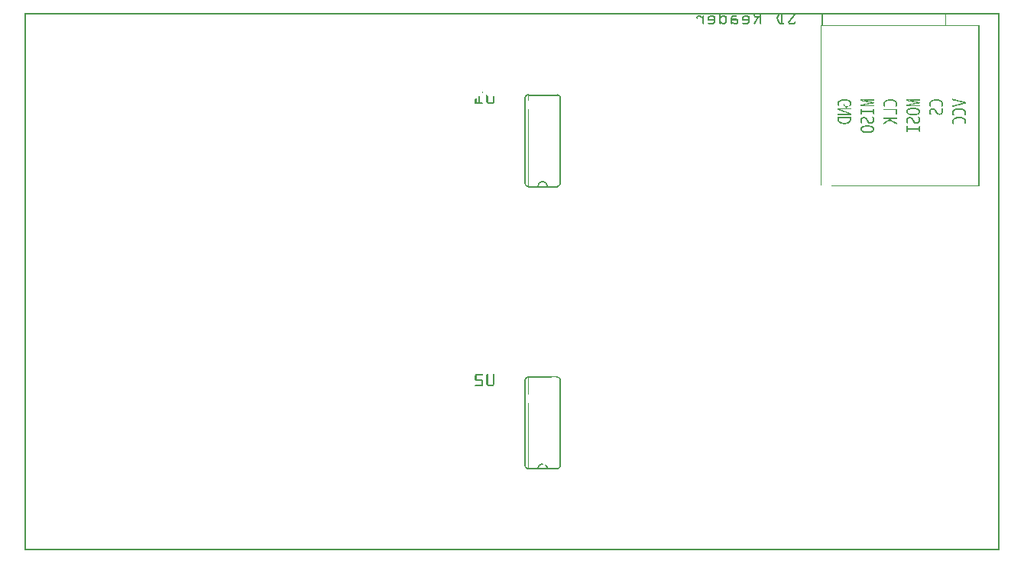
<source format=gbo>
G04 MADE WITH FRITZING*
G04 WWW.FRITZING.ORG*
G04 DOUBLE SIDED*
G04 HOLES PLATED*
G04 CONTOUR ON CENTER OF CONTOUR VECTOR*
%ASAXBY*%
%FSLAX23Y23*%
%MOIN*%
%OFA0B0*%
%SFA1.0B1.0*%
%ADD10C,0.006000*%
%ADD11R,0.001000X0.001000*%
%LNSILK0*%
G90*
G70*
G54D10*
X2338Y1976D02*
X2338Y1606D01*
D02*
X2184Y1606D02*
X2184Y1976D01*
D02*
X2199Y1991D02*
X2323Y1991D01*
D02*
X2323Y1591D02*
X2281Y1591D01*
D02*
X2281Y1591D02*
X2241Y1591D01*
D02*
X2241Y1591D02*
X2199Y1591D01*
D02*
X2184Y373D02*
X2184Y743D01*
D02*
X2323Y358D02*
X2281Y358D01*
D02*
X2281Y358D02*
X2241Y358D01*
D02*
X2241Y358D02*
X2199Y358D01*
G54D11*
X0Y2349D02*
X4253Y2349D01*
X0Y2348D02*
X4253Y2348D01*
X0Y2347D02*
X4253Y2347D01*
X0Y2346D02*
X4253Y2346D01*
X0Y2345D02*
X4253Y2345D01*
X0Y2344D02*
X4253Y2344D01*
X0Y2343D02*
X4253Y2343D01*
X0Y2342D02*
X4253Y2342D01*
X0Y2341D02*
X7Y2341D01*
X3031Y2341D02*
X3037Y2341D01*
X3181Y2341D02*
X3187Y2341D01*
X3208Y2341D02*
X3214Y2341D01*
X3286Y2341D02*
X3293Y2341D01*
X3301Y2341D02*
X3307Y2341D01*
X3354Y2341D02*
X3362Y2341D01*
X3477Y2341D02*
X3481Y2341D01*
X4016Y2341D02*
X4019Y2341D01*
X4246Y2341D02*
X4253Y2341D01*
X0Y2340D02*
X7Y2340D01*
X3031Y2340D02*
X3037Y2340D01*
X3181Y2340D02*
X3187Y2340D01*
X3208Y2340D02*
X3214Y2340D01*
X3285Y2340D02*
X3292Y2340D01*
X3301Y2340D02*
X3307Y2340D01*
X3354Y2340D02*
X3362Y2340D01*
X3477Y2340D02*
X3481Y2340D01*
X4016Y2340D02*
X4019Y2340D01*
X4246Y2340D02*
X4253Y2340D01*
X0Y2339D02*
X7Y2339D01*
X2939Y2339D02*
X2948Y2339D01*
X2960Y2339D02*
X2962Y2339D01*
X2991Y2339D02*
X3004Y2339D01*
X3031Y2339D02*
X3037Y2339D01*
X3045Y2339D02*
X3054Y2339D01*
X3089Y2339D02*
X3105Y2339D01*
X3141Y2339D02*
X3154Y2339D01*
X3181Y2339D02*
X3187Y2339D01*
X3208Y2339D02*
X3214Y2339D01*
X3285Y2339D02*
X3292Y2339D01*
X3301Y2339D02*
X3307Y2339D01*
X3353Y2339D02*
X3361Y2339D01*
X3477Y2339D02*
X3481Y2339D01*
X4016Y2339D02*
X4019Y2339D01*
X4246Y2339D02*
X4253Y2339D01*
X0Y2338D02*
X7Y2338D01*
X2936Y2338D02*
X2950Y2338D01*
X2959Y2338D02*
X2963Y2338D01*
X2989Y2338D02*
X3006Y2338D01*
X3031Y2338D02*
X3037Y2338D01*
X3042Y2338D02*
X3056Y2338D01*
X3087Y2338D02*
X3106Y2338D01*
X3139Y2338D02*
X3156Y2338D01*
X3181Y2338D02*
X3187Y2338D01*
X3208Y2338D02*
X3214Y2338D01*
X3284Y2338D02*
X3291Y2338D01*
X3301Y2338D02*
X3307Y2338D01*
X3352Y2338D02*
X3360Y2338D01*
X3477Y2338D02*
X3481Y2338D01*
X4016Y2338D02*
X4019Y2338D01*
X4246Y2338D02*
X4253Y2338D01*
X0Y2337D02*
X7Y2337D01*
X2935Y2337D02*
X2951Y2337D01*
X2958Y2337D02*
X2964Y2337D01*
X2987Y2337D02*
X3008Y2337D01*
X3031Y2337D02*
X3037Y2337D01*
X3041Y2337D02*
X3058Y2337D01*
X3085Y2337D02*
X3107Y2337D01*
X3137Y2337D02*
X3158Y2337D01*
X3181Y2337D02*
X3188Y2337D01*
X3208Y2337D02*
X3214Y2337D01*
X3284Y2337D02*
X3291Y2337D01*
X3301Y2337D02*
X3307Y2337D01*
X3351Y2337D02*
X3359Y2337D01*
X3477Y2337D02*
X3481Y2337D01*
X4016Y2337D02*
X4019Y2337D01*
X4246Y2337D02*
X4253Y2337D01*
X0Y2336D02*
X7Y2336D01*
X2933Y2336D02*
X2952Y2336D01*
X2958Y2336D02*
X2964Y2336D01*
X2986Y2336D02*
X3009Y2336D01*
X3031Y2336D02*
X3037Y2336D01*
X3039Y2336D02*
X3059Y2336D01*
X3084Y2336D02*
X3107Y2336D01*
X3136Y2336D02*
X3159Y2336D01*
X3181Y2336D02*
X3214Y2336D01*
X3283Y2336D02*
X3290Y2336D01*
X3301Y2336D02*
X3307Y2336D01*
X3350Y2336D02*
X3358Y2336D01*
X3477Y2336D02*
X3481Y2336D01*
X4016Y2336D02*
X4019Y2336D01*
X4246Y2336D02*
X4253Y2336D01*
X0Y2335D02*
X7Y2335D01*
X2933Y2335D02*
X2953Y2335D01*
X2958Y2335D02*
X2964Y2335D01*
X2985Y2335D02*
X3010Y2335D01*
X3031Y2335D02*
X3060Y2335D01*
X3083Y2335D02*
X3107Y2335D01*
X3135Y2335D02*
X3160Y2335D01*
X3182Y2335D02*
X3214Y2335D01*
X3283Y2335D02*
X3290Y2335D01*
X3301Y2335D02*
X3307Y2335D01*
X3350Y2335D02*
X3358Y2335D01*
X3477Y2335D02*
X3481Y2335D01*
X4016Y2335D02*
X4019Y2335D01*
X4246Y2335D02*
X4253Y2335D01*
X0Y2334D02*
X7Y2334D01*
X2932Y2334D02*
X2954Y2334D01*
X2958Y2334D02*
X2964Y2334D01*
X2984Y2334D02*
X3011Y2334D01*
X3031Y2334D02*
X3061Y2334D01*
X3083Y2334D02*
X3107Y2334D01*
X3134Y2334D02*
X3161Y2334D01*
X3182Y2334D02*
X3214Y2334D01*
X3282Y2334D02*
X3289Y2334D01*
X3301Y2334D02*
X3307Y2334D01*
X3349Y2334D02*
X3357Y2334D01*
X3477Y2334D02*
X3481Y2334D01*
X4016Y2334D02*
X4019Y2334D01*
X4246Y2334D02*
X4253Y2334D01*
X0Y2333D02*
X7Y2333D01*
X2931Y2333D02*
X2956Y2333D01*
X2958Y2333D02*
X2964Y2333D01*
X2983Y2333D02*
X3012Y2333D01*
X3031Y2333D02*
X3062Y2333D01*
X3082Y2333D02*
X3106Y2333D01*
X3133Y2333D02*
X3162Y2333D01*
X3183Y2333D02*
X3214Y2333D01*
X3282Y2333D02*
X3289Y2333D01*
X3301Y2333D02*
X3307Y2333D01*
X3348Y2333D02*
X3356Y2333D01*
X3477Y2333D02*
X3481Y2333D01*
X4016Y2333D02*
X4019Y2333D01*
X4246Y2333D02*
X4253Y2333D01*
X0Y2332D02*
X7Y2332D01*
X2931Y2332D02*
X2939Y2332D01*
X2947Y2332D02*
X2964Y2332D01*
X2982Y2332D02*
X2991Y2332D01*
X3004Y2332D02*
X3013Y2332D01*
X3031Y2332D02*
X3045Y2332D01*
X3054Y2332D02*
X3063Y2332D01*
X3082Y2332D02*
X3089Y2332D01*
X3132Y2332D02*
X3141Y2332D01*
X3154Y2332D02*
X3163Y2332D01*
X3184Y2332D02*
X3214Y2332D01*
X3281Y2332D02*
X3288Y2332D01*
X3301Y2332D02*
X3307Y2332D01*
X3347Y2332D02*
X3355Y2332D01*
X3477Y2332D02*
X3481Y2332D01*
X4016Y2332D02*
X4019Y2332D01*
X4246Y2332D02*
X4253Y2332D01*
X0Y2331D02*
X7Y2331D01*
X2931Y2331D02*
X2937Y2331D01*
X2948Y2331D02*
X2964Y2331D01*
X2981Y2331D02*
X2989Y2331D01*
X3005Y2331D02*
X3013Y2331D01*
X3031Y2331D02*
X3043Y2331D01*
X3055Y2331D02*
X3063Y2331D01*
X3082Y2331D02*
X3088Y2331D01*
X3131Y2331D02*
X3139Y2331D01*
X3155Y2331D02*
X3163Y2331D01*
X3185Y2331D02*
X3214Y2331D01*
X3281Y2331D02*
X3288Y2331D01*
X3301Y2331D02*
X3307Y2331D01*
X3347Y2331D02*
X3355Y2331D01*
X3477Y2331D02*
X3481Y2331D01*
X4016Y2331D02*
X4019Y2331D01*
X4246Y2331D02*
X4253Y2331D01*
X0Y2330D02*
X7Y2330D01*
X2931Y2330D02*
X2937Y2330D01*
X2949Y2330D02*
X2964Y2330D01*
X2981Y2330D02*
X2988Y2330D01*
X3006Y2330D02*
X3013Y2330D01*
X3031Y2330D02*
X3042Y2330D01*
X3056Y2330D02*
X3064Y2330D01*
X3082Y2330D02*
X3088Y2330D01*
X3131Y2330D02*
X3138Y2330D01*
X3156Y2330D02*
X3163Y2330D01*
X3187Y2330D02*
X3214Y2330D01*
X3281Y2330D02*
X3287Y2330D01*
X3301Y2330D02*
X3307Y2330D01*
X3346Y2330D02*
X3354Y2330D01*
X3477Y2330D02*
X3481Y2330D01*
X4016Y2330D02*
X4019Y2330D01*
X4246Y2330D02*
X4253Y2330D01*
X0Y2329D02*
X7Y2329D01*
X2931Y2329D02*
X2937Y2329D01*
X2950Y2329D02*
X2964Y2329D01*
X2981Y2329D02*
X2987Y2329D01*
X3007Y2329D02*
X3014Y2329D01*
X3031Y2329D02*
X3041Y2329D01*
X3057Y2329D02*
X3064Y2329D01*
X3081Y2329D02*
X3088Y2329D01*
X3131Y2329D02*
X3137Y2329D01*
X3157Y2329D02*
X3164Y2329D01*
X3195Y2329D02*
X3202Y2329D01*
X3208Y2329D02*
X3214Y2329D01*
X3281Y2329D02*
X3287Y2329D01*
X3301Y2329D02*
X3307Y2329D01*
X3345Y2329D02*
X3353Y2329D01*
X3477Y2329D02*
X3481Y2329D01*
X4016Y2329D02*
X4019Y2329D01*
X4246Y2329D02*
X4253Y2329D01*
X0Y2328D02*
X7Y2328D01*
X2931Y2328D02*
X2937Y2328D01*
X2952Y2328D02*
X2964Y2328D01*
X2981Y2328D02*
X2987Y2328D01*
X3008Y2328D02*
X3014Y2328D01*
X3031Y2328D02*
X3040Y2328D01*
X3058Y2328D02*
X3064Y2328D01*
X3081Y2328D02*
X3087Y2328D01*
X3131Y2328D02*
X3137Y2328D01*
X3158Y2328D02*
X3164Y2328D01*
X3194Y2328D02*
X3202Y2328D01*
X3208Y2328D02*
X3214Y2328D01*
X3281Y2328D02*
X3287Y2328D01*
X3301Y2328D02*
X3307Y2328D01*
X3344Y2328D02*
X3352Y2328D01*
X3477Y2328D02*
X3481Y2328D01*
X4016Y2328D02*
X4019Y2328D01*
X4246Y2328D02*
X4253Y2328D01*
X0Y2327D02*
X7Y2327D01*
X2931Y2327D02*
X2937Y2327D01*
X2953Y2327D02*
X2964Y2327D01*
X2981Y2327D02*
X2987Y2327D01*
X3008Y2327D02*
X3014Y2327D01*
X3031Y2327D02*
X3039Y2327D01*
X3058Y2327D02*
X3064Y2327D01*
X3081Y2327D02*
X3087Y2327D01*
X3131Y2327D02*
X3137Y2327D01*
X3158Y2327D02*
X3164Y2327D01*
X3194Y2327D02*
X3201Y2327D01*
X3208Y2327D02*
X3214Y2327D01*
X3281Y2327D02*
X3287Y2327D01*
X3301Y2327D02*
X3307Y2327D01*
X3343Y2327D02*
X3351Y2327D01*
X3477Y2327D02*
X3481Y2327D01*
X4016Y2327D02*
X4019Y2327D01*
X4246Y2327D02*
X4253Y2327D01*
X0Y2326D02*
X7Y2326D01*
X2931Y2326D02*
X2936Y2326D01*
X2954Y2326D02*
X2964Y2326D01*
X2981Y2326D02*
X2987Y2326D01*
X3008Y2326D02*
X3014Y2326D01*
X3031Y2326D02*
X3038Y2326D01*
X3058Y2326D02*
X3064Y2326D01*
X3081Y2326D02*
X3087Y2326D01*
X3131Y2326D02*
X3137Y2326D01*
X3158Y2326D02*
X3164Y2326D01*
X3193Y2326D02*
X3200Y2326D01*
X3208Y2326D02*
X3214Y2326D01*
X3281Y2326D02*
X3287Y2326D01*
X3301Y2326D02*
X3307Y2326D01*
X3343Y2326D02*
X3351Y2326D01*
X3477Y2326D02*
X3481Y2326D01*
X4016Y2326D02*
X4019Y2326D01*
X4246Y2326D02*
X4253Y2326D01*
X0Y2325D02*
X7Y2325D01*
X2931Y2325D02*
X2936Y2325D01*
X2955Y2325D02*
X2964Y2325D01*
X2981Y2325D02*
X2987Y2325D01*
X3008Y2325D02*
X3014Y2325D01*
X3031Y2325D02*
X3037Y2325D01*
X3058Y2325D02*
X3064Y2325D01*
X3081Y2325D02*
X3087Y2325D01*
X3131Y2325D02*
X3137Y2325D01*
X3158Y2325D02*
X3164Y2325D01*
X3193Y2325D02*
X3200Y2325D01*
X3208Y2325D02*
X3214Y2325D01*
X3281Y2325D02*
X3287Y2325D01*
X3301Y2325D02*
X3307Y2325D01*
X3342Y2325D02*
X3350Y2325D01*
X3477Y2325D02*
X3481Y2325D01*
X4016Y2325D02*
X4019Y2325D01*
X4246Y2325D02*
X4253Y2325D01*
X0Y2324D02*
X7Y2324D01*
X2932Y2324D02*
X2935Y2324D01*
X2956Y2324D02*
X2964Y2324D01*
X2981Y2324D02*
X2987Y2324D01*
X3008Y2324D02*
X3014Y2324D01*
X3031Y2324D02*
X3037Y2324D01*
X3058Y2324D02*
X3064Y2324D01*
X3081Y2324D02*
X3107Y2324D01*
X3131Y2324D02*
X3137Y2324D01*
X3158Y2324D02*
X3164Y2324D01*
X3192Y2324D02*
X3199Y2324D01*
X3208Y2324D02*
X3214Y2324D01*
X3281Y2324D02*
X3287Y2324D01*
X3301Y2324D02*
X3307Y2324D01*
X3341Y2324D02*
X3349Y2324D01*
X3477Y2324D02*
X3481Y2324D01*
X4016Y2324D02*
X4019Y2324D01*
X4246Y2324D02*
X4253Y2324D01*
X0Y2323D02*
X7Y2323D01*
X2957Y2323D02*
X2964Y2323D01*
X2981Y2323D02*
X2987Y2323D01*
X3008Y2323D02*
X3014Y2323D01*
X3031Y2323D02*
X3037Y2323D01*
X3058Y2323D02*
X3064Y2323D01*
X3081Y2323D02*
X3109Y2323D01*
X3131Y2323D02*
X3137Y2323D01*
X3158Y2323D02*
X3164Y2323D01*
X3191Y2323D02*
X3199Y2323D01*
X3208Y2323D02*
X3214Y2323D01*
X3281Y2323D02*
X3287Y2323D01*
X3301Y2323D02*
X3307Y2323D01*
X3340Y2323D02*
X3348Y2323D01*
X3477Y2323D02*
X3481Y2323D01*
X4016Y2323D02*
X4019Y2323D01*
X4246Y2323D02*
X4253Y2323D01*
X0Y2322D02*
X7Y2322D01*
X2958Y2322D02*
X2964Y2322D01*
X2981Y2322D02*
X2987Y2322D01*
X3008Y2322D02*
X3014Y2322D01*
X3031Y2322D02*
X3037Y2322D01*
X3058Y2322D02*
X3064Y2322D01*
X3081Y2322D02*
X3110Y2322D01*
X3131Y2322D02*
X3137Y2322D01*
X3158Y2322D02*
X3164Y2322D01*
X3191Y2322D02*
X3198Y2322D01*
X3208Y2322D02*
X3214Y2322D01*
X3281Y2322D02*
X3288Y2322D01*
X3301Y2322D02*
X3307Y2322D01*
X3340Y2322D02*
X3348Y2322D01*
X3477Y2322D02*
X3481Y2322D01*
X4016Y2322D02*
X4019Y2322D01*
X4246Y2322D02*
X4253Y2322D01*
X0Y2321D02*
X7Y2321D01*
X2958Y2321D02*
X2964Y2321D01*
X2981Y2321D02*
X3014Y2321D01*
X3031Y2321D02*
X3037Y2321D01*
X3058Y2321D02*
X3064Y2321D01*
X3081Y2321D02*
X3111Y2321D01*
X3131Y2321D02*
X3164Y2321D01*
X3190Y2321D02*
X3197Y2321D01*
X3208Y2321D02*
X3214Y2321D01*
X3282Y2321D02*
X3288Y2321D01*
X3301Y2321D02*
X3307Y2321D01*
X3339Y2321D02*
X3347Y2321D01*
X3477Y2321D02*
X3481Y2321D01*
X4016Y2321D02*
X4019Y2321D01*
X4246Y2321D02*
X4253Y2321D01*
X0Y2320D02*
X7Y2320D01*
X2958Y2320D02*
X2964Y2320D01*
X2981Y2320D02*
X3014Y2320D01*
X3031Y2320D02*
X3037Y2320D01*
X3058Y2320D02*
X3064Y2320D01*
X3081Y2320D02*
X3112Y2320D01*
X3131Y2320D02*
X3164Y2320D01*
X3190Y2320D02*
X3197Y2320D01*
X3208Y2320D02*
X3214Y2320D01*
X3282Y2320D02*
X3289Y2320D01*
X3301Y2320D02*
X3307Y2320D01*
X3338Y2320D02*
X3346Y2320D01*
X3477Y2320D02*
X3481Y2320D01*
X4016Y2320D02*
X4019Y2320D01*
X4246Y2320D02*
X4253Y2320D01*
X0Y2319D02*
X7Y2319D01*
X2958Y2319D02*
X2964Y2319D01*
X2981Y2319D02*
X3014Y2319D01*
X3031Y2319D02*
X3037Y2319D01*
X3058Y2319D02*
X3064Y2319D01*
X3081Y2319D02*
X3113Y2319D01*
X3131Y2319D02*
X3164Y2319D01*
X3189Y2319D02*
X3196Y2319D01*
X3208Y2319D02*
X3214Y2319D01*
X3283Y2319D02*
X3289Y2319D01*
X3301Y2319D02*
X3307Y2319D01*
X3337Y2319D02*
X3345Y2319D01*
X3477Y2319D02*
X3481Y2319D01*
X4016Y2319D02*
X4019Y2319D01*
X4246Y2319D02*
X4253Y2319D01*
X0Y2318D02*
X7Y2318D01*
X2958Y2318D02*
X2964Y2318D01*
X2981Y2318D02*
X3014Y2318D01*
X3031Y2318D02*
X3037Y2318D01*
X3058Y2318D02*
X3064Y2318D01*
X3081Y2318D02*
X3113Y2318D01*
X3131Y2318D02*
X3164Y2318D01*
X3189Y2318D02*
X3196Y2318D01*
X3208Y2318D02*
X3214Y2318D01*
X3283Y2318D02*
X3290Y2318D01*
X3301Y2318D02*
X3307Y2318D01*
X3336Y2318D02*
X3344Y2318D01*
X3477Y2318D02*
X3481Y2318D01*
X4016Y2318D02*
X4019Y2318D01*
X4246Y2318D02*
X4253Y2318D01*
X0Y2317D02*
X7Y2317D01*
X2958Y2317D02*
X2964Y2317D01*
X2981Y2317D02*
X3014Y2317D01*
X3031Y2317D02*
X3037Y2317D01*
X3058Y2317D02*
X3064Y2317D01*
X3081Y2317D02*
X3089Y2317D01*
X3106Y2317D02*
X3114Y2317D01*
X3131Y2317D02*
X3164Y2317D01*
X3188Y2317D02*
X3195Y2317D01*
X3208Y2317D02*
X3214Y2317D01*
X3284Y2317D02*
X3290Y2317D01*
X3301Y2317D02*
X3307Y2317D01*
X3336Y2317D02*
X3344Y2317D01*
X3477Y2317D02*
X3481Y2317D01*
X4016Y2317D02*
X4019Y2317D01*
X4246Y2317D02*
X4253Y2317D01*
X0Y2316D02*
X7Y2316D01*
X2958Y2316D02*
X2964Y2316D01*
X2981Y2316D02*
X3014Y2316D01*
X3031Y2316D02*
X3037Y2316D01*
X3058Y2316D02*
X3064Y2316D01*
X3081Y2316D02*
X3088Y2316D01*
X3107Y2316D02*
X3114Y2316D01*
X3131Y2316D02*
X3164Y2316D01*
X3187Y2316D02*
X3195Y2316D01*
X3208Y2316D02*
X3214Y2316D01*
X3284Y2316D02*
X3291Y2316D01*
X3301Y2316D02*
X3307Y2316D01*
X3335Y2316D02*
X3343Y2316D01*
X3477Y2316D02*
X3481Y2316D01*
X4016Y2316D02*
X4019Y2316D01*
X4246Y2316D02*
X4253Y2316D01*
X0Y2315D02*
X7Y2315D01*
X2958Y2315D02*
X2964Y2315D01*
X2982Y2315D02*
X3014Y2315D01*
X3031Y2315D02*
X3037Y2315D01*
X3058Y2315D02*
X3064Y2315D01*
X3081Y2315D02*
X3087Y2315D01*
X3108Y2315D02*
X3114Y2315D01*
X3132Y2315D02*
X3164Y2315D01*
X3187Y2315D02*
X3194Y2315D01*
X3208Y2315D02*
X3214Y2315D01*
X3285Y2315D02*
X3292Y2315D01*
X3301Y2315D02*
X3307Y2315D01*
X3334Y2315D02*
X3342Y2315D01*
X3477Y2315D02*
X3481Y2315D01*
X4016Y2315D02*
X4019Y2315D01*
X4246Y2315D02*
X4253Y2315D01*
X0Y2314D02*
X7Y2314D01*
X2958Y2314D02*
X2964Y2314D01*
X3008Y2314D02*
X3014Y2314D01*
X3031Y2314D02*
X3037Y2314D01*
X3058Y2314D02*
X3064Y2314D01*
X3081Y2314D02*
X3087Y2314D01*
X3108Y2314D02*
X3114Y2314D01*
X3158Y2314D02*
X3164Y2314D01*
X3186Y2314D02*
X3193Y2314D01*
X3208Y2314D02*
X3214Y2314D01*
X3285Y2314D02*
X3292Y2314D01*
X3301Y2314D02*
X3307Y2314D01*
X3333Y2314D02*
X3341Y2314D01*
X3477Y2314D02*
X3481Y2314D01*
X4016Y2314D02*
X4019Y2314D01*
X4246Y2314D02*
X4253Y2314D01*
X0Y2313D02*
X7Y2313D01*
X2958Y2313D02*
X2964Y2313D01*
X3008Y2313D02*
X3014Y2313D01*
X3031Y2313D02*
X3038Y2313D01*
X3058Y2313D02*
X3064Y2313D01*
X3081Y2313D02*
X3087Y2313D01*
X3108Y2313D02*
X3114Y2313D01*
X3158Y2313D02*
X3164Y2313D01*
X3186Y2313D02*
X3193Y2313D01*
X3208Y2313D02*
X3214Y2313D01*
X3286Y2313D02*
X3293Y2313D01*
X3301Y2313D02*
X3307Y2313D01*
X3333Y2313D02*
X3341Y2313D01*
X3477Y2313D02*
X3481Y2313D01*
X4016Y2313D02*
X4019Y2313D01*
X4246Y2313D02*
X4253Y2313D01*
X0Y2312D02*
X7Y2312D01*
X2958Y2312D02*
X2964Y2312D01*
X3008Y2312D02*
X3014Y2312D01*
X3031Y2312D02*
X3039Y2312D01*
X3058Y2312D02*
X3064Y2312D01*
X3081Y2312D02*
X3087Y2312D01*
X3108Y2312D02*
X3114Y2312D01*
X3158Y2312D02*
X3164Y2312D01*
X3185Y2312D02*
X3192Y2312D01*
X3208Y2312D02*
X3214Y2312D01*
X3286Y2312D02*
X3293Y2312D01*
X3301Y2312D02*
X3307Y2312D01*
X3332Y2312D02*
X3340Y2312D01*
X3360Y2312D02*
X3363Y2312D01*
X3477Y2312D02*
X3481Y2312D01*
X4016Y2312D02*
X4019Y2312D01*
X4246Y2312D02*
X4253Y2312D01*
X0Y2311D02*
X7Y2311D01*
X2958Y2311D02*
X2964Y2311D01*
X3008Y2311D02*
X3014Y2311D01*
X3031Y2311D02*
X3040Y2311D01*
X3058Y2311D02*
X3064Y2311D01*
X3081Y2311D02*
X3087Y2311D01*
X3108Y2311D02*
X3114Y2311D01*
X3158Y2311D02*
X3164Y2311D01*
X3184Y2311D02*
X3192Y2311D01*
X3208Y2311D02*
X3214Y2311D01*
X3287Y2311D02*
X3294Y2311D01*
X3301Y2311D02*
X3307Y2311D01*
X3331Y2311D02*
X3339Y2311D01*
X3359Y2311D02*
X3364Y2311D01*
X3477Y2311D02*
X3481Y2311D01*
X4016Y2311D02*
X4019Y2311D01*
X4246Y2311D02*
X4253Y2311D01*
X0Y2310D02*
X7Y2310D01*
X2958Y2310D02*
X2964Y2310D01*
X3007Y2310D02*
X3014Y2310D01*
X3031Y2310D02*
X3041Y2310D01*
X3057Y2310D02*
X3064Y2310D01*
X3081Y2310D02*
X3089Y2310D01*
X3108Y2310D02*
X3114Y2310D01*
X3157Y2310D02*
X3164Y2310D01*
X3184Y2310D02*
X3191Y2310D01*
X3208Y2310D02*
X3214Y2310D01*
X3287Y2310D02*
X3294Y2310D01*
X3301Y2310D02*
X3307Y2310D01*
X3331Y2310D02*
X3338Y2310D01*
X3358Y2310D02*
X3364Y2310D01*
X3477Y2310D02*
X3481Y2310D01*
X4016Y2310D02*
X4019Y2310D01*
X4246Y2310D02*
X4253Y2310D01*
X0Y2309D02*
X7Y2309D01*
X2958Y2309D02*
X2964Y2309D01*
X3006Y2309D02*
X3014Y2309D01*
X3031Y2309D02*
X3042Y2309D01*
X3056Y2309D02*
X3064Y2309D01*
X3081Y2309D02*
X3091Y2309D01*
X3108Y2309D02*
X3114Y2309D01*
X3156Y2309D02*
X3164Y2309D01*
X3183Y2309D02*
X3190Y2309D01*
X3208Y2309D02*
X3214Y2309D01*
X3288Y2309D02*
X3295Y2309D01*
X3301Y2309D02*
X3307Y2309D01*
X3331Y2309D02*
X3337Y2309D01*
X3358Y2309D02*
X3364Y2309D01*
X3477Y2309D02*
X3481Y2309D01*
X4016Y2309D02*
X4019Y2309D01*
X4246Y2309D02*
X4253Y2309D01*
X0Y2308D02*
X7Y2308D01*
X2958Y2308D02*
X2964Y2308D01*
X3005Y2308D02*
X3013Y2308D01*
X3031Y2308D02*
X3043Y2308D01*
X3055Y2308D02*
X3063Y2308D01*
X3081Y2308D02*
X3092Y2308D01*
X3107Y2308D02*
X3114Y2308D01*
X3155Y2308D02*
X3163Y2308D01*
X3183Y2308D02*
X3190Y2308D01*
X3208Y2308D02*
X3214Y2308D01*
X3288Y2308D02*
X3295Y2308D01*
X3301Y2308D02*
X3307Y2308D01*
X3331Y2308D02*
X3337Y2308D01*
X3358Y2308D02*
X3364Y2308D01*
X3477Y2308D02*
X3481Y2308D01*
X4016Y2308D02*
X4019Y2308D01*
X4246Y2308D02*
X4253Y2308D01*
X0Y2307D02*
X7Y2307D01*
X2958Y2307D02*
X2964Y2307D01*
X3003Y2307D02*
X3013Y2307D01*
X3031Y2307D02*
X3045Y2307D01*
X3053Y2307D02*
X3063Y2307D01*
X3081Y2307D02*
X3094Y2307D01*
X3105Y2307D02*
X3114Y2307D01*
X3153Y2307D02*
X3163Y2307D01*
X3182Y2307D02*
X3189Y2307D01*
X3208Y2307D02*
X3214Y2307D01*
X3289Y2307D02*
X3297Y2307D01*
X3301Y2307D02*
X3307Y2307D01*
X3331Y2307D02*
X3337Y2307D01*
X3356Y2307D02*
X3364Y2307D01*
X3477Y2307D02*
X3481Y2307D01*
X4016Y2307D02*
X4019Y2307D01*
X4246Y2307D02*
X4253Y2307D01*
X0Y2306D02*
X7Y2306D01*
X2958Y2306D02*
X2964Y2306D01*
X2982Y2306D02*
X3012Y2306D01*
X3031Y2306D02*
X3062Y2306D01*
X3081Y2306D02*
X3113Y2306D01*
X3132Y2306D02*
X3162Y2306D01*
X3182Y2306D02*
X3189Y2306D01*
X3208Y2306D02*
X3214Y2306D01*
X3289Y2306D02*
X3313Y2306D01*
X3331Y2306D02*
X3363Y2306D01*
X3477Y2306D02*
X3481Y2306D01*
X4016Y2306D02*
X4019Y2306D01*
X4246Y2306D02*
X4253Y2306D01*
X0Y2305D02*
X7Y2305D01*
X2958Y2305D02*
X2964Y2305D01*
X2981Y2305D02*
X3011Y2305D01*
X3031Y2305D02*
X3061Y2305D01*
X3081Y2305D02*
X3113Y2305D01*
X3131Y2305D02*
X3161Y2305D01*
X3181Y2305D02*
X3188Y2305D01*
X3208Y2305D02*
X3214Y2305D01*
X3290Y2305D02*
X3314Y2305D01*
X3331Y2305D02*
X3363Y2305D01*
X3477Y2305D02*
X3481Y2305D01*
X4016Y2305D02*
X4019Y2305D01*
X4246Y2305D02*
X4253Y2305D01*
X0Y2304D02*
X7Y2304D01*
X2958Y2304D02*
X2964Y2304D01*
X2981Y2304D02*
X3010Y2304D01*
X3031Y2304D02*
X3060Y2304D01*
X3081Y2304D02*
X3112Y2304D01*
X3131Y2304D02*
X3160Y2304D01*
X3181Y2304D02*
X3188Y2304D01*
X3208Y2304D02*
X3214Y2304D01*
X3290Y2304D02*
X3314Y2304D01*
X3332Y2304D02*
X3362Y2304D01*
X3477Y2304D02*
X3481Y2304D01*
X4016Y2304D02*
X4019Y2304D01*
X4246Y2304D02*
X4253Y2304D01*
X0Y2303D02*
X7Y2303D01*
X2958Y2303D02*
X2964Y2303D01*
X2981Y2303D02*
X3009Y2303D01*
X3031Y2303D02*
X3036Y2303D01*
X3039Y2303D02*
X3059Y2303D01*
X3081Y2303D02*
X3111Y2303D01*
X3131Y2303D02*
X3159Y2303D01*
X3181Y2303D02*
X3187Y2303D01*
X3208Y2303D02*
X3214Y2303D01*
X3291Y2303D02*
X3314Y2303D01*
X3332Y2303D02*
X3362Y2303D01*
X3477Y2303D02*
X3481Y2303D01*
X4016Y2303D02*
X4019Y2303D01*
X4246Y2303D02*
X4253Y2303D01*
X0Y2302D02*
X7Y2302D01*
X2958Y2302D02*
X2964Y2302D01*
X2981Y2302D02*
X3008Y2302D01*
X3031Y2302D02*
X3036Y2302D01*
X3040Y2302D02*
X3058Y2302D01*
X3081Y2302D02*
X3086Y2302D01*
X3090Y2302D02*
X3110Y2302D01*
X3131Y2302D02*
X3158Y2302D01*
X3181Y2302D02*
X3186Y2302D01*
X3208Y2302D02*
X3214Y2302D01*
X3292Y2302D02*
X3314Y2302D01*
X3333Y2302D02*
X3361Y2302D01*
X3477Y2302D02*
X3481Y2302D01*
X4016Y2302D02*
X4019Y2302D01*
X4246Y2302D02*
X4253Y2302D01*
X0Y2301D02*
X7Y2301D01*
X2959Y2301D02*
X2963Y2301D01*
X2982Y2301D02*
X3006Y2301D01*
X3032Y2301D02*
X3036Y2301D01*
X3042Y2301D02*
X3056Y2301D01*
X3082Y2301D02*
X3086Y2301D01*
X3092Y2301D02*
X3108Y2301D01*
X3132Y2301D02*
X3156Y2301D01*
X3182Y2301D02*
X3186Y2301D01*
X3209Y2301D02*
X3213Y2301D01*
X3294Y2301D02*
X3313Y2301D01*
X3334Y2301D02*
X3359Y2301D01*
X3477Y2301D02*
X3481Y2301D01*
X4016Y2301D02*
X4019Y2301D01*
X4246Y2301D02*
X4253Y2301D01*
X0Y2300D02*
X7Y2300D01*
X2961Y2300D02*
X2961Y2300D01*
X2983Y2300D02*
X3003Y2300D01*
X3033Y2300D02*
X3034Y2300D01*
X3045Y2300D02*
X3053Y2300D01*
X3083Y2300D02*
X3084Y2300D01*
X3094Y2300D02*
X3105Y2300D01*
X3133Y2300D02*
X3153Y2300D01*
X3183Y2300D02*
X3184Y2300D01*
X3211Y2300D02*
X3211Y2300D01*
X3298Y2300D02*
X3311Y2300D01*
X3337Y2300D02*
X3356Y2300D01*
X3477Y2300D02*
X3481Y2300D01*
X4016Y2300D02*
X4019Y2300D01*
X4246Y2300D02*
X4253Y2300D01*
X0Y2299D02*
X7Y2299D01*
X3477Y2299D02*
X3481Y2299D01*
X4016Y2299D02*
X4019Y2299D01*
X4246Y2299D02*
X4253Y2299D01*
X0Y2298D02*
X7Y2298D01*
X3477Y2298D02*
X3481Y2298D01*
X4016Y2298D02*
X4019Y2298D01*
X4246Y2298D02*
X4253Y2298D01*
X0Y2297D02*
X7Y2297D01*
X3477Y2297D02*
X3481Y2297D01*
X4016Y2297D02*
X4019Y2297D01*
X4246Y2297D02*
X4253Y2297D01*
X0Y2296D02*
X7Y2296D01*
X3473Y2296D02*
X4164Y2296D01*
X4246Y2296D02*
X4253Y2296D01*
X0Y2295D02*
X7Y2295D01*
X3473Y2295D02*
X4165Y2295D01*
X4246Y2295D02*
X4253Y2295D01*
X0Y2294D02*
X7Y2294D01*
X3473Y2294D02*
X4165Y2294D01*
X4246Y2294D02*
X4253Y2294D01*
X0Y2293D02*
X7Y2293D01*
X3473Y2293D02*
X3476Y2293D01*
X4161Y2293D02*
X4165Y2293D01*
X4246Y2293D02*
X4253Y2293D01*
X0Y2292D02*
X7Y2292D01*
X3473Y2292D02*
X3476Y2292D01*
X4161Y2292D02*
X4165Y2292D01*
X4246Y2292D02*
X4253Y2292D01*
X0Y2291D02*
X7Y2291D01*
X3473Y2291D02*
X3476Y2291D01*
X4161Y2291D02*
X4165Y2291D01*
X4246Y2291D02*
X4253Y2291D01*
X0Y2290D02*
X7Y2290D01*
X3473Y2290D02*
X3476Y2290D01*
X4161Y2290D02*
X4165Y2290D01*
X4246Y2290D02*
X4253Y2290D01*
X0Y2289D02*
X7Y2289D01*
X3473Y2289D02*
X3476Y2289D01*
X4161Y2289D02*
X4165Y2289D01*
X4246Y2289D02*
X4253Y2289D01*
X0Y2288D02*
X7Y2288D01*
X3473Y2288D02*
X3476Y2288D01*
X4161Y2288D02*
X4165Y2288D01*
X4246Y2288D02*
X4253Y2288D01*
X0Y2287D02*
X7Y2287D01*
X3473Y2287D02*
X3476Y2287D01*
X4161Y2287D02*
X4165Y2287D01*
X4246Y2287D02*
X4253Y2287D01*
X0Y2286D02*
X7Y2286D01*
X3473Y2286D02*
X3476Y2286D01*
X4161Y2286D02*
X4165Y2286D01*
X4246Y2286D02*
X4253Y2286D01*
X0Y2285D02*
X7Y2285D01*
X3473Y2285D02*
X3476Y2285D01*
X4161Y2285D02*
X4165Y2285D01*
X4246Y2285D02*
X4253Y2285D01*
X0Y2284D02*
X7Y2284D01*
X3473Y2284D02*
X3476Y2284D01*
X4161Y2284D02*
X4165Y2284D01*
X4246Y2284D02*
X4253Y2284D01*
X0Y2283D02*
X7Y2283D01*
X3473Y2283D02*
X3476Y2283D01*
X4161Y2283D02*
X4165Y2283D01*
X4246Y2283D02*
X4253Y2283D01*
X0Y2282D02*
X7Y2282D01*
X3473Y2282D02*
X3476Y2282D01*
X4161Y2282D02*
X4165Y2282D01*
X4246Y2282D02*
X4253Y2282D01*
X0Y2281D02*
X7Y2281D01*
X3473Y2281D02*
X3476Y2281D01*
X4161Y2281D02*
X4165Y2281D01*
X4246Y2281D02*
X4253Y2281D01*
X0Y2280D02*
X7Y2280D01*
X3473Y2280D02*
X3476Y2280D01*
X4161Y2280D02*
X4165Y2280D01*
X4246Y2280D02*
X4253Y2280D01*
X0Y2279D02*
X7Y2279D01*
X3473Y2279D02*
X3476Y2279D01*
X4161Y2279D02*
X4165Y2279D01*
X4246Y2279D02*
X4253Y2279D01*
X0Y2278D02*
X7Y2278D01*
X3473Y2278D02*
X3476Y2278D01*
X4161Y2278D02*
X4165Y2278D01*
X4246Y2278D02*
X4253Y2278D01*
X0Y2277D02*
X7Y2277D01*
X3473Y2277D02*
X3476Y2277D01*
X4161Y2277D02*
X4165Y2277D01*
X4246Y2277D02*
X4253Y2277D01*
X0Y2276D02*
X7Y2276D01*
X3473Y2276D02*
X3476Y2276D01*
X4161Y2276D02*
X4165Y2276D01*
X4246Y2276D02*
X4253Y2276D01*
X0Y2275D02*
X7Y2275D01*
X3473Y2275D02*
X3476Y2275D01*
X4161Y2275D02*
X4165Y2275D01*
X4246Y2275D02*
X4253Y2275D01*
X0Y2274D02*
X7Y2274D01*
X3473Y2274D02*
X3476Y2274D01*
X4161Y2274D02*
X4165Y2274D01*
X4246Y2274D02*
X4253Y2274D01*
X0Y2273D02*
X7Y2273D01*
X3473Y2273D02*
X3476Y2273D01*
X4161Y2273D02*
X4165Y2273D01*
X4246Y2273D02*
X4253Y2273D01*
X0Y2272D02*
X7Y2272D01*
X3473Y2272D02*
X3476Y2272D01*
X4161Y2272D02*
X4165Y2272D01*
X4246Y2272D02*
X4253Y2272D01*
X0Y2271D02*
X7Y2271D01*
X3473Y2271D02*
X3476Y2271D01*
X4161Y2271D02*
X4165Y2271D01*
X4246Y2271D02*
X4253Y2271D01*
X0Y2270D02*
X7Y2270D01*
X3473Y2270D02*
X3476Y2270D01*
X4161Y2270D02*
X4165Y2270D01*
X4246Y2270D02*
X4253Y2270D01*
X0Y2269D02*
X7Y2269D01*
X3473Y2269D02*
X3476Y2269D01*
X4161Y2269D02*
X4165Y2269D01*
X4246Y2269D02*
X4253Y2269D01*
X0Y2268D02*
X7Y2268D01*
X3473Y2268D02*
X3476Y2268D01*
X4161Y2268D02*
X4165Y2268D01*
X4246Y2268D02*
X4253Y2268D01*
X0Y2267D02*
X7Y2267D01*
X3473Y2267D02*
X3476Y2267D01*
X4161Y2267D02*
X4165Y2267D01*
X4246Y2267D02*
X4253Y2267D01*
X0Y2266D02*
X7Y2266D01*
X3473Y2266D02*
X3476Y2266D01*
X4161Y2266D02*
X4165Y2266D01*
X4246Y2266D02*
X4253Y2266D01*
X0Y2265D02*
X7Y2265D01*
X3473Y2265D02*
X3476Y2265D01*
X4161Y2265D02*
X4165Y2265D01*
X4246Y2265D02*
X4253Y2265D01*
X0Y2264D02*
X7Y2264D01*
X3473Y2264D02*
X3476Y2264D01*
X4161Y2264D02*
X4165Y2264D01*
X4246Y2264D02*
X4253Y2264D01*
X0Y2263D02*
X7Y2263D01*
X3473Y2263D02*
X3476Y2263D01*
X4161Y2263D02*
X4165Y2263D01*
X4246Y2263D02*
X4253Y2263D01*
X0Y2262D02*
X7Y2262D01*
X3473Y2262D02*
X3476Y2262D01*
X4161Y2262D02*
X4165Y2262D01*
X4246Y2262D02*
X4253Y2262D01*
X0Y2261D02*
X7Y2261D01*
X3473Y2261D02*
X3476Y2261D01*
X4161Y2261D02*
X4165Y2261D01*
X4246Y2261D02*
X4253Y2261D01*
X0Y2260D02*
X7Y2260D01*
X3473Y2260D02*
X3476Y2260D01*
X4161Y2260D02*
X4165Y2260D01*
X4246Y2260D02*
X4253Y2260D01*
X0Y2259D02*
X7Y2259D01*
X3473Y2259D02*
X3476Y2259D01*
X4161Y2259D02*
X4165Y2259D01*
X4246Y2259D02*
X4253Y2259D01*
X0Y2258D02*
X7Y2258D01*
X3473Y2258D02*
X3476Y2258D01*
X4161Y2258D02*
X4165Y2258D01*
X4246Y2258D02*
X4253Y2258D01*
X0Y2257D02*
X7Y2257D01*
X3473Y2257D02*
X3476Y2257D01*
X4161Y2257D02*
X4165Y2257D01*
X4246Y2257D02*
X4253Y2257D01*
X0Y2256D02*
X7Y2256D01*
X3473Y2256D02*
X3476Y2256D01*
X4161Y2256D02*
X4165Y2256D01*
X4246Y2256D02*
X4253Y2256D01*
X0Y2255D02*
X7Y2255D01*
X3473Y2255D02*
X3476Y2255D01*
X4161Y2255D02*
X4165Y2255D01*
X4246Y2255D02*
X4253Y2255D01*
X0Y2254D02*
X7Y2254D01*
X3473Y2254D02*
X3476Y2254D01*
X4161Y2254D02*
X4165Y2254D01*
X4246Y2254D02*
X4253Y2254D01*
X0Y2253D02*
X7Y2253D01*
X3473Y2253D02*
X3476Y2253D01*
X4161Y2253D02*
X4165Y2253D01*
X4246Y2253D02*
X4253Y2253D01*
X0Y2252D02*
X7Y2252D01*
X3473Y2252D02*
X3476Y2252D01*
X4161Y2252D02*
X4165Y2252D01*
X4246Y2252D02*
X4253Y2252D01*
X0Y2251D02*
X7Y2251D01*
X3473Y2251D02*
X3476Y2251D01*
X4161Y2251D02*
X4165Y2251D01*
X4246Y2251D02*
X4253Y2251D01*
X0Y2250D02*
X7Y2250D01*
X3473Y2250D02*
X3476Y2250D01*
X4161Y2250D02*
X4165Y2250D01*
X4246Y2250D02*
X4253Y2250D01*
X0Y2249D02*
X7Y2249D01*
X3473Y2249D02*
X3476Y2249D01*
X4161Y2249D02*
X4165Y2249D01*
X4246Y2249D02*
X4253Y2249D01*
X0Y2248D02*
X7Y2248D01*
X3473Y2248D02*
X3476Y2248D01*
X4161Y2248D02*
X4165Y2248D01*
X4246Y2248D02*
X4253Y2248D01*
X0Y2247D02*
X7Y2247D01*
X3473Y2247D02*
X3476Y2247D01*
X4161Y2247D02*
X4165Y2247D01*
X4246Y2247D02*
X4253Y2247D01*
X0Y2246D02*
X7Y2246D01*
X3473Y2246D02*
X3476Y2246D01*
X4161Y2246D02*
X4165Y2246D01*
X4246Y2246D02*
X4253Y2246D01*
X0Y2245D02*
X7Y2245D01*
X3473Y2245D02*
X3476Y2245D01*
X4161Y2245D02*
X4165Y2245D01*
X4246Y2245D02*
X4253Y2245D01*
X0Y2244D02*
X7Y2244D01*
X3473Y2244D02*
X3476Y2244D01*
X4161Y2244D02*
X4165Y2244D01*
X4246Y2244D02*
X4253Y2244D01*
X0Y2243D02*
X7Y2243D01*
X3473Y2243D02*
X3476Y2243D01*
X4161Y2243D02*
X4165Y2243D01*
X4246Y2243D02*
X4253Y2243D01*
X0Y2242D02*
X7Y2242D01*
X3473Y2242D02*
X3476Y2242D01*
X4161Y2242D02*
X4165Y2242D01*
X4246Y2242D02*
X4253Y2242D01*
X0Y2241D02*
X7Y2241D01*
X3473Y2241D02*
X3476Y2241D01*
X4161Y2241D02*
X4165Y2241D01*
X4246Y2241D02*
X4253Y2241D01*
X0Y2240D02*
X7Y2240D01*
X3473Y2240D02*
X3476Y2240D01*
X4161Y2240D02*
X4165Y2240D01*
X4246Y2240D02*
X4253Y2240D01*
X0Y2239D02*
X7Y2239D01*
X3473Y2239D02*
X3476Y2239D01*
X4161Y2239D02*
X4165Y2239D01*
X4246Y2239D02*
X4253Y2239D01*
X0Y2238D02*
X7Y2238D01*
X3473Y2238D02*
X3476Y2238D01*
X4161Y2238D02*
X4165Y2238D01*
X4246Y2238D02*
X4253Y2238D01*
X0Y2237D02*
X7Y2237D01*
X3473Y2237D02*
X3476Y2237D01*
X4161Y2237D02*
X4165Y2237D01*
X4246Y2237D02*
X4253Y2237D01*
X0Y2236D02*
X7Y2236D01*
X3473Y2236D02*
X3476Y2236D01*
X4161Y2236D02*
X4165Y2236D01*
X4246Y2236D02*
X4253Y2236D01*
X0Y2235D02*
X7Y2235D01*
X3473Y2235D02*
X3476Y2235D01*
X4161Y2235D02*
X4165Y2235D01*
X4246Y2235D02*
X4253Y2235D01*
X0Y2234D02*
X7Y2234D01*
X3473Y2234D02*
X3476Y2234D01*
X4161Y2234D02*
X4165Y2234D01*
X4246Y2234D02*
X4253Y2234D01*
X0Y2233D02*
X7Y2233D01*
X3473Y2233D02*
X3476Y2233D01*
X4161Y2233D02*
X4165Y2233D01*
X4246Y2233D02*
X4253Y2233D01*
X0Y2232D02*
X7Y2232D01*
X3473Y2232D02*
X3476Y2232D01*
X4161Y2232D02*
X4165Y2232D01*
X4246Y2232D02*
X4253Y2232D01*
X0Y2231D02*
X7Y2231D01*
X3473Y2231D02*
X3476Y2231D01*
X4161Y2231D02*
X4165Y2231D01*
X4246Y2231D02*
X4253Y2231D01*
X0Y2230D02*
X7Y2230D01*
X3473Y2230D02*
X3476Y2230D01*
X4161Y2230D02*
X4165Y2230D01*
X4246Y2230D02*
X4253Y2230D01*
X0Y2229D02*
X7Y2229D01*
X3473Y2229D02*
X3476Y2229D01*
X4161Y2229D02*
X4165Y2229D01*
X4246Y2229D02*
X4253Y2229D01*
X0Y2228D02*
X7Y2228D01*
X3473Y2228D02*
X3476Y2228D01*
X4161Y2228D02*
X4165Y2228D01*
X4246Y2228D02*
X4253Y2228D01*
X0Y2227D02*
X7Y2227D01*
X3473Y2227D02*
X3476Y2227D01*
X4161Y2227D02*
X4165Y2227D01*
X4246Y2227D02*
X4253Y2227D01*
X0Y2226D02*
X7Y2226D01*
X3473Y2226D02*
X3476Y2226D01*
X4161Y2226D02*
X4165Y2226D01*
X4246Y2226D02*
X4253Y2226D01*
X0Y2225D02*
X7Y2225D01*
X3473Y2225D02*
X3476Y2225D01*
X4161Y2225D02*
X4165Y2225D01*
X4246Y2225D02*
X4253Y2225D01*
X0Y2224D02*
X7Y2224D01*
X3473Y2224D02*
X3476Y2224D01*
X4161Y2224D02*
X4165Y2224D01*
X4246Y2224D02*
X4253Y2224D01*
X0Y2223D02*
X7Y2223D01*
X3473Y2223D02*
X3476Y2223D01*
X4161Y2223D02*
X4165Y2223D01*
X4246Y2223D02*
X4253Y2223D01*
X0Y2222D02*
X7Y2222D01*
X3473Y2222D02*
X3476Y2222D01*
X4161Y2222D02*
X4165Y2222D01*
X4246Y2222D02*
X4253Y2222D01*
X0Y2221D02*
X7Y2221D01*
X3473Y2221D02*
X3476Y2221D01*
X4161Y2221D02*
X4165Y2221D01*
X4246Y2221D02*
X4253Y2221D01*
X0Y2220D02*
X7Y2220D01*
X3473Y2220D02*
X3476Y2220D01*
X4161Y2220D02*
X4165Y2220D01*
X4246Y2220D02*
X4253Y2220D01*
X0Y2219D02*
X7Y2219D01*
X3473Y2219D02*
X3476Y2219D01*
X4161Y2219D02*
X4165Y2219D01*
X4246Y2219D02*
X4253Y2219D01*
X0Y2218D02*
X7Y2218D01*
X3473Y2218D02*
X3476Y2218D01*
X4161Y2218D02*
X4165Y2218D01*
X4246Y2218D02*
X4253Y2218D01*
X0Y2217D02*
X7Y2217D01*
X3473Y2217D02*
X3476Y2217D01*
X4161Y2217D02*
X4165Y2217D01*
X4246Y2217D02*
X4253Y2217D01*
X0Y2216D02*
X7Y2216D01*
X3473Y2216D02*
X3476Y2216D01*
X4161Y2216D02*
X4165Y2216D01*
X4246Y2216D02*
X4253Y2216D01*
X0Y2215D02*
X7Y2215D01*
X3473Y2215D02*
X3476Y2215D01*
X4161Y2215D02*
X4165Y2215D01*
X4246Y2215D02*
X4253Y2215D01*
X0Y2214D02*
X7Y2214D01*
X3473Y2214D02*
X3476Y2214D01*
X4161Y2214D02*
X4165Y2214D01*
X4246Y2214D02*
X4253Y2214D01*
X0Y2213D02*
X7Y2213D01*
X3473Y2213D02*
X3476Y2213D01*
X4161Y2213D02*
X4165Y2213D01*
X4246Y2213D02*
X4253Y2213D01*
X0Y2212D02*
X7Y2212D01*
X3473Y2212D02*
X3476Y2212D01*
X4161Y2212D02*
X4165Y2212D01*
X4246Y2212D02*
X4253Y2212D01*
X0Y2211D02*
X7Y2211D01*
X3473Y2211D02*
X3476Y2211D01*
X4161Y2211D02*
X4165Y2211D01*
X4246Y2211D02*
X4253Y2211D01*
X0Y2210D02*
X7Y2210D01*
X3473Y2210D02*
X3476Y2210D01*
X4161Y2210D02*
X4165Y2210D01*
X4246Y2210D02*
X4253Y2210D01*
X0Y2209D02*
X7Y2209D01*
X3473Y2209D02*
X3476Y2209D01*
X4161Y2209D02*
X4165Y2209D01*
X4246Y2209D02*
X4253Y2209D01*
X0Y2208D02*
X7Y2208D01*
X3473Y2208D02*
X3476Y2208D01*
X4161Y2208D02*
X4165Y2208D01*
X4246Y2208D02*
X4253Y2208D01*
X0Y2207D02*
X7Y2207D01*
X3473Y2207D02*
X3476Y2207D01*
X4161Y2207D02*
X4165Y2207D01*
X4246Y2207D02*
X4253Y2207D01*
X0Y2206D02*
X7Y2206D01*
X3473Y2206D02*
X3476Y2206D01*
X4161Y2206D02*
X4165Y2206D01*
X4246Y2206D02*
X4253Y2206D01*
X0Y2205D02*
X7Y2205D01*
X3473Y2205D02*
X3476Y2205D01*
X4161Y2205D02*
X4165Y2205D01*
X4246Y2205D02*
X4253Y2205D01*
X0Y2204D02*
X7Y2204D01*
X3473Y2204D02*
X3476Y2204D01*
X4161Y2204D02*
X4165Y2204D01*
X4246Y2204D02*
X4253Y2204D01*
X0Y2203D02*
X7Y2203D01*
X3473Y2203D02*
X3476Y2203D01*
X4161Y2203D02*
X4165Y2203D01*
X4246Y2203D02*
X4253Y2203D01*
X0Y2202D02*
X7Y2202D01*
X3473Y2202D02*
X3476Y2202D01*
X4161Y2202D02*
X4165Y2202D01*
X4246Y2202D02*
X4253Y2202D01*
X0Y2201D02*
X7Y2201D01*
X3473Y2201D02*
X3476Y2201D01*
X4161Y2201D02*
X4165Y2201D01*
X4246Y2201D02*
X4253Y2201D01*
X0Y2200D02*
X7Y2200D01*
X3473Y2200D02*
X3476Y2200D01*
X4161Y2200D02*
X4165Y2200D01*
X4246Y2200D02*
X4253Y2200D01*
X0Y2199D02*
X7Y2199D01*
X3473Y2199D02*
X3476Y2199D01*
X4161Y2199D02*
X4165Y2199D01*
X4246Y2199D02*
X4253Y2199D01*
X0Y2198D02*
X7Y2198D01*
X3473Y2198D02*
X3476Y2198D01*
X4161Y2198D02*
X4165Y2198D01*
X4246Y2198D02*
X4253Y2198D01*
X0Y2197D02*
X7Y2197D01*
X3473Y2197D02*
X3476Y2197D01*
X4161Y2197D02*
X4165Y2197D01*
X4246Y2197D02*
X4253Y2197D01*
X0Y2196D02*
X7Y2196D01*
X3473Y2196D02*
X3476Y2196D01*
X4161Y2196D02*
X4165Y2196D01*
X4246Y2196D02*
X4253Y2196D01*
X0Y2195D02*
X7Y2195D01*
X3473Y2195D02*
X3476Y2195D01*
X4161Y2195D02*
X4165Y2195D01*
X4246Y2195D02*
X4253Y2195D01*
X0Y2194D02*
X7Y2194D01*
X3473Y2194D02*
X3476Y2194D01*
X4161Y2194D02*
X4165Y2194D01*
X4246Y2194D02*
X4253Y2194D01*
X0Y2193D02*
X7Y2193D01*
X3473Y2193D02*
X3476Y2193D01*
X4161Y2193D02*
X4165Y2193D01*
X4246Y2193D02*
X4253Y2193D01*
X0Y2192D02*
X7Y2192D01*
X3473Y2192D02*
X3476Y2192D01*
X4161Y2192D02*
X4165Y2192D01*
X4246Y2192D02*
X4253Y2192D01*
X0Y2191D02*
X7Y2191D01*
X3473Y2191D02*
X3476Y2191D01*
X4161Y2191D02*
X4165Y2191D01*
X4246Y2191D02*
X4253Y2191D01*
X0Y2190D02*
X7Y2190D01*
X3473Y2190D02*
X3476Y2190D01*
X4161Y2190D02*
X4165Y2190D01*
X4246Y2190D02*
X4253Y2190D01*
X0Y2189D02*
X7Y2189D01*
X3473Y2189D02*
X3476Y2189D01*
X4161Y2189D02*
X4165Y2189D01*
X4246Y2189D02*
X4253Y2189D01*
X0Y2188D02*
X7Y2188D01*
X3473Y2188D02*
X3476Y2188D01*
X4161Y2188D02*
X4165Y2188D01*
X4246Y2188D02*
X4253Y2188D01*
X0Y2187D02*
X7Y2187D01*
X3473Y2187D02*
X3476Y2187D01*
X4161Y2187D02*
X4165Y2187D01*
X4246Y2187D02*
X4253Y2187D01*
X0Y2186D02*
X7Y2186D01*
X3473Y2186D02*
X3476Y2186D01*
X4161Y2186D02*
X4165Y2186D01*
X4246Y2186D02*
X4253Y2186D01*
X0Y2185D02*
X7Y2185D01*
X3473Y2185D02*
X3476Y2185D01*
X4161Y2185D02*
X4165Y2185D01*
X4246Y2185D02*
X4253Y2185D01*
X0Y2184D02*
X7Y2184D01*
X3473Y2184D02*
X3476Y2184D01*
X4161Y2184D02*
X4165Y2184D01*
X4246Y2184D02*
X4253Y2184D01*
X0Y2183D02*
X7Y2183D01*
X3473Y2183D02*
X3476Y2183D01*
X4161Y2183D02*
X4165Y2183D01*
X4246Y2183D02*
X4253Y2183D01*
X0Y2182D02*
X7Y2182D01*
X3473Y2182D02*
X3476Y2182D01*
X4161Y2182D02*
X4165Y2182D01*
X4246Y2182D02*
X4253Y2182D01*
X0Y2181D02*
X7Y2181D01*
X3473Y2181D02*
X3476Y2181D01*
X4161Y2181D02*
X4165Y2181D01*
X4246Y2181D02*
X4253Y2181D01*
X0Y2180D02*
X7Y2180D01*
X3473Y2180D02*
X3476Y2180D01*
X4161Y2180D02*
X4165Y2180D01*
X4246Y2180D02*
X4253Y2180D01*
X0Y2179D02*
X7Y2179D01*
X3473Y2179D02*
X3476Y2179D01*
X4161Y2179D02*
X4165Y2179D01*
X4246Y2179D02*
X4253Y2179D01*
X0Y2178D02*
X7Y2178D01*
X3473Y2178D02*
X3476Y2178D01*
X4161Y2178D02*
X4165Y2178D01*
X4246Y2178D02*
X4253Y2178D01*
X0Y2177D02*
X7Y2177D01*
X3473Y2177D02*
X3476Y2177D01*
X4161Y2177D02*
X4165Y2177D01*
X4246Y2177D02*
X4253Y2177D01*
X0Y2176D02*
X7Y2176D01*
X3473Y2176D02*
X3476Y2176D01*
X4161Y2176D02*
X4165Y2176D01*
X4246Y2176D02*
X4253Y2176D01*
X0Y2175D02*
X7Y2175D01*
X3473Y2175D02*
X3476Y2175D01*
X4161Y2175D02*
X4165Y2175D01*
X4246Y2175D02*
X4253Y2175D01*
X0Y2174D02*
X7Y2174D01*
X3473Y2174D02*
X3476Y2174D01*
X4161Y2174D02*
X4165Y2174D01*
X4246Y2174D02*
X4253Y2174D01*
X0Y2173D02*
X7Y2173D01*
X3473Y2173D02*
X3476Y2173D01*
X4161Y2173D02*
X4165Y2173D01*
X4246Y2173D02*
X4253Y2173D01*
X0Y2172D02*
X7Y2172D01*
X3473Y2172D02*
X3476Y2172D01*
X4161Y2172D02*
X4165Y2172D01*
X4246Y2172D02*
X4253Y2172D01*
X0Y2171D02*
X7Y2171D01*
X3473Y2171D02*
X3476Y2171D01*
X4161Y2171D02*
X4165Y2171D01*
X4246Y2171D02*
X4253Y2171D01*
X0Y2170D02*
X7Y2170D01*
X3473Y2170D02*
X3476Y2170D01*
X4161Y2170D02*
X4165Y2170D01*
X4246Y2170D02*
X4253Y2170D01*
X0Y2169D02*
X7Y2169D01*
X3473Y2169D02*
X3476Y2169D01*
X4161Y2169D02*
X4165Y2169D01*
X4246Y2169D02*
X4253Y2169D01*
X0Y2168D02*
X7Y2168D01*
X3473Y2168D02*
X3476Y2168D01*
X4161Y2168D02*
X4165Y2168D01*
X4246Y2168D02*
X4253Y2168D01*
X0Y2167D02*
X7Y2167D01*
X3473Y2167D02*
X3476Y2167D01*
X4161Y2167D02*
X4165Y2167D01*
X4246Y2167D02*
X4253Y2167D01*
X0Y2166D02*
X7Y2166D01*
X3473Y2166D02*
X3476Y2166D01*
X4161Y2166D02*
X4165Y2166D01*
X4246Y2166D02*
X4253Y2166D01*
X0Y2165D02*
X7Y2165D01*
X3473Y2165D02*
X3476Y2165D01*
X4161Y2165D02*
X4165Y2165D01*
X4246Y2165D02*
X4253Y2165D01*
X0Y2164D02*
X7Y2164D01*
X3473Y2164D02*
X3476Y2164D01*
X4161Y2164D02*
X4165Y2164D01*
X4246Y2164D02*
X4253Y2164D01*
X0Y2163D02*
X7Y2163D01*
X3473Y2163D02*
X3476Y2163D01*
X4161Y2163D02*
X4165Y2163D01*
X4246Y2163D02*
X4253Y2163D01*
X0Y2162D02*
X7Y2162D01*
X3473Y2162D02*
X3476Y2162D01*
X4161Y2162D02*
X4165Y2162D01*
X4246Y2162D02*
X4253Y2162D01*
X0Y2161D02*
X7Y2161D01*
X3473Y2161D02*
X3476Y2161D01*
X4161Y2161D02*
X4165Y2161D01*
X4246Y2161D02*
X4253Y2161D01*
X0Y2160D02*
X7Y2160D01*
X3473Y2160D02*
X3476Y2160D01*
X4161Y2160D02*
X4165Y2160D01*
X4246Y2160D02*
X4253Y2160D01*
X0Y2159D02*
X7Y2159D01*
X3473Y2159D02*
X3476Y2159D01*
X4161Y2159D02*
X4165Y2159D01*
X4246Y2159D02*
X4253Y2159D01*
X0Y2158D02*
X7Y2158D01*
X3473Y2158D02*
X3476Y2158D01*
X4161Y2158D02*
X4165Y2158D01*
X4246Y2158D02*
X4253Y2158D01*
X0Y2157D02*
X7Y2157D01*
X3473Y2157D02*
X3476Y2157D01*
X4161Y2157D02*
X4165Y2157D01*
X4246Y2157D02*
X4253Y2157D01*
X0Y2156D02*
X7Y2156D01*
X3473Y2156D02*
X3476Y2156D01*
X4161Y2156D02*
X4165Y2156D01*
X4246Y2156D02*
X4253Y2156D01*
X0Y2155D02*
X7Y2155D01*
X3473Y2155D02*
X3476Y2155D01*
X4161Y2155D02*
X4165Y2155D01*
X4246Y2155D02*
X4253Y2155D01*
X0Y2154D02*
X7Y2154D01*
X3473Y2154D02*
X3476Y2154D01*
X4161Y2154D02*
X4165Y2154D01*
X4246Y2154D02*
X4253Y2154D01*
X0Y2153D02*
X7Y2153D01*
X3473Y2153D02*
X3476Y2153D01*
X4161Y2153D02*
X4165Y2153D01*
X4246Y2153D02*
X4253Y2153D01*
X0Y2152D02*
X7Y2152D01*
X3473Y2152D02*
X3476Y2152D01*
X4161Y2152D02*
X4165Y2152D01*
X4246Y2152D02*
X4253Y2152D01*
X0Y2151D02*
X7Y2151D01*
X3473Y2151D02*
X3476Y2151D01*
X4161Y2151D02*
X4165Y2151D01*
X4246Y2151D02*
X4253Y2151D01*
X0Y2150D02*
X7Y2150D01*
X3473Y2150D02*
X3476Y2150D01*
X4161Y2150D02*
X4165Y2150D01*
X4246Y2150D02*
X4253Y2150D01*
X0Y2149D02*
X7Y2149D01*
X3473Y2149D02*
X3476Y2149D01*
X4161Y2149D02*
X4165Y2149D01*
X4246Y2149D02*
X4253Y2149D01*
X0Y2148D02*
X7Y2148D01*
X3473Y2148D02*
X3476Y2148D01*
X4161Y2148D02*
X4165Y2148D01*
X4246Y2148D02*
X4253Y2148D01*
X0Y2147D02*
X7Y2147D01*
X3473Y2147D02*
X3476Y2147D01*
X4161Y2147D02*
X4165Y2147D01*
X4246Y2147D02*
X4253Y2147D01*
X0Y2146D02*
X7Y2146D01*
X3473Y2146D02*
X3476Y2146D01*
X4161Y2146D02*
X4165Y2146D01*
X4246Y2146D02*
X4253Y2146D01*
X0Y2145D02*
X7Y2145D01*
X3473Y2145D02*
X3476Y2145D01*
X4161Y2145D02*
X4165Y2145D01*
X4246Y2145D02*
X4253Y2145D01*
X0Y2144D02*
X7Y2144D01*
X3473Y2144D02*
X3476Y2144D01*
X4161Y2144D02*
X4165Y2144D01*
X4246Y2144D02*
X4253Y2144D01*
X0Y2143D02*
X7Y2143D01*
X3473Y2143D02*
X3476Y2143D01*
X4161Y2143D02*
X4165Y2143D01*
X4246Y2143D02*
X4253Y2143D01*
X0Y2142D02*
X7Y2142D01*
X3473Y2142D02*
X3476Y2142D01*
X4161Y2142D02*
X4165Y2142D01*
X4246Y2142D02*
X4253Y2142D01*
X0Y2141D02*
X7Y2141D01*
X3473Y2141D02*
X3476Y2141D01*
X4161Y2141D02*
X4165Y2141D01*
X4246Y2141D02*
X4253Y2141D01*
X0Y2140D02*
X7Y2140D01*
X3473Y2140D02*
X3476Y2140D01*
X4161Y2140D02*
X4165Y2140D01*
X4246Y2140D02*
X4253Y2140D01*
X0Y2139D02*
X7Y2139D01*
X3473Y2139D02*
X3476Y2139D01*
X4161Y2139D02*
X4165Y2139D01*
X4246Y2139D02*
X4253Y2139D01*
X0Y2138D02*
X7Y2138D01*
X3473Y2138D02*
X3476Y2138D01*
X4161Y2138D02*
X4165Y2138D01*
X4246Y2138D02*
X4253Y2138D01*
X0Y2137D02*
X7Y2137D01*
X3473Y2137D02*
X3476Y2137D01*
X4161Y2137D02*
X4165Y2137D01*
X4246Y2137D02*
X4253Y2137D01*
X0Y2136D02*
X7Y2136D01*
X3473Y2136D02*
X3476Y2136D01*
X4161Y2136D02*
X4165Y2136D01*
X4246Y2136D02*
X4253Y2136D01*
X0Y2135D02*
X7Y2135D01*
X3473Y2135D02*
X3476Y2135D01*
X4161Y2135D02*
X4165Y2135D01*
X4246Y2135D02*
X4253Y2135D01*
X0Y2134D02*
X7Y2134D01*
X3473Y2134D02*
X3476Y2134D01*
X4161Y2134D02*
X4165Y2134D01*
X4246Y2134D02*
X4253Y2134D01*
X0Y2133D02*
X7Y2133D01*
X3473Y2133D02*
X3476Y2133D01*
X4161Y2133D02*
X4165Y2133D01*
X4246Y2133D02*
X4253Y2133D01*
X0Y2132D02*
X7Y2132D01*
X3473Y2132D02*
X3476Y2132D01*
X4161Y2132D02*
X4165Y2132D01*
X4246Y2132D02*
X4253Y2132D01*
X0Y2131D02*
X7Y2131D01*
X3473Y2131D02*
X3476Y2131D01*
X4161Y2131D02*
X4165Y2131D01*
X4246Y2131D02*
X4253Y2131D01*
X0Y2130D02*
X7Y2130D01*
X3473Y2130D02*
X3476Y2130D01*
X4161Y2130D02*
X4165Y2130D01*
X4246Y2130D02*
X4253Y2130D01*
X0Y2129D02*
X7Y2129D01*
X3473Y2129D02*
X3476Y2129D01*
X4161Y2129D02*
X4165Y2129D01*
X4246Y2129D02*
X4253Y2129D01*
X0Y2128D02*
X7Y2128D01*
X3473Y2128D02*
X3476Y2128D01*
X4161Y2128D02*
X4165Y2128D01*
X4246Y2128D02*
X4253Y2128D01*
X0Y2127D02*
X7Y2127D01*
X3473Y2127D02*
X3476Y2127D01*
X4161Y2127D02*
X4165Y2127D01*
X4246Y2127D02*
X4253Y2127D01*
X0Y2126D02*
X7Y2126D01*
X3473Y2126D02*
X3476Y2126D01*
X4161Y2126D02*
X4165Y2126D01*
X4246Y2126D02*
X4253Y2126D01*
X0Y2125D02*
X7Y2125D01*
X3473Y2125D02*
X3476Y2125D01*
X4161Y2125D02*
X4165Y2125D01*
X4246Y2125D02*
X4253Y2125D01*
X0Y2124D02*
X7Y2124D01*
X3473Y2124D02*
X3476Y2124D01*
X4161Y2124D02*
X4165Y2124D01*
X4246Y2124D02*
X4253Y2124D01*
X0Y2123D02*
X7Y2123D01*
X3473Y2123D02*
X3476Y2123D01*
X4161Y2123D02*
X4165Y2123D01*
X4246Y2123D02*
X4253Y2123D01*
X0Y2122D02*
X7Y2122D01*
X3473Y2122D02*
X3476Y2122D01*
X4161Y2122D02*
X4165Y2122D01*
X4246Y2122D02*
X4253Y2122D01*
X0Y2121D02*
X7Y2121D01*
X3473Y2121D02*
X3476Y2121D01*
X4161Y2121D02*
X4165Y2121D01*
X4246Y2121D02*
X4253Y2121D01*
X0Y2120D02*
X7Y2120D01*
X3473Y2120D02*
X3476Y2120D01*
X4161Y2120D02*
X4165Y2120D01*
X4246Y2120D02*
X4253Y2120D01*
X0Y2119D02*
X7Y2119D01*
X3473Y2119D02*
X3476Y2119D01*
X4161Y2119D02*
X4165Y2119D01*
X4246Y2119D02*
X4253Y2119D01*
X0Y2118D02*
X7Y2118D01*
X3473Y2118D02*
X3476Y2118D01*
X4161Y2118D02*
X4165Y2118D01*
X4246Y2118D02*
X4253Y2118D01*
X0Y2117D02*
X7Y2117D01*
X3473Y2117D02*
X3476Y2117D01*
X4161Y2117D02*
X4165Y2117D01*
X4246Y2117D02*
X4253Y2117D01*
X0Y2116D02*
X7Y2116D01*
X3473Y2116D02*
X3476Y2116D01*
X4161Y2116D02*
X4165Y2116D01*
X4246Y2116D02*
X4253Y2116D01*
X0Y2115D02*
X7Y2115D01*
X3473Y2115D02*
X3476Y2115D01*
X4161Y2115D02*
X4165Y2115D01*
X4246Y2115D02*
X4253Y2115D01*
X0Y2114D02*
X7Y2114D01*
X3473Y2114D02*
X3476Y2114D01*
X4161Y2114D02*
X4165Y2114D01*
X4246Y2114D02*
X4253Y2114D01*
X0Y2113D02*
X7Y2113D01*
X3473Y2113D02*
X3476Y2113D01*
X4161Y2113D02*
X4165Y2113D01*
X4246Y2113D02*
X4253Y2113D01*
X0Y2112D02*
X7Y2112D01*
X3473Y2112D02*
X3476Y2112D01*
X4161Y2112D02*
X4165Y2112D01*
X4246Y2112D02*
X4253Y2112D01*
X0Y2111D02*
X7Y2111D01*
X3473Y2111D02*
X3476Y2111D01*
X4161Y2111D02*
X4165Y2111D01*
X4246Y2111D02*
X4253Y2111D01*
X0Y2110D02*
X7Y2110D01*
X3473Y2110D02*
X3476Y2110D01*
X4161Y2110D02*
X4165Y2110D01*
X4246Y2110D02*
X4253Y2110D01*
X0Y2109D02*
X7Y2109D01*
X3473Y2109D02*
X3476Y2109D01*
X4161Y2109D02*
X4165Y2109D01*
X4246Y2109D02*
X4253Y2109D01*
X0Y2108D02*
X7Y2108D01*
X3473Y2108D02*
X3476Y2108D01*
X4161Y2108D02*
X4165Y2108D01*
X4246Y2108D02*
X4253Y2108D01*
X0Y2107D02*
X7Y2107D01*
X3473Y2107D02*
X3476Y2107D01*
X4161Y2107D02*
X4165Y2107D01*
X4246Y2107D02*
X4253Y2107D01*
X0Y2106D02*
X7Y2106D01*
X3473Y2106D02*
X3476Y2106D01*
X4161Y2106D02*
X4165Y2106D01*
X4246Y2106D02*
X4253Y2106D01*
X0Y2105D02*
X7Y2105D01*
X3473Y2105D02*
X3476Y2105D01*
X4161Y2105D02*
X4165Y2105D01*
X4246Y2105D02*
X4253Y2105D01*
X0Y2104D02*
X7Y2104D01*
X3473Y2104D02*
X3476Y2104D01*
X4161Y2104D02*
X4165Y2104D01*
X4246Y2104D02*
X4253Y2104D01*
X0Y2103D02*
X7Y2103D01*
X3473Y2103D02*
X3476Y2103D01*
X4161Y2103D02*
X4165Y2103D01*
X4246Y2103D02*
X4253Y2103D01*
X0Y2102D02*
X7Y2102D01*
X3473Y2102D02*
X3476Y2102D01*
X4161Y2102D02*
X4165Y2102D01*
X4246Y2102D02*
X4253Y2102D01*
X0Y2101D02*
X7Y2101D01*
X3473Y2101D02*
X3476Y2101D01*
X4161Y2101D02*
X4165Y2101D01*
X4246Y2101D02*
X4253Y2101D01*
X0Y2100D02*
X7Y2100D01*
X3473Y2100D02*
X3476Y2100D01*
X4161Y2100D02*
X4165Y2100D01*
X4246Y2100D02*
X4253Y2100D01*
X0Y2099D02*
X7Y2099D01*
X3473Y2099D02*
X3476Y2099D01*
X4161Y2099D02*
X4165Y2099D01*
X4246Y2099D02*
X4253Y2099D01*
X0Y2098D02*
X7Y2098D01*
X3473Y2098D02*
X3476Y2098D01*
X4161Y2098D02*
X4165Y2098D01*
X4246Y2098D02*
X4253Y2098D01*
X0Y2097D02*
X7Y2097D01*
X3473Y2097D02*
X3476Y2097D01*
X4161Y2097D02*
X4165Y2097D01*
X4246Y2097D02*
X4253Y2097D01*
X0Y2096D02*
X7Y2096D01*
X3473Y2096D02*
X3476Y2096D01*
X4161Y2096D02*
X4165Y2096D01*
X4246Y2096D02*
X4253Y2096D01*
X0Y2095D02*
X7Y2095D01*
X3473Y2095D02*
X3476Y2095D01*
X4161Y2095D02*
X4165Y2095D01*
X4246Y2095D02*
X4253Y2095D01*
X0Y2094D02*
X7Y2094D01*
X3473Y2094D02*
X3476Y2094D01*
X4161Y2094D02*
X4165Y2094D01*
X4246Y2094D02*
X4253Y2094D01*
X0Y2093D02*
X7Y2093D01*
X3473Y2093D02*
X3476Y2093D01*
X4161Y2093D02*
X4165Y2093D01*
X4246Y2093D02*
X4253Y2093D01*
X0Y2092D02*
X7Y2092D01*
X3473Y2092D02*
X3476Y2092D01*
X4161Y2092D02*
X4165Y2092D01*
X4246Y2092D02*
X4253Y2092D01*
X0Y2091D02*
X7Y2091D01*
X3473Y2091D02*
X3476Y2091D01*
X4161Y2091D02*
X4165Y2091D01*
X4246Y2091D02*
X4253Y2091D01*
X0Y2090D02*
X7Y2090D01*
X3473Y2090D02*
X3476Y2090D01*
X4161Y2090D02*
X4165Y2090D01*
X4246Y2090D02*
X4253Y2090D01*
X0Y2089D02*
X7Y2089D01*
X3473Y2089D02*
X3476Y2089D01*
X4161Y2089D02*
X4165Y2089D01*
X4246Y2089D02*
X4253Y2089D01*
X0Y2088D02*
X7Y2088D01*
X3473Y2088D02*
X3476Y2088D01*
X4161Y2088D02*
X4165Y2088D01*
X4246Y2088D02*
X4253Y2088D01*
X0Y2087D02*
X7Y2087D01*
X3473Y2087D02*
X3476Y2087D01*
X4161Y2087D02*
X4165Y2087D01*
X4246Y2087D02*
X4253Y2087D01*
X0Y2086D02*
X7Y2086D01*
X3473Y2086D02*
X3476Y2086D01*
X4161Y2086D02*
X4165Y2086D01*
X4246Y2086D02*
X4253Y2086D01*
X0Y2085D02*
X7Y2085D01*
X3473Y2085D02*
X3476Y2085D01*
X4161Y2085D02*
X4165Y2085D01*
X4246Y2085D02*
X4253Y2085D01*
X0Y2084D02*
X7Y2084D01*
X3473Y2084D02*
X3476Y2084D01*
X4161Y2084D02*
X4165Y2084D01*
X4246Y2084D02*
X4253Y2084D01*
X0Y2083D02*
X7Y2083D01*
X3473Y2083D02*
X3476Y2083D01*
X4161Y2083D02*
X4165Y2083D01*
X4246Y2083D02*
X4253Y2083D01*
X0Y2082D02*
X7Y2082D01*
X3473Y2082D02*
X3476Y2082D01*
X4161Y2082D02*
X4165Y2082D01*
X4246Y2082D02*
X4253Y2082D01*
X0Y2081D02*
X7Y2081D01*
X3473Y2081D02*
X3476Y2081D01*
X4161Y2081D02*
X4165Y2081D01*
X4246Y2081D02*
X4253Y2081D01*
X0Y2080D02*
X7Y2080D01*
X3473Y2080D02*
X3476Y2080D01*
X4161Y2080D02*
X4165Y2080D01*
X4246Y2080D02*
X4253Y2080D01*
X0Y2079D02*
X7Y2079D01*
X3473Y2079D02*
X3476Y2079D01*
X4161Y2079D02*
X4165Y2079D01*
X4246Y2079D02*
X4253Y2079D01*
X0Y2078D02*
X7Y2078D01*
X3473Y2078D02*
X3476Y2078D01*
X4161Y2078D02*
X4165Y2078D01*
X4246Y2078D02*
X4253Y2078D01*
X0Y2077D02*
X7Y2077D01*
X3473Y2077D02*
X3476Y2077D01*
X4161Y2077D02*
X4165Y2077D01*
X4246Y2077D02*
X4253Y2077D01*
X0Y2076D02*
X7Y2076D01*
X3473Y2076D02*
X3476Y2076D01*
X4161Y2076D02*
X4165Y2076D01*
X4246Y2076D02*
X4253Y2076D01*
X0Y2075D02*
X7Y2075D01*
X3473Y2075D02*
X3476Y2075D01*
X4161Y2075D02*
X4165Y2075D01*
X4246Y2075D02*
X4253Y2075D01*
X0Y2074D02*
X7Y2074D01*
X3473Y2074D02*
X3476Y2074D01*
X4161Y2074D02*
X4165Y2074D01*
X4246Y2074D02*
X4253Y2074D01*
X0Y2073D02*
X7Y2073D01*
X3473Y2073D02*
X3476Y2073D01*
X4161Y2073D02*
X4165Y2073D01*
X4246Y2073D02*
X4253Y2073D01*
X0Y2072D02*
X7Y2072D01*
X3473Y2072D02*
X3476Y2072D01*
X4161Y2072D02*
X4165Y2072D01*
X4246Y2072D02*
X4253Y2072D01*
X0Y2071D02*
X7Y2071D01*
X3473Y2071D02*
X3476Y2071D01*
X4161Y2071D02*
X4165Y2071D01*
X4246Y2071D02*
X4253Y2071D01*
X0Y2070D02*
X7Y2070D01*
X3473Y2070D02*
X3476Y2070D01*
X4161Y2070D02*
X4165Y2070D01*
X4246Y2070D02*
X4253Y2070D01*
X0Y2069D02*
X7Y2069D01*
X3473Y2069D02*
X3476Y2069D01*
X4161Y2069D02*
X4165Y2069D01*
X4246Y2069D02*
X4253Y2069D01*
X0Y2068D02*
X7Y2068D01*
X3473Y2068D02*
X3476Y2068D01*
X4161Y2068D02*
X4165Y2068D01*
X4246Y2068D02*
X4253Y2068D01*
X0Y2067D02*
X7Y2067D01*
X3473Y2067D02*
X3476Y2067D01*
X4161Y2067D02*
X4165Y2067D01*
X4246Y2067D02*
X4253Y2067D01*
X0Y2066D02*
X7Y2066D01*
X3473Y2066D02*
X3476Y2066D01*
X4161Y2066D02*
X4165Y2066D01*
X4246Y2066D02*
X4253Y2066D01*
X0Y2065D02*
X7Y2065D01*
X3473Y2065D02*
X3476Y2065D01*
X4161Y2065D02*
X4165Y2065D01*
X4246Y2065D02*
X4253Y2065D01*
X0Y2064D02*
X7Y2064D01*
X3473Y2064D02*
X3476Y2064D01*
X4161Y2064D02*
X4165Y2064D01*
X4246Y2064D02*
X4253Y2064D01*
X0Y2063D02*
X7Y2063D01*
X3473Y2063D02*
X3476Y2063D01*
X4161Y2063D02*
X4165Y2063D01*
X4246Y2063D02*
X4253Y2063D01*
X0Y2062D02*
X7Y2062D01*
X3473Y2062D02*
X3476Y2062D01*
X4161Y2062D02*
X4165Y2062D01*
X4246Y2062D02*
X4253Y2062D01*
X0Y2061D02*
X7Y2061D01*
X3473Y2061D02*
X3476Y2061D01*
X4161Y2061D02*
X4165Y2061D01*
X4246Y2061D02*
X4253Y2061D01*
X0Y2060D02*
X7Y2060D01*
X3473Y2060D02*
X3476Y2060D01*
X4161Y2060D02*
X4165Y2060D01*
X4246Y2060D02*
X4253Y2060D01*
X0Y2059D02*
X7Y2059D01*
X3473Y2059D02*
X3476Y2059D01*
X4161Y2059D02*
X4165Y2059D01*
X4246Y2059D02*
X4253Y2059D01*
X0Y2058D02*
X7Y2058D01*
X3473Y2058D02*
X3476Y2058D01*
X4161Y2058D02*
X4165Y2058D01*
X4246Y2058D02*
X4253Y2058D01*
X0Y2057D02*
X7Y2057D01*
X3473Y2057D02*
X3476Y2057D01*
X4161Y2057D02*
X4165Y2057D01*
X4246Y2057D02*
X4253Y2057D01*
X0Y2056D02*
X7Y2056D01*
X3473Y2056D02*
X3476Y2056D01*
X4161Y2056D02*
X4165Y2056D01*
X4246Y2056D02*
X4253Y2056D01*
X0Y2055D02*
X7Y2055D01*
X3473Y2055D02*
X3476Y2055D01*
X4161Y2055D02*
X4165Y2055D01*
X4246Y2055D02*
X4253Y2055D01*
X0Y2054D02*
X7Y2054D01*
X3473Y2054D02*
X3476Y2054D01*
X4161Y2054D02*
X4165Y2054D01*
X4246Y2054D02*
X4253Y2054D01*
X0Y2053D02*
X7Y2053D01*
X3473Y2053D02*
X3476Y2053D01*
X4161Y2053D02*
X4165Y2053D01*
X4246Y2053D02*
X4253Y2053D01*
X0Y2052D02*
X7Y2052D01*
X3473Y2052D02*
X3476Y2052D01*
X4161Y2052D02*
X4165Y2052D01*
X4246Y2052D02*
X4253Y2052D01*
X0Y2051D02*
X7Y2051D01*
X3473Y2051D02*
X3476Y2051D01*
X4161Y2051D02*
X4165Y2051D01*
X4246Y2051D02*
X4253Y2051D01*
X0Y2050D02*
X7Y2050D01*
X3473Y2050D02*
X3476Y2050D01*
X4161Y2050D02*
X4165Y2050D01*
X4246Y2050D02*
X4253Y2050D01*
X0Y2049D02*
X7Y2049D01*
X3473Y2049D02*
X3476Y2049D01*
X4161Y2049D02*
X4165Y2049D01*
X4246Y2049D02*
X4253Y2049D01*
X0Y2048D02*
X7Y2048D01*
X3473Y2048D02*
X3476Y2048D01*
X4161Y2048D02*
X4165Y2048D01*
X4246Y2048D02*
X4253Y2048D01*
X0Y2047D02*
X7Y2047D01*
X3473Y2047D02*
X3476Y2047D01*
X4161Y2047D02*
X4165Y2047D01*
X4246Y2047D02*
X4253Y2047D01*
X0Y2046D02*
X7Y2046D01*
X3473Y2046D02*
X3476Y2046D01*
X4161Y2046D02*
X4165Y2046D01*
X4246Y2046D02*
X4253Y2046D01*
X0Y2045D02*
X7Y2045D01*
X3473Y2045D02*
X3476Y2045D01*
X4161Y2045D02*
X4165Y2045D01*
X4246Y2045D02*
X4253Y2045D01*
X0Y2044D02*
X7Y2044D01*
X3473Y2044D02*
X3476Y2044D01*
X4161Y2044D02*
X4165Y2044D01*
X4246Y2044D02*
X4253Y2044D01*
X0Y2043D02*
X7Y2043D01*
X3473Y2043D02*
X3476Y2043D01*
X4161Y2043D02*
X4165Y2043D01*
X4246Y2043D02*
X4253Y2043D01*
X0Y2042D02*
X7Y2042D01*
X3473Y2042D02*
X3476Y2042D01*
X4161Y2042D02*
X4165Y2042D01*
X4246Y2042D02*
X4253Y2042D01*
X0Y2041D02*
X7Y2041D01*
X3473Y2041D02*
X3476Y2041D01*
X4161Y2041D02*
X4165Y2041D01*
X4246Y2041D02*
X4253Y2041D01*
X0Y2040D02*
X7Y2040D01*
X3473Y2040D02*
X3476Y2040D01*
X4161Y2040D02*
X4165Y2040D01*
X4246Y2040D02*
X4253Y2040D01*
X0Y2039D02*
X7Y2039D01*
X3473Y2039D02*
X3476Y2039D01*
X4161Y2039D02*
X4165Y2039D01*
X4246Y2039D02*
X4253Y2039D01*
X0Y2038D02*
X7Y2038D01*
X3473Y2038D02*
X3476Y2038D01*
X4161Y2038D02*
X4165Y2038D01*
X4246Y2038D02*
X4253Y2038D01*
X0Y2037D02*
X7Y2037D01*
X3473Y2037D02*
X3476Y2037D01*
X4161Y2037D02*
X4165Y2037D01*
X4246Y2037D02*
X4253Y2037D01*
X0Y2036D02*
X7Y2036D01*
X3473Y2036D02*
X3476Y2036D01*
X4161Y2036D02*
X4165Y2036D01*
X4246Y2036D02*
X4253Y2036D01*
X0Y2035D02*
X7Y2035D01*
X3473Y2035D02*
X3476Y2035D01*
X4161Y2035D02*
X4165Y2035D01*
X4246Y2035D02*
X4253Y2035D01*
X0Y2034D02*
X7Y2034D01*
X3473Y2034D02*
X3476Y2034D01*
X4161Y2034D02*
X4165Y2034D01*
X4246Y2034D02*
X4253Y2034D01*
X0Y2033D02*
X7Y2033D01*
X3473Y2033D02*
X3476Y2033D01*
X4161Y2033D02*
X4165Y2033D01*
X4246Y2033D02*
X4253Y2033D01*
X0Y2032D02*
X7Y2032D01*
X3473Y2032D02*
X3476Y2032D01*
X4161Y2032D02*
X4165Y2032D01*
X4246Y2032D02*
X4253Y2032D01*
X0Y2031D02*
X7Y2031D01*
X3473Y2031D02*
X3476Y2031D01*
X4161Y2031D02*
X4165Y2031D01*
X4246Y2031D02*
X4253Y2031D01*
X0Y2030D02*
X7Y2030D01*
X3473Y2030D02*
X3476Y2030D01*
X4161Y2030D02*
X4165Y2030D01*
X4246Y2030D02*
X4253Y2030D01*
X0Y2029D02*
X7Y2029D01*
X3473Y2029D02*
X3476Y2029D01*
X4161Y2029D02*
X4165Y2029D01*
X4246Y2029D02*
X4253Y2029D01*
X0Y2028D02*
X7Y2028D01*
X3473Y2028D02*
X3476Y2028D01*
X4161Y2028D02*
X4165Y2028D01*
X4246Y2028D02*
X4253Y2028D01*
X0Y2027D02*
X7Y2027D01*
X3473Y2027D02*
X3476Y2027D01*
X4161Y2027D02*
X4165Y2027D01*
X4246Y2027D02*
X4253Y2027D01*
X0Y2026D02*
X7Y2026D01*
X3473Y2026D02*
X3476Y2026D01*
X4161Y2026D02*
X4165Y2026D01*
X4246Y2026D02*
X4253Y2026D01*
X0Y2025D02*
X7Y2025D01*
X3473Y2025D02*
X3476Y2025D01*
X4161Y2025D02*
X4165Y2025D01*
X4246Y2025D02*
X4253Y2025D01*
X0Y2024D02*
X7Y2024D01*
X3473Y2024D02*
X3476Y2024D01*
X4161Y2024D02*
X4165Y2024D01*
X4246Y2024D02*
X4253Y2024D01*
X0Y2023D02*
X7Y2023D01*
X3473Y2023D02*
X3476Y2023D01*
X4161Y2023D02*
X4165Y2023D01*
X4246Y2023D02*
X4253Y2023D01*
X0Y2022D02*
X7Y2022D01*
X3473Y2022D02*
X3476Y2022D01*
X4161Y2022D02*
X4165Y2022D01*
X4246Y2022D02*
X4253Y2022D01*
X0Y2021D02*
X7Y2021D01*
X3473Y2021D02*
X3476Y2021D01*
X4161Y2021D02*
X4165Y2021D01*
X4246Y2021D02*
X4253Y2021D01*
X0Y2020D02*
X7Y2020D01*
X3473Y2020D02*
X3476Y2020D01*
X4161Y2020D02*
X4165Y2020D01*
X4246Y2020D02*
X4253Y2020D01*
X0Y2019D02*
X7Y2019D01*
X3473Y2019D02*
X3476Y2019D01*
X4161Y2019D02*
X4165Y2019D01*
X4246Y2019D02*
X4253Y2019D01*
X0Y2018D02*
X7Y2018D01*
X3473Y2018D02*
X3476Y2018D01*
X4161Y2018D02*
X4165Y2018D01*
X4246Y2018D02*
X4253Y2018D01*
X0Y2017D02*
X7Y2017D01*
X3473Y2017D02*
X3476Y2017D01*
X4161Y2017D02*
X4165Y2017D01*
X4246Y2017D02*
X4253Y2017D01*
X0Y2016D02*
X7Y2016D01*
X3473Y2016D02*
X3476Y2016D01*
X4161Y2016D02*
X4165Y2016D01*
X4246Y2016D02*
X4253Y2016D01*
X0Y2015D02*
X7Y2015D01*
X3473Y2015D02*
X3476Y2015D01*
X4161Y2015D02*
X4165Y2015D01*
X4246Y2015D02*
X4253Y2015D01*
X0Y2014D02*
X7Y2014D01*
X3473Y2014D02*
X3476Y2014D01*
X4161Y2014D02*
X4165Y2014D01*
X4246Y2014D02*
X4253Y2014D01*
X0Y2013D02*
X7Y2013D01*
X3473Y2013D02*
X3476Y2013D01*
X4161Y2013D02*
X4165Y2013D01*
X4246Y2013D02*
X4253Y2013D01*
X0Y2012D02*
X7Y2012D01*
X3473Y2012D02*
X3476Y2012D01*
X4161Y2012D02*
X4165Y2012D01*
X4246Y2012D02*
X4253Y2012D01*
X0Y2011D02*
X7Y2011D01*
X3473Y2011D02*
X3476Y2011D01*
X4161Y2011D02*
X4165Y2011D01*
X4246Y2011D02*
X4253Y2011D01*
X0Y2010D02*
X7Y2010D01*
X3473Y2010D02*
X3476Y2010D01*
X4161Y2010D02*
X4165Y2010D01*
X4246Y2010D02*
X4253Y2010D01*
X0Y2009D02*
X7Y2009D01*
X3473Y2009D02*
X3476Y2009D01*
X4161Y2009D02*
X4165Y2009D01*
X4246Y2009D02*
X4253Y2009D01*
X0Y2008D02*
X7Y2008D01*
X3473Y2008D02*
X3476Y2008D01*
X4161Y2008D02*
X4165Y2008D01*
X4246Y2008D02*
X4253Y2008D01*
X0Y2007D02*
X7Y2007D01*
X3473Y2007D02*
X3476Y2007D01*
X4161Y2007D02*
X4165Y2007D01*
X4246Y2007D02*
X4253Y2007D01*
X0Y2006D02*
X7Y2006D01*
X3473Y2006D02*
X3476Y2006D01*
X4161Y2006D02*
X4165Y2006D01*
X4246Y2006D02*
X4253Y2006D01*
X0Y2005D02*
X7Y2005D01*
X3473Y2005D02*
X3476Y2005D01*
X4161Y2005D02*
X4165Y2005D01*
X4246Y2005D02*
X4253Y2005D01*
X0Y2004D02*
X7Y2004D01*
X1998Y2004D02*
X1998Y2004D01*
X3473Y2004D02*
X3476Y2004D01*
X4161Y2004D02*
X4165Y2004D01*
X4246Y2004D02*
X4253Y2004D01*
X0Y2003D02*
X7Y2003D01*
X1998Y2003D02*
X1998Y2003D01*
X3473Y2003D02*
X3476Y2003D01*
X4161Y2003D02*
X4165Y2003D01*
X4246Y2003D02*
X4253Y2003D01*
X0Y2002D02*
X7Y2002D01*
X1998Y2002D02*
X1999Y2002D01*
X3473Y2002D02*
X3476Y2002D01*
X4161Y2002D02*
X4165Y2002D01*
X4246Y2002D02*
X4253Y2002D01*
X0Y2001D02*
X7Y2001D01*
X1997Y2001D02*
X1998Y2001D01*
X3473Y2001D02*
X3476Y2001D01*
X4161Y2001D02*
X4165Y2001D01*
X4246Y2001D02*
X4253Y2001D01*
X0Y2000D02*
X7Y2000D01*
X1997Y2000D02*
X1998Y2000D01*
X3473Y2000D02*
X3476Y2000D01*
X4161Y2000D02*
X4165Y2000D01*
X4246Y2000D02*
X4253Y2000D01*
X0Y1999D02*
X7Y1999D01*
X1997Y1999D02*
X1997Y1999D01*
X3473Y1999D02*
X3476Y1999D01*
X4161Y1999D02*
X4165Y1999D01*
X4246Y1999D02*
X4253Y1999D01*
X0Y1998D02*
X7Y1998D01*
X3473Y1998D02*
X3476Y1998D01*
X4161Y1998D02*
X4165Y1998D01*
X4246Y1998D02*
X4253Y1998D01*
X0Y1997D02*
X7Y1997D01*
X3473Y1997D02*
X3476Y1997D01*
X4161Y1997D02*
X4165Y1997D01*
X4246Y1997D02*
X4253Y1997D01*
X0Y1996D02*
X7Y1996D01*
X3473Y1996D02*
X3476Y1996D01*
X4161Y1996D02*
X4165Y1996D01*
X4246Y1996D02*
X4253Y1996D01*
X0Y1995D02*
X7Y1995D01*
X3473Y1995D02*
X3476Y1995D01*
X4161Y1995D02*
X4165Y1995D01*
X4246Y1995D02*
X4253Y1995D01*
X0Y1994D02*
X7Y1994D01*
X2194Y1994D02*
X2198Y1994D01*
X2322Y1994D02*
X2326Y1994D01*
X3473Y1994D02*
X3476Y1994D01*
X4161Y1994D02*
X4165Y1994D01*
X4246Y1994D02*
X4253Y1994D01*
X0Y1993D02*
X7Y1993D01*
X2191Y1993D02*
X2198Y1993D01*
X2322Y1993D02*
X2329Y1993D01*
X3473Y1993D02*
X3476Y1993D01*
X4161Y1993D02*
X4165Y1993D01*
X4246Y1993D02*
X4253Y1993D01*
X0Y1992D02*
X7Y1992D01*
X2190Y1992D02*
X2198Y1992D01*
X2322Y1992D02*
X2330Y1992D01*
X3473Y1992D02*
X3476Y1992D01*
X4161Y1992D02*
X4165Y1992D01*
X4246Y1992D02*
X4253Y1992D01*
X0Y1991D02*
X7Y1991D01*
X2015Y1991D02*
X2015Y1991D01*
X2188Y1991D02*
X2198Y1991D01*
X2322Y1991D02*
X2332Y1991D01*
X3473Y1991D02*
X3476Y1991D01*
X4161Y1991D02*
X4165Y1991D01*
X4246Y1991D02*
X4253Y1991D01*
X0Y1990D02*
X7Y1990D01*
X2015Y1990D02*
X2016Y1990D01*
X2187Y1990D02*
X2198Y1990D01*
X2322Y1990D02*
X2333Y1990D01*
X3473Y1990D02*
X3476Y1990D01*
X4161Y1990D02*
X4165Y1990D01*
X4246Y1990D02*
X4253Y1990D01*
X0Y1989D02*
X7Y1989D01*
X2015Y1989D02*
X2017Y1989D01*
X2186Y1989D02*
X2198Y1989D01*
X2323Y1989D02*
X2334Y1989D01*
X3473Y1989D02*
X3476Y1989D01*
X4161Y1989D02*
X4165Y1989D01*
X4246Y1989D02*
X4253Y1989D01*
X0Y1988D02*
X7Y1988D01*
X2015Y1988D02*
X2018Y1988D01*
X2049Y1988D02*
X2049Y1988D01*
X2185Y1988D02*
X2194Y1988D01*
X2196Y1988D02*
X2198Y1988D01*
X2326Y1988D02*
X2335Y1988D01*
X3473Y1988D02*
X3476Y1988D01*
X4161Y1988D02*
X4165Y1988D01*
X4246Y1988D02*
X4253Y1988D01*
X0Y1987D02*
X7Y1987D01*
X2015Y1987D02*
X2020Y1987D01*
X2047Y1987D02*
X2049Y1987D01*
X2184Y1987D02*
X2191Y1987D01*
X2196Y1987D02*
X2198Y1987D01*
X2329Y1987D02*
X2336Y1987D01*
X3473Y1987D02*
X3476Y1987D01*
X4161Y1987D02*
X4165Y1987D01*
X4246Y1987D02*
X4253Y1987D01*
X0Y1986D02*
X7Y1986D01*
X1985Y1986D02*
X1985Y1986D01*
X2015Y1986D02*
X2021Y1986D01*
X2045Y1986D02*
X2049Y1986D01*
X2183Y1986D02*
X2190Y1986D01*
X2196Y1986D02*
X2198Y1986D01*
X2330Y1986D02*
X2337Y1986D01*
X3473Y1986D02*
X3476Y1986D01*
X4161Y1986D02*
X4165Y1986D01*
X4246Y1986D02*
X4253Y1986D01*
X0Y1985D02*
X7Y1985D01*
X1983Y1985D02*
X1985Y1985D01*
X2015Y1985D02*
X2021Y1985D01*
X2043Y1985D02*
X2049Y1985D01*
X2183Y1985D02*
X2189Y1985D01*
X2196Y1985D02*
X2198Y1985D01*
X2331Y1985D02*
X2337Y1985D01*
X3473Y1985D02*
X3476Y1985D01*
X4161Y1985D02*
X4165Y1985D01*
X4246Y1985D02*
X4253Y1985D01*
X0Y1984D02*
X7Y1984D01*
X1980Y1984D02*
X1985Y1984D01*
X2015Y1984D02*
X2021Y1984D01*
X2043Y1984D02*
X2049Y1984D01*
X2182Y1984D02*
X2188Y1984D01*
X2196Y1984D02*
X2198Y1984D01*
X2332Y1984D02*
X2338Y1984D01*
X3473Y1984D02*
X3476Y1984D01*
X4161Y1984D02*
X4165Y1984D01*
X4246Y1984D02*
X4253Y1984D01*
X0Y1983D02*
X7Y1983D01*
X1979Y1983D02*
X1985Y1983D01*
X2015Y1983D02*
X2021Y1983D01*
X2043Y1983D02*
X2049Y1983D01*
X2182Y1983D02*
X2187Y1983D01*
X2196Y1983D02*
X2198Y1983D01*
X2333Y1983D02*
X2338Y1983D01*
X3473Y1983D02*
X3476Y1983D01*
X4161Y1983D02*
X4165Y1983D01*
X4246Y1983D02*
X4253Y1983D01*
X0Y1982D02*
X7Y1982D01*
X1979Y1982D02*
X1985Y1982D01*
X2015Y1982D02*
X2021Y1982D01*
X2043Y1982D02*
X2049Y1982D01*
X2181Y1982D02*
X2187Y1982D01*
X2196Y1982D02*
X2198Y1982D01*
X2333Y1982D02*
X2338Y1982D01*
X3473Y1982D02*
X3476Y1982D01*
X4161Y1982D02*
X4165Y1982D01*
X4246Y1982D02*
X4253Y1982D01*
X0Y1981D02*
X7Y1981D01*
X1979Y1981D02*
X1985Y1981D01*
X2015Y1981D02*
X2021Y1981D01*
X2043Y1981D02*
X2049Y1981D01*
X2181Y1981D02*
X2186Y1981D01*
X2196Y1981D02*
X2198Y1981D01*
X2334Y1981D02*
X2339Y1981D01*
X3473Y1981D02*
X3476Y1981D01*
X4161Y1981D02*
X4165Y1981D01*
X4246Y1981D02*
X4253Y1981D01*
X0Y1980D02*
X7Y1980D01*
X1979Y1980D02*
X1985Y1980D01*
X2015Y1980D02*
X2021Y1980D01*
X2043Y1980D02*
X2049Y1980D01*
X2181Y1980D02*
X2186Y1980D01*
X2196Y1980D02*
X2198Y1980D01*
X2334Y1980D02*
X2339Y1980D01*
X3473Y1980D02*
X3476Y1980D01*
X4161Y1980D02*
X4165Y1980D01*
X4246Y1980D02*
X4253Y1980D01*
X0Y1979D02*
X7Y1979D01*
X1979Y1979D02*
X1985Y1979D01*
X2015Y1979D02*
X2021Y1979D01*
X2043Y1979D02*
X2049Y1979D01*
X2181Y1979D02*
X2186Y1979D01*
X2196Y1979D02*
X2198Y1979D01*
X2334Y1979D02*
X2339Y1979D01*
X3473Y1979D02*
X3476Y1979D01*
X4161Y1979D02*
X4165Y1979D01*
X4246Y1979D02*
X4253Y1979D01*
X0Y1978D02*
X7Y1978D01*
X1979Y1978D02*
X1985Y1978D01*
X2015Y1978D02*
X2021Y1978D01*
X2043Y1978D02*
X2049Y1978D01*
X2181Y1978D02*
X2186Y1978D01*
X2196Y1978D02*
X2198Y1978D01*
X2334Y1978D02*
X2339Y1978D01*
X3473Y1978D02*
X3476Y1978D01*
X4161Y1978D02*
X4165Y1978D01*
X4246Y1978D02*
X4253Y1978D01*
X0Y1977D02*
X7Y1977D01*
X1979Y1977D02*
X1985Y1977D01*
X2015Y1977D02*
X2021Y1977D01*
X2043Y1977D02*
X2049Y1977D01*
X2181Y1977D02*
X2185Y1977D01*
X2196Y1977D02*
X2198Y1977D01*
X2335Y1977D02*
X2339Y1977D01*
X3473Y1977D02*
X3476Y1977D01*
X4161Y1977D02*
X4165Y1977D01*
X4246Y1977D02*
X4253Y1977D01*
X0Y1976D02*
X7Y1976D01*
X1979Y1976D02*
X1985Y1976D01*
X2015Y1976D02*
X2021Y1976D01*
X2043Y1976D02*
X2049Y1976D01*
X2196Y1976D02*
X2198Y1976D01*
X3473Y1976D02*
X3476Y1976D01*
X4161Y1976D02*
X4165Y1976D01*
X4246Y1976D02*
X4253Y1976D01*
X0Y1975D02*
X7Y1975D01*
X1966Y1975D02*
X1970Y1975D01*
X1979Y1975D02*
X1985Y1975D01*
X2015Y1975D02*
X2021Y1975D01*
X2043Y1975D02*
X2049Y1975D01*
X2196Y1975D02*
X2198Y1975D01*
X3473Y1975D02*
X3476Y1975D01*
X4161Y1975D02*
X4165Y1975D01*
X4246Y1975D02*
X4253Y1975D01*
X0Y1974D02*
X7Y1974D01*
X1966Y1974D02*
X1971Y1974D01*
X1979Y1974D02*
X1985Y1974D01*
X2015Y1974D02*
X2021Y1974D01*
X2043Y1974D02*
X2049Y1974D01*
X2196Y1974D02*
X2198Y1974D01*
X3473Y1974D02*
X3476Y1974D01*
X4047Y1974D02*
X4050Y1974D01*
X4161Y1974D02*
X4165Y1974D01*
X4246Y1974D02*
X4253Y1974D01*
X0Y1973D02*
X7Y1973D01*
X1965Y1973D02*
X1971Y1973D01*
X1979Y1973D02*
X1985Y1973D01*
X2015Y1973D02*
X2021Y1973D01*
X2043Y1973D02*
X2049Y1973D01*
X2196Y1973D02*
X2198Y1973D01*
X3473Y1973D02*
X3476Y1973D01*
X4047Y1973D02*
X4054Y1973D01*
X4161Y1973D02*
X4165Y1973D01*
X4246Y1973D02*
X4253Y1973D01*
X0Y1972D02*
X7Y1972D01*
X1965Y1972D02*
X1971Y1972D01*
X1979Y1972D02*
X1985Y1972D01*
X2015Y1972D02*
X2021Y1972D01*
X2043Y1972D02*
X2049Y1972D01*
X2196Y1972D02*
X2198Y1972D01*
X3473Y1972D02*
X3476Y1972D01*
X3570Y1972D02*
X3584Y1972D01*
X3647Y1972D02*
X3706Y1972D01*
X3776Y1972D02*
X3777Y1972D01*
X3847Y1972D02*
X3906Y1972D01*
X3976Y1972D02*
X3977Y1972D01*
X4047Y1972D02*
X4058Y1972D01*
X4161Y1972D02*
X4165Y1972D01*
X4246Y1972D02*
X4253Y1972D01*
X0Y1971D02*
X7Y1971D01*
X1965Y1971D02*
X1971Y1971D01*
X1979Y1971D02*
X1985Y1971D01*
X2015Y1971D02*
X2021Y1971D01*
X2043Y1971D02*
X2049Y1971D01*
X2196Y1971D02*
X2198Y1971D01*
X3473Y1971D02*
X3476Y1971D01*
X3564Y1971D02*
X3590Y1971D01*
X3647Y1971D02*
X3706Y1971D01*
X3766Y1971D02*
X3788Y1971D01*
X3847Y1971D02*
X3906Y1971D01*
X3966Y1971D02*
X3988Y1971D01*
X4047Y1971D02*
X4062Y1971D01*
X4161Y1971D02*
X4165Y1971D01*
X4246Y1971D02*
X4253Y1971D01*
X0Y1970D02*
X7Y1970D01*
X1965Y1970D02*
X1971Y1970D01*
X1979Y1970D02*
X1985Y1970D01*
X2015Y1970D02*
X2021Y1970D01*
X2043Y1970D02*
X2049Y1970D01*
X2196Y1970D02*
X2198Y1970D01*
X3473Y1970D02*
X3476Y1970D01*
X3560Y1970D02*
X3593Y1970D01*
X3647Y1970D02*
X3706Y1970D01*
X3762Y1970D02*
X3792Y1970D01*
X3847Y1970D02*
X3906Y1970D01*
X3962Y1970D02*
X3992Y1970D01*
X4047Y1970D02*
X4066Y1970D01*
X4161Y1970D02*
X4165Y1970D01*
X4246Y1970D02*
X4253Y1970D01*
X0Y1969D02*
X7Y1969D01*
X1965Y1969D02*
X1971Y1969D01*
X1979Y1969D02*
X1985Y1969D01*
X2015Y1969D02*
X2021Y1969D01*
X2043Y1969D02*
X2049Y1969D01*
X2196Y1969D02*
X2198Y1969D01*
X3473Y1969D02*
X3476Y1969D01*
X3558Y1969D02*
X3596Y1969D01*
X3647Y1969D02*
X3706Y1969D01*
X3759Y1969D02*
X3794Y1969D01*
X3847Y1969D02*
X3906Y1969D01*
X3959Y1969D02*
X3994Y1969D01*
X4047Y1969D02*
X4070Y1969D01*
X4161Y1969D02*
X4165Y1969D01*
X4246Y1969D02*
X4253Y1969D01*
X0Y1968D02*
X7Y1968D01*
X1965Y1968D02*
X1971Y1968D01*
X1979Y1968D02*
X1985Y1968D01*
X2015Y1968D02*
X2021Y1968D01*
X2043Y1968D02*
X2049Y1968D01*
X2196Y1968D02*
X2198Y1968D01*
X3473Y1968D02*
X3476Y1968D01*
X3556Y1968D02*
X3598Y1968D01*
X3647Y1968D02*
X3656Y1968D01*
X3663Y1968D02*
X3705Y1968D01*
X3757Y1968D02*
X3797Y1968D01*
X3847Y1968D02*
X3856Y1968D01*
X3863Y1968D02*
X3905Y1968D01*
X3957Y1968D02*
X3997Y1968D01*
X4051Y1968D02*
X4074Y1968D01*
X4161Y1968D02*
X4165Y1968D01*
X4246Y1968D02*
X4253Y1968D01*
X0Y1967D02*
X7Y1967D01*
X1965Y1967D02*
X1971Y1967D01*
X1979Y1967D02*
X1985Y1967D01*
X2015Y1967D02*
X2021Y1967D01*
X2043Y1967D02*
X2049Y1967D01*
X2196Y1967D02*
X2198Y1967D01*
X3473Y1967D02*
X3476Y1967D01*
X3554Y1967D02*
X3600Y1967D01*
X3647Y1967D02*
X3660Y1967D01*
X3756Y1967D02*
X3798Y1967D01*
X3847Y1967D02*
X3860Y1967D01*
X3955Y1967D02*
X3998Y1967D01*
X4055Y1967D02*
X4078Y1967D01*
X4161Y1967D02*
X4165Y1967D01*
X4246Y1967D02*
X4253Y1967D01*
X0Y1966D02*
X7Y1966D01*
X1965Y1966D02*
X1971Y1966D01*
X1979Y1966D02*
X1985Y1966D01*
X2015Y1966D02*
X2021Y1966D01*
X2043Y1966D02*
X2049Y1966D01*
X2196Y1966D02*
X2197Y1966D01*
X3473Y1966D02*
X3476Y1966D01*
X3553Y1966D02*
X3570Y1966D01*
X3583Y1966D02*
X3601Y1966D01*
X3647Y1966D02*
X3666Y1966D01*
X3754Y1966D02*
X3800Y1966D01*
X3847Y1966D02*
X3866Y1966D01*
X3954Y1966D02*
X4000Y1966D01*
X4059Y1966D02*
X4081Y1966D01*
X4161Y1966D02*
X4165Y1966D01*
X4246Y1966D02*
X4253Y1966D01*
X0Y1965D02*
X7Y1965D01*
X1965Y1965D02*
X1971Y1965D01*
X1979Y1965D02*
X1985Y1965D01*
X2015Y1965D02*
X2021Y1965D01*
X2043Y1965D02*
X2049Y1965D01*
X3473Y1965D02*
X3476Y1965D01*
X3551Y1965D02*
X3564Y1965D01*
X3590Y1965D02*
X3602Y1965D01*
X3647Y1965D02*
X3672Y1965D01*
X3753Y1965D02*
X3767Y1965D01*
X3787Y1965D02*
X3801Y1965D01*
X3847Y1965D02*
X3872Y1965D01*
X3953Y1965D02*
X3967Y1965D01*
X3987Y1965D02*
X4001Y1965D01*
X4063Y1965D02*
X4085Y1965D01*
X4161Y1965D02*
X4165Y1965D01*
X4246Y1965D02*
X4253Y1965D01*
X0Y1964D02*
X7Y1964D01*
X1965Y1964D02*
X1971Y1964D01*
X1979Y1964D02*
X1985Y1964D01*
X2015Y1964D02*
X2021Y1964D01*
X2043Y1964D02*
X2049Y1964D01*
X3473Y1964D02*
X3476Y1964D01*
X3550Y1964D02*
X3561Y1964D01*
X3593Y1964D02*
X3603Y1964D01*
X3652Y1964D02*
X3678Y1964D01*
X3752Y1964D02*
X3763Y1964D01*
X3791Y1964D02*
X3802Y1964D01*
X3852Y1964D02*
X3878Y1964D01*
X3952Y1964D02*
X3963Y1964D01*
X3991Y1964D02*
X4002Y1964D01*
X4067Y1964D02*
X4089Y1964D01*
X4161Y1964D02*
X4165Y1964D01*
X4246Y1964D02*
X4253Y1964D01*
X0Y1963D02*
X7Y1963D01*
X1965Y1963D02*
X1971Y1963D01*
X1979Y1963D02*
X1985Y1963D01*
X2015Y1963D02*
X2021Y1963D01*
X2043Y1963D02*
X2049Y1963D01*
X3473Y1963D02*
X3476Y1963D01*
X3550Y1963D02*
X3559Y1963D01*
X3595Y1963D02*
X3604Y1963D01*
X3659Y1963D02*
X3684Y1963D01*
X3751Y1963D02*
X3761Y1963D01*
X3793Y1963D02*
X3803Y1963D01*
X3859Y1963D02*
X3884Y1963D01*
X3951Y1963D02*
X3961Y1963D01*
X3993Y1963D02*
X4003Y1963D01*
X4071Y1963D02*
X4093Y1963D01*
X4161Y1963D02*
X4165Y1963D01*
X4246Y1963D02*
X4253Y1963D01*
X0Y1962D02*
X7Y1962D01*
X1965Y1962D02*
X1971Y1962D01*
X1979Y1962D02*
X1985Y1962D01*
X2015Y1962D02*
X2021Y1962D01*
X2043Y1962D02*
X2049Y1962D01*
X3473Y1962D02*
X3476Y1962D01*
X3549Y1962D02*
X3557Y1962D01*
X3597Y1962D02*
X3605Y1962D01*
X3665Y1962D02*
X3690Y1962D01*
X3750Y1962D02*
X3759Y1962D01*
X3795Y1962D02*
X3804Y1962D01*
X3865Y1962D02*
X3890Y1962D01*
X3950Y1962D02*
X3959Y1962D01*
X3995Y1962D02*
X4004Y1962D01*
X4075Y1962D02*
X4097Y1962D01*
X4161Y1962D02*
X4165Y1962D01*
X4246Y1962D02*
X4253Y1962D01*
X0Y1961D02*
X7Y1961D01*
X1965Y1961D02*
X1971Y1961D01*
X1979Y1961D02*
X1985Y1961D01*
X2015Y1961D02*
X2021Y1961D01*
X2043Y1961D02*
X2049Y1961D01*
X3473Y1961D02*
X3476Y1961D01*
X3548Y1961D02*
X3556Y1961D01*
X3598Y1961D02*
X3605Y1961D01*
X3671Y1961D02*
X3696Y1961D01*
X3749Y1961D02*
X3757Y1961D01*
X3796Y1961D02*
X3804Y1961D01*
X3871Y1961D02*
X3896Y1961D01*
X3949Y1961D02*
X3957Y1961D01*
X3996Y1961D02*
X4004Y1961D01*
X4080Y1961D02*
X4101Y1961D01*
X4161Y1961D02*
X4165Y1961D01*
X4246Y1961D02*
X4253Y1961D01*
X0Y1960D02*
X7Y1960D01*
X1965Y1960D02*
X1971Y1960D01*
X1979Y1960D02*
X1985Y1960D01*
X2015Y1960D02*
X2022Y1960D01*
X2042Y1960D02*
X2049Y1960D01*
X3473Y1960D02*
X3476Y1960D01*
X3548Y1960D02*
X3555Y1960D01*
X3599Y1960D02*
X3606Y1960D01*
X3677Y1960D02*
X3702Y1960D01*
X3749Y1960D02*
X3756Y1960D01*
X3797Y1960D02*
X3805Y1960D01*
X3877Y1960D02*
X3902Y1960D01*
X3949Y1960D02*
X3956Y1960D01*
X3997Y1960D02*
X4005Y1960D01*
X4084Y1960D02*
X4105Y1960D01*
X4161Y1960D02*
X4165Y1960D01*
X4246Y1960D02*
X4253Y1960D01*
X0Y1959D02*
X7Y1959D01*
X1965Y1959D02*
X1971Y1959D01*
X1979Y1959D02*
X1985Y1959D01*
X2015Y1959D02*
X2023Y1959D01*
X2041Y1959D02*
X2048Y1959D01*
X3473Y1959D02*
X3476Y1959D01*
X3547Y1959D02*
X3554Y1959D01*
X3600Y1959D02*
X3606Y1959D01*
X3684Y1959D02*
X3706Y1959D01*
X3748Y1959D02*
X3755Y1959D01*
X3798Y1959D02*
X3805Y1959D01*
X3884Y1959D02*
X3906Y1959D01*
X3948Y1959D02*
X3955Y1959D01*
X3998Y1959D02*
X4005Y1959D01*
X4088Y1959D02*
X4106Y1959D01*
X4161Y1959D02*
X4165Y1959D01*
X4246Y1959D02*
X4253Y1959D01*
X0Y1958D02*
X7Y1958D01*
X1965Y1958D02*
X1996Y1958D01*
X2016Y1958D02*
X2048Y1958D01*
X3473Y1958D02*
X3476Y1958D01*
X3547Y1958D02*
X3553Y1958D01*
X3600Y1958D02*
X3606Y1958D01*
X3690Y1958D02*
X3706Y1958D01*
X3748Y1958D02*
X3754Y1958D01*
X3799Y1958D02*
X3806Y1958D01*
X3890Y1958D02*
X3906Y1958D01*
X3948Y1958D02*
X3954Y1958D01*
X3999Y1958D02*
X4006Y1958D01*
X4093Y1958D02*
X4106Y1958D01*
X4161Y1958D02*
X4165Y1958D01*
X4246Y1958D02*
X4253Y1958D01*
X0Y1957D02*
X7Y1957D01*
X1965Y1957D02*
X1998Y1957D01*
X2016Y1957D02*
X2048Y1957D01*
X3473Y1957D02*
X3476Y1957D01*
X3547Y1957D02*
X3553Y1957D01*
X3600Y1957D02*
X3606Y1957D01*
X3695Y1957D02*
X3706Y1957D01*
X3747Y1957D02*
X3754Y1957D01*
X3800Y1957D02*
X3806Y1957D01*
X3895Y1957D02*
X3906Y1957D01*
X3947Y1957D02*
X3954Y1957D01*
X4000Y1957D02*
X4006Y1957D01*
X4097Y1957D02*
X4106Y1957D01*
X4161Y1957D02*
X4165Y1957D01*
X4246Y1957D02*
X4253Y1957D01*
X0Y1956D02*
X7Y1956D01*
X1965Y1956D02*
X1998Y1956D01*
X2017Y1956D02*
X2047Y1956D01*
X3473Y1956D02*
X3476Y1956D01*
X3547Y1956D02*
X3552Y1956D01*
X3601Y1956D02*
X3606Y1956D01*
X3690Y1956D02*
X3706Y1956D01*
X3747Y1956D02*
X3753Y1956D01*
X3800Y1956D02*
X3806Y1956D01*
X3890Y1956D02*
X3906Y1956D01*
X3947Y1956D02*
X3953Y1956D01*
X4000Y1956D02*
X4006Y1956D01*
X4093Y1956D02*
X4106Y1956D01*
X4161Y1956D02*
X4165Y1956D01*
X4246Y1956D02*
X4253Y1956D01*
X0Y1955D02*
X7Y1955D01*
X1965Y1955D02*
X1999Y1955D01*
X2018Y1955D02*
X2046Y1955D01*
X3473Y1955D02*
X3476Y1955D01*
X3546Y1955D02*
X3552Y1955D01*
X3601Y1955D02*
X3607Y1955D01*
X3684Y1955D02*
X3706Y1955D01*
X3747Y1955D02*
X3753Y1955D01*
X3800Y1955D02*
X3806Y1955D01*
X3884Y1955D02*
X3906Y1955D01*
X3947Y1955D02*
X3953Y1955D01*
X4000Y1955D02*
X4006Y1955D01*
X4089Y1955D02*
X4106Y1955D01*
X4161Y1955D02*
X4165Y1955D01*
X4246Y1955D02*
X4253Y1955D01*
X0Y1954D02*
X7Y1954D01*
X1965Y1954D02*
X1999Y1954D01*
X2019Y1954D02*
X2045Y1954D01*
X3473Y1954D02*
X3476Y1954D01*
X3546Y1954D02*
X3552Y1954D01*
X3601Y1954D02*
X3606Y1954D01*
X3678Y1954D02*
X3702Y1954D01*
X3747Y1954D02*
X3752Y1954D01*
X3801Y1954D02*
X3806Y1954D01*
X3878Y1954D02*
X3902Y1954D01*
X3947Y1954D02*
X3952Y1954D01*
X4001Y1954D02*
X4006Y1954D01*
X4084Y1954D02*
X4105Y1954D01*
X4161Y1954D02*
X4165Y1954D01*
X4246Y1954D02*
X4253Y1954D01*
X0Y1953D02*
X7Y1953D01*
X1966Y1953D02*
X1998Y1953D01*
X2020Y1953D02*
X2044Y1953D01*
X3473Y1953D02*
X3476Y1953D01*
X3546Y1953D02*
X3552Y1953D01*
X3575Y1953D02*
X3575Y1953D01*
X3601Y1953D02*
X3606Y1953D01*
X3671Y1953D02*
X3696Y1953D01*
X3746Y1953D02*
X3752Y1953D01*
X3801Y1953D02*
X3806Y1953D01*
X3871Y1953D02*
X3896Y1953D01*
X3946Y1953D02*
X3952Y1953D01*
X4001Y1953D02*
X4006Y1953D01*
X4080Y1953D02*
X4102Y1953D01*
X4161Y1953D02*
X4165Y1953D01*
X4246Y1953D02*
X4253Y1953D01*
X0Y1952D02*
X7Y1952D01*
X1966Y1952D02*
X1997Y1952D01*
X2022Y1952D02*
X2042Y1952D01*
X3473Y1952D02*
X3476Y1952D01*
X3546Y1952D02*
X3552Y1952D01*
X3575Y1952D02*
X3575Y1952D01*
X3601Y1952D02*
X3606Y1952D01*
X3665Y1952D02*
X3690Y1952D01*
X3746Y1952D02*
X3752Y1952D01*
X3801Y1952D02*
X3807Y1952D01*
X3865Y1952D02*
X3890Y1952D01*
X3946Y1952D02*
X3952Y1952D01*
X4001Y1952D02*
X4007Y1952D01*
X4076Y1952D02*
X4098Y1952D01*
X4161Y1952D02*
X4165Y1952D01*
X4246Y1952D02*
X4253Y1952D01*
X0Y1951D02*
X7Y1951D01*
X3473Y1951D02*
X3476Y1951D01*
X3547Y1951D02*
X3552Y1951D01*
X3575Y1951D02*
X3576Y1951D01*
X3601Y1951D02*
X3606Y1951D01*
X3659Y1951D02*
X3684Y1951D01*
X3746Y1951D02*
X3752Y1951D01*
X3801Y1951D02*
X3806Y1951D01*
X3859Y1951D02*
X3884Y1951D01*
X3946Y1951D02*
X3952Y1951D01*
X4001Y1951D02*
X4006Y1951D01*
X4072Y1951D02*
X4094Y1951D01*
X4161Y1951D02*
X4165Y1951D01*
X4246Y1951D02*
X4253Y1951D01*
X0Y1950D02*
X7Y1950D01*
X3473Y1950D02*
X3476Y1950D01*
X3547Y1950D02*
X3553Y1950D01*
X3575Y1950D02*
X3576Y1950D01*
X3600Y1950D02*
X3606Y1950D01*
X3653Y1950D02*
X3678Y1950D01*
X3746Y1950D02*
X3752Y1950D01*
X3801Y1950D02*
X3806Y1950D01*
X3853Y1950D02*
X3878Y1950D01*
X3946Y1950D02*
X3952Y1950D01*
X4001Y1950D02*
X4006Y1950D01*
X4068Y1950D02*
X4090Y1950D01*
X4161Y1950D02*
X4165Y1950D01*
X4246Y1950D02*
X4253Y1950D01*
X0Y1949D02*
X7Y1949D01*
X3473Y1949D02*
X3476Y1949D01*
X3547Y1949D02*
X3553Y1949D01*
X3575Y1949D02*
X3576Y1949D01*
X3600Y1949D02*
X3606Y1949D01*
X3647Y1949D02*
X3672Y1949D01*
X3747Y1949D02*
X3752Y1949D01*
X3801Y1949D02*
X3806Y1949D01*
X3847Y1949D02*
X3872Y1949D01*
X3947Y1949D02*
X3952Y1949D01*
X4001Y1949D02*
X4006Y1949D01*
X4064Y1949D02*
X4086Y1949D01*
X4161Y1949D02*
X4165Y1949D01*
X4246Y1949D02*
X4253Y1949D01*
X0Y1948D02*
X7Y1948D01*
X3473Y1948D02*
X3476Y1948D01*
X3547Y1948D02*
X3554Y1948D01*
X3575Y1948D02*
X3577Y1948D01*
X3600Y1948D02*
X3606Y1948D01*
X3647Y1948D02*
X3667Y1948D01*
X3747Y1948D02*
X3752Y1948D01*
X3801Y1948D02*
X3806Y1948D01*
X3847Y1948D02*
X3866Y1948D01*
X3947Y1948D02*
X3952Y1948D01*
X4001Y1948D02*
X4006Y1948D01*
X4060Y1948D02*
X4082Y1948D01*
X4161Y1948D02*
X4165Y1948D01*
X4246Y1948D02*
X4253Y1948D01*
X0Y1947D02*
X7Y1947D01*
X3473Y1947D02*
X3476Y1947D01*
X3548Y1947D02*
X3554Y1947D01*
X3575Y1947D02*
X3577Y1947D01*
X3599Y1947D02*
X3605Y1947D01*
X3647Y1947D02*
X3661Y1947D01*
X3747Y1947D02*
X3753Y1947D01*
X3800Y1947D02*
X3806Y1947D01*
X3847Y1947D02*
X3861Y1947D01*
X3947Y1947D02*
X3953Y1947D01*
X4000Y1947D02*
X4006Y1947D01*
X4056Y1947D02*
X4078Y1947D01*
X4161Y1947D02*
X4165Y1947D01*
X4246Y1947D02*
X4253Y1947D01*
X0Y1946D02*
X7Y1946D01*
X3473Y1946D02*
X3476Y1946D01*
X3548Y1946D02*
X3555Y1946D01*
X3575Y1946D02*
X3577Y1946D01*
X3598Y1946D02*
X3605Y1946D01*
X3647Y1946D02*
X3655Y1946D01*
X3670Y1946D02*
X3705Y1946D01*
X3747Y1946D02*
X3753Y1946D01*
X3800Y1946D02*
X3806Y1946D01*
X3847Y1946D02*
X3855Y1946D01*
X3870Y1946D02*
X3905Y1946D01*
X3947Y1946D02*
X3953Y1946D01*
X4000Y1946D02*
X4006Y1946D01*
X4051Y1946D02*
X4074Y1946D01*
X4161Y1946D02*
X4165Y1946D01*
X4246Y1946D02*
X4253Y1946D01*
X0Y1945D02*
X7Y1945D01*
X3473Y1945D02*
X3476Y1945D01*
X3548Y1945D02*
X3555Y1945D01*
X3575Y1945D02*
X3578Y1945D01*
X3597Y1945D02*
X3605Y1945D01*
X3647Y1945D02*
X3706Y1945D01*
X3747Y1945D02*
X3753Y1945D01*
X3800Y1945D02*
X3806Y1945D01*
X3847Y1945D02*
X3906Y1945D01*
X3947Y1945D02*
X3953Y1945D01*
X4000Y1945D02*
X4006Y1945D01*
X4048Y1945D02*
X4071Y1945D01*
X4161Y1945D02*
X4165Y1945D01*
X4246Y1945D02*
X4253Y1945D01*
X0Y1944D02*
X7Y1944D01*
X3473Y1944D02*
X3476Y1944D01*
X3549Y1944D02*
X3553Y1944D01*
X3575Y1944D02*
X3578Y1944D01*
X3597Y1944D02*
X3604Y1944D01*
X3647Y1944D02*
X3706Y1944D01*
X3748Y1944D02*
X3754Y1944D01*
X3799Y1944D02*
X3805Y1944D01*
X3847Y1944D02*
X3906Y1944D01*
X3948Y1944D02*
X3954Y1944D01*
X3999Y1944D02*
X4005Y1944D01*
X4047Y1944D02*
X4067Y1944D01*
X4161Y1944D02*
X4165Y1944D01*
X4246Y1944D02*
X4253Y1944D01*
X0Y1943D02*
X7Y1943D01*
X3473Y1943D02*
X3476Y1943D01*
X3550Y1943D02*
X3550Y1943D01*
X3575Y1943D02*
X3578Y1943D01*
X3596Y1943D02*
X3604Y1943D01*
X3647Y1943D02*
X3706Y1943D01*
X3748Y1943D02*
X3754Y1943D01*
X3799Y1943D02*
X3805Y1943D01*
X3847Y1943D02*
X3906Y1943D01*
X3948Y1943D02*
X3954Y1943D01*
X3999Y1943D02*
X4005Y1943D01*
X4047Y1943D02*
X4063Y1943D01*
X4161Y1943D02*
X4165Y1943D01*
X4246Y1943D02*
X4253Y1943D01*
X0Y1942D02*
X7Y1942D01*
X3473Y1942D02*
X3476Y1942D01*
X3576Y1942D02*
X3578Y1942D01*
X3595Y1942D02*
X3603Y1942D01*
X3647Y1942D02*
X3706Y1942D01*
X3748Y1942D02*
X3755Y1942D01*
X3799Y1942D02*
X3805Y1942D01*
X3847Y1942D02*
X3906Y1942D01*
X3948Y1942D02*
X3955Y1942D01*
X3999Y1942D02*
X4005Y1942D01*
X4047Y1942D02*
X4059Y1942D01*
X4161Y1942D02*
X4165Y1942D01*
X4246Y1942D02*
X4253Y1942D01*
X0Y1941D02*
X7Y1941D01*
X3473Y1941D02*
X3476Y1941D01*
X3580Y1941D02*
X3593Y1941D01*
X3749Y1941D02*
X3753Y1941D01*
X3799Y1941D02*
X3804Y1941D01*
X3949Y1941D02*
X3953Y1941D01*
X3999Y1941D02*
X4004Y1941D01*
X4047Y1941D02*
X4055Y1941D01*
X4161Y1941D02*
X4165Y1941D01*
X4246Y1941D02*
X4253Y1941D01*
X0Y1940D02*
X7Y1940D01*
X3473Y1940D02*
X3476Y1940D01*
X3580Y1940D02*
X3592Y1940D01*
X3749Y1940D02*
X3751Y1940D01*
X3949Y1940D02*
X3951Y1940D01*
X4047Y1940D02*
X4051Y1940D01*
X4161Y1940D02*
X4165Y1940D01*
X4246Y1940D02*
X4253Y1940D01*
X0Y1939D02*
X7Y1939D01*
X3473Y1939D02*
X3476Y1939D01*
X3581Y1939D02*
X3591Y1939D01*
X4047Y1939D02*
X4047Y1939D01*
X4161Y1939D02*
X4165Y1939D01*
X4246Y1939D02*
X4253Y1939D01*
X0Y1938D02*
X7Y1938D01*
X3473Y1938D02*
X3476Y1938D01*
X3581Y1938D02*
X3590Y1938D01*
X4161Y1938D02*
X4165Y1938D01*
X4246Y1938D02*
X4253Y1938D01*
X0Y1937D02*
X7Y1937D01*
X3473Y1937D02*
X3476Y1937D01*
X3581Y1937D02*
X3590Y1937D01*
X4161Y1937D02*
X4165Y1937D01*
X4246Y1937D02*
X4253Y1937D01*
X0Y1936D02*
X7Y1936D01*
X3473Y1936D02*
X3476Y1936D01*
X3581Y1936D02*
X3589Y1936D01*
X4161Y1936D02*
X4165Y1936D01*
X4246Y1936D02*
X4253Y1936D01*
X0Y1935D02*
X7Y1935D01*
X3473Y1935D02*
X3476Y1935D01*
X3582Y1935D02*
X3588Y1935D01*
X3873Y1935D02*
X3880Y1935D01*
X4161Y1935D02*
X4165Y1935D01*
X4246Y1935D02*
X4253Y1935D01*
X0Y1934D02*
X7Y1934D01*
X3473Y1934D02*
X3476Y1934D01*
X3582Y1934D02*
X3587Y1934D01*
X3863Y1934D02*
X3890Y1934D01*
X4161Y1934D02*
X4165Y1934D01*
X4246Y1934D02*
X4253Y1934D01*
X0Y1933D02*
X7Y1933D01*
X3473Y1933D02*
X3476Y1933D01*
X3547Y1933D02*
X3606Y1933D01*
X3859Y1933D02*
X3894Y1933D01*
X3998Y1933D02*
X4004Y1933D01*
X4067Y1933D02*
X4086Y1933D01*
X4161Y1933D02*
X4165Y1933D01*
X4246Y1933D02*
X4253Y1933D01*
X0Y1932D02*
X7Y1932D01*
X3473Y1932D02*
X3476Y1932D01*
X3547Y1932D02*
X3606Y1932D01*
X3856Y1932D02*
X3897Y1932D01*
X3956Y1932D02*
X3967Y1932D01*
X3998Y1932D02*
X4004Y1932D01*
X4063Y1932D02*
X4091Y1932D01*
X4161Y1932D02*
X4165Y1932D01*
X4246Y1932D02*
X4253Y1932D01*
X0Y1931D02*
X7Y1931D01*
X3473Y1931D02*
X3476Y1931D01*
X3547Y1931D02*
X3606Y1931D01*
X3854Y1931D02*
X3899Y1931D01*
X3954Y1931D02*
X3969Y1931D01*
X3999Y1931D02*
X4005Y1931D01*
X4060Y1931D02*
X4094Y1931D01*
X4161Y1931D02*
X4165Y1931D01*
X4246Y1931D02*
X4253Y1931D01*
X0Y1930D02*
X7Y1930D01*
X2196Y1930D02*
X2196Y1930D01*
X3473Y1930D02*
X3476Y1930D01*
X3547Y1930D02*
X3606Y1930D01*
X3647Y1930D02*
X3651Y1930D01*
X3702Y1930D02*
X3706Y1930D01*
X3747Y1930D02*
X3806Y1930D01*
X3852Y1930D02*
X3900Y1930D01*
X3952Y1930D02*
X3971Y1930D01*
X3999Y1930D02*
X4005Y1930D01*
X4058Y1930D02*
X4096Y1930D01*
X4161Y1930D02*
X4165Y1930D01*
X4246Y1930D02*
X4253Y1930D01*
X0Y1929D02*
X7Y1929D01*
X2196Y1929D02*
X2197Y1929D01*
X3473Y1929D02*
X3476Y1929D01*
X3547Y1929D02*
X3606Y1929D01*
X3647Y1929D02*
X3651Y1929D01*
X3702Y1929D02*
X3706Y1929D01*
X3747Y1929D02*
X3806Y1929D01*
X3851Y1929D02*
X3902Y1929D01*
X3951Y1929D02*
X3972Y1929D01*
X3999Y1929D02*
X4005Y1929D01*
X4056Y1929D02*
X4098Y1929D01*
X4161Y1929D02*
X4165Y1929D01*
X4246Y1929D02*
X4253Y1929D01*
X0Y1928D02*
X7Y1928D01*
X2196Y1928D02*
X2198Y1928D01*
X3473Y1928D02*
X3476Y1928D01*
X3547Y1928D02*
X3558Y1928D01*
X3582Y1928D02*
X3582Y1928D01*
X3647Y1928D02*
X3651Y1928D01*
X3701Y1928D02*
X3706Y1928D01*
X3747Y1928D02*
X3806Y1928D01*
X3850Y1928D02*
X3864Y1928D01*
X3889Y1928D02*
X3903Y1928D01*
X3950Y1928D02*
X3973Y1928D01*
X4000Y1928D02*
X4006Y1928D01*
X4054Y1928D02*
X4099Y1928D01*
X4161Y1928D02*
X4165Y1928D01*
X4246Y1928D02*
X4253Y1928D01*
X0Y1927D02*
X7Y1927D01*
X2196Y1927D02*
X2198Y1927D01*
X3473Y1927D02*
X3476Y1927D01*
X3547Y1927D02*
X3561Y1927D01*
X3647Y1927D02*
X3652Y1927D01*
X3701Y1927D02*
X3706Y1927D01*
X3747Y1927D02*
X3806Y1927D01*
X3849Y1927D02*
X3860Y1927D01*
X3893Y1927D02*
X3904Y1927D01*
X3949Y1927D02*
X3959Y1927D01*
X3964Y1927D02*
X3974Y1927D01*
X4000Y1927D02*
X4006Y1927D01*
X4053Y1927D02*
X4069Y1927D01*
X4085Y1927D02*
X4101Y1927D01*
X4161Y1927D02*
X4165Y1927D01*
X4246Y1927D02*
X4253Y1927D01*
X0Y1926D02*
X7Y1926D01*
X2196Y1926D02*
X2198Y1926D01*
X3473Y1926D02*
X3476Y1926D01*
X3550Y1926D02*
X3563Y1926D01*
X3647Y1926D02*
X3652Y1926D01*
X3701Y1926D02*
X3706Y1926D01*
X3747Y1926D02*
X3806Y1926D01*
X3848Y1926D02*
X3857Y1926D01*
X3896Y1926D02*
X3904Y1926D01*
X3948Y1926D02*
X3956Y1926D01*
X3967Y1926D02*
X3975Y1926D01*
X4000Y1926D02*
X4006Y1926D01*
X4052Y1926D02*
X4064Y1926D01*
X4090Y1926D02*
X4102Y1926D01*
X4161Y1926D02*
X4165Y1926D01*
X4246Y1926D02*
X4253Y1926D01*
X0Y1925D02*
X7Y1925D01*
X2196Y1925D02*
X2198Y1925D01*
X3473Y1925D02*
X3476Y1925D01*
X3552Y1925D02*
X3566Y1925D01*
X3647Y1925D02*
X3652Y1925D01*
X3701Y1925D02*
X3706Y1925D01*
X3747Y1925D02*
X3806Y1925D01*
X3848Y1925D02*
X3856Y1925D01*
X3897Y1925D02*
X3905Y1925D01*
X3948Y1925D02*
X3954Y1925D01*
X3968Y1925D02*
X3976Y1925D01*
X4000Y1925D02*
X4006Y1925D01*
X4051Y1925D02*
X4061Y1925D01*
X4092Y1925D02*
X4103Y1925D01*
X4161Y1925D02*
X4165Y1925D01*
X4246Y1925D02*
X4253Y1925D01*
X0Y1924D02*
X7Y1924D01*
X2196Y1924D02*
X2198Y1924D01*
X3473Y1924D02*
X3476Y1924D01*
X3555Y1924D02*
X3569Y1924D01*
X3647Y1924D02*
X3652Y1924D01*
X3701Y1924D02*
X3706Y1924D01*
X3800Y1924D02*
X3806Y1924D01*
X3847Y1924D02*
X3854Y1924D01*
X3898Y1924D02*
X3905Y1924D01*
X3947Y1924D02*
X3954Y1924D01*
X3969Y1924D02*
X3976Y1924D01*
X4001Y1924D02*
X4006Y1924D01*
X4050Y1924D02*
X4059Y1924D01*
X4094Y1924D02*
X4103Y1924D01*
X4161Y1924D02*
X4165Y1924D01*
X4246Y1924D02*
X4253Y1924D01*
X0Y1923D02*
X7Y1923D01*
X2196Y1923D02*
X2198Y1923D01*
X3473Y1923D02*
X3476Y1923D01*
X3558Y1923D02*
X3571Y1923D01*
X3647Y1923D02*
X3652Y1923D01*
X3701Y1923D02*
X3706Y1923D01*
X3800Y1923D02*
X3806Y1923D01*
X3847Y1923D02*
X3853Y1923D01*
X3899Y1923D02*
X3906Y1923D01*
X3947Y1923D02*
X3953Y1923D01*
X3970Y1923D02*
X3977Y1923D01*
X4001Y1923D02*
X4006Y1923D01*
X4049Y1923D02*
X4058Y1923D01*
X4096Y1923D02*
X4104Y1923D01*
X4161Y1923D02*
X4165Y1923D01*
X4246Y1923D02*
X4253Y1923D01*
X0Y1922D02*
X7Y1922D01*
X2196Y1922D02*
X2198Y1922D01*
X3473Y1922D02*
X3476Y1922D01*
X3561Y1922D02*
X3574Y1922D01*
X3647Y1922D02*
X3652Y1922D01*
X3701Y1922D02*
X3706Y1922D01*
X3800Y1922D02*
X3806Y1922D01*
X3847Y1922D02*
X3853Y1922D01*
X3900Y1922D02*
X3906Y1922D01*
X3947Y1922D02*
X3953Y1922D01*
X3971Y1922D02*
X3978Y1922D01*
X4001Y1922D02*
X4006Y1922D01*
X4049Y1922D02*
X4056Y1922D01*
X4097Y1922D02*
X4105Y1922D01*
X4161Y1922D02*
X4165Y1922D01*
X4246Y1922D02*
X4253Y1922D01*
X0Y1921D02*
X7Y1921D01*
X2196Y1921D02*
X2198Y1921D01*
X3473Y1921D02*
X3476Y1921D01*
X3563Y1921D02*
X3577Y1921D01*
X3647Y1921D02*
X3706Y1921D01*
X3800Y1921D02*
X3806Y1921D01*
X3846Y1921D02*
X3852Y1921D01*
X3900Y1921D02*
X3906Y1921D01*
X3947Y1921D02*
X3952Y1921D01*
X3971Y1921D02*
X3978Y1921D01*
X4001Y1921D02*
X4006Y1921D01*
X4048Y1921D02*
X4055Y1921D01*
X4098Y1921D02*
X4105Y1921D01*
X4161Y1921D02*
X4165Y1921D01*
X4246Y1921D02*
X4253Y1921D01*
X0Y1920D02*
X7Y1920D01*
X2196Y1920D02*
X2198Y1920D01*
X3473Y1920D02*
X3476Y1920D01*
X3566Y1920D02*
X3580Y1920D01*
X3647Y1920D02*
X3706Y1920D01*
X3800Y1920D02*
X3806Y1920D01*
X3846Y1920D02*
X3852Y1920D01*
X3901Y1920D02*
X3906Y1920D01*
X3947Y1920D02*
X3952Y1920D01*
X3972Y1920D02*
X3979Y1920D01*
X4001Y1920D02*
X4006Y1920D01*
X4048Y1920D02*
X4055Y1920D01*
X4099Y1920D02*
X4106Y1920D01*
X4161Y1920D02*
X4165Y1920D01*
X4246Y1920D02*
X4253Y1920D01*
X0Y1919D02*
X7Y1919D01*
X2196Y1919D02*
X2198Y1919D01*
X3473Y1919D02*
X3476Y1919D01*
X3569Y1919D02*
X3582Y1919D01*
X3647Y1919D02*
X3706Y1919D01*
X3800Y1919D02*
X3806Y1919D01*
X3846Y1919D02*
X3852Y1919D01*
X3901Y1919D02*
X3906Y1919D01*
X3946Y1919D02*
X3952Y1919D01*
X3972Y1919D02*
X3979Y1919D01*
X4001Y1919D02*
X4006Y1919D01*
X4047Y1919D02*
X4054Y1919D01*
X4099Y1919D02*
X4106Y1919D01*
X4161Y1919D02*
X4165Y1919D01*
X4246Y1919D02*
X4253Y1919D01*
X0Y1918D02*
X7Y1918D01*
X2196Y1918D02*
X2198Y1918D01*
X3473Y1918D02*
X3476Y1918D01*
X3571Y1918D02*
X3585Y1918D01*
X3647Y1918D02*
X3706Y1918D01*
X3800Y1918D02*
X3806Y1918D01*
X3846Y1918D02*
X3852Y1918D01*
X3901Y1918D02*
X3906Y1918D01*
X3946Y1918D02*
X3952Y1918D01*
X3973Y1918D02*
X3980Y1918D01*
X4001Y1918D02*
X4006Y1918D01*
X4047Y1918D02*
X4053Y1918D01*
X4100Y1918D02*
X4106Y1918D01*
X4161Y1918D02*
X4165Y1918D01*
X4246Y1918D02*
X4253Y1918D01*
X0Y1917D02*
X7Y1917D01*
X2196Y1917D02*
X2198Y1917D01*
X3473Y1917D02*
X3476Y1917D01*
X3574Y1917D02*
X3588Y1917D01*
X3647Y1917D02*
X3706Y1917D01*
X3800Y1917D02*
X3806Y1917D01*
X3846Y1917D02*
X3852Y1917D01*
X3901Y1917D02*
X3906Y1917D01*
X3946Y1917D02*
X3952Y1917D01*
X3973Y1917D02*
X3980Y1917D01*
X4001Y1917D02*
X4006Y1917D01*
X4047Y1917D02*
X4053Y1917D01*
X4100Y1917D02*
X4106Y1917D01*
X4161Y1917D02*
X4165Y1917D01*
X4246Y1917D02*
X4253Y1917D01*
X0Y1916D02*
X7Y1916D01*
X2196Y1916D02*
X2198Y1916D01*
X3473Y1916D02*
X3476Y1916D01*
X3577Y1916D02*
X3591Y1916D01*
X3647Y1916D02*
X3706Y1916D01*
X3800Y1916D02*
X3806Y1916D01*
X3847Y1916D02*
X3852Y1916D01*
X3900Y1916D02*
X3906Y1916D01*
X3946Y1916D02*
X3952Y1916D01*
X3974Y1916D02*
X3981Y1916D01*
X4000Y1916D02*
X4006Y1916D01*
X4047Y1916D02*
X4052Y1916D01*
X4101Y1916D02*
X4106Y1916D01*
X4161Y1916D02*
X4165Y1916D01*
X4246Y1916D02*
X4253Y1916D01*
X0Y1915D02*
X7Y1915D01*
X2196Y1915D02*
X2198Y1915D01*
X3473Y1915D02*
X3476Y1915D01*
X3580Y1915D02*
X3593Y1915D01*
X3647Y1915D02*
X3652Y1915D01*
X3701Y1915D02*
X3706Y1915D01*
X3800Y1915D02*
X3806Y1915D01*
X3847Y1915D02*
X3853Y1915D01*
X3900Y1915D02*
X3906Y1915D01*
X3947Y1915D02*
X3952Y1915D01*
X3974Y1915D02*
X3981Y1915D01*
X4000Y1915D02*
X4006Y1915D01*
X4046Y1915D02*
X4052Y1915D01*
X4101Y1915D02*
X4106Y1915D01*
X4161Y1915D02*
X4165Y1915D01*
X4246Y1915D02*
X4253Y1915D01*
X0Y1914D02*
X7Y1914D01*
X2196Y1914D02*
X2198Y1914D01*
X3473Y1914D02*
X3476Y1914D01*
X3582Y1914D02*
X3596Y1914D01*
X3647Y1914D02*
X3652Y1914D01*
X3701Y1914D02*
X3706Y1914D01*
X3800Y1914D02*
X3806Y1914D01*
X3847Y1914D02*
X3853Y1914D01*
X3899Y1914D02*
X3906Y1914D01*
X3947Y1914D02*
X3953Y1914D01*
X3975Y1914D02*
X3982Y1914D01*
X4000Y1914D02*
X4006Y1914D01*
X4046Y1914D02*
X4052Y1914D01*
X4101Y1914D02*
X4107Y1914D01*
X4161Y1914D02*
X4165Y1914D01*
X4246Y1914D02*
X4253Y1914D01*
X0Y1913D02*
X7Y1913D01*
X2196Y1913D02*
X2198Y1913D01*
X3473Y1913D02*
X3476Y1913D01*
X3585Y1913D02*
X3599Y1913D01*
X3647Y1913D02*
X3652Y1913D01*
X3701Y1913D02*
X3706Y1913D01*
X3800Y1913D02*
X3806Y1913D01*
X3847Y1913D02*
X3854Y1913D01*
X3898Y1913D02*
X3905Y1913D01*
X3947Y1913D02*
X3953Y1913D01*
X3976Y1913D02*
X3983Y1913D01*
X3999Y1913D02*
X4005Y1913D01*
X4046Y1913D02*
X4052Y1913D01*
X4101Y1913D02*
X4106Y1913D01*
X4161Y1913D02*
X4165Y1913D01*
X4246Y1913D02*
X4253Y1913D01*
X0Y1912D02*
X7Y1912D01*
X2196Y1912D02*
X2198Y1912D01*
X3473Y1912D02*
X3476Y1912D01*
X3588Y1912D02*
X3601Y1912D01*
X3647Y1912D02*
X3652Y1912D01*
X3701Y1912D02*
X3706Y1912D01*
X3800Y1912D02*
X3806Y1912D01*
X3848Y1912D02*
X3856Y1912D01*
X3897Y1912D02*
X3905Y1912D01*
X3947Y1912D02*
X3953Y1912D01*
X3976Y1912D02*
X3983Y1912D01*
X3998Y1912D02*
X4005Y1912D01*
X4046Y1912D02*
X4052Y1912D01*
X4101Y1912D02*
X4106Y1912D01*
X4161Y1912D02*
X4165Y1912D01*
X4246Y1912D02*
X4253Y1912D01*
X0Y1911D02*
X7Y1911D01*
X2196Y1911D02*
X2198Y1911D01*
X3473Y1911D02*
X3476Y1911D01*
X3590Y1911D02*
X3604Y1911D01*
X3647Y1911D02*
X3652Y1911D01*
X3701Y1911D02*
X3706Y1911D01*
X3800Y1911D02*
X3806Y1911D01*
X3849Y1911D02*
X3857Y1911D01*
X3896Y1911D02*
X3904Y1911D01*
X3947Y1911D02*
X3953Y1911D01*
X3977Y1911D02*
X3985Y1911D01*
X3997Y1911D02*
X4004Y1911D01*
X4046Y1911D02*
X4052Y1911D01*
X4101Y1911D02*
X4106Y1911D01*
X4161Y1911D02*
X4165Y1911D01*
X4246Y1911D02*
X4253Y1911D01*
X0Y1910D02*
X7Y1910D01*
X2196Y1910D02*
X2198Y1910D01*
X3473Y1910D02*
X3476Y1910D01*
X3593Y1910D02*
X3606Y1910D01*
X3647Y1910D02*
X3652Y1910D01*
X3701Y1910D02*
X3706Y1910D01*
X3800Y1910D02*
X3806Y1910D01*
X3849Y1910D02*
X3860Y1910D01*
X3893Y1910D02*
X3903Y1910D01*
X3947Y1910D02*
X3954Y1910D01*
X3978Y1910D02*
X3987Y1910D01*
X3995Y1910D02*
X4004Y1910D01*
X4047Y1910D02*
X4052Y1910D01*
X4101Y1910D02*
X4106Y1910D01*
X4161Y1910D02*
X4165Y1910D01*
X4246Y1910D02*
X4253Y1910D01*
X0Y1909D02*
X7Y1909D01*
X2196Y1909D02*
X2198Y1909D01*
X3473Y1909D02*
X3476Y1909D01*
X3548Y1909D02*
X3584Y1909D01*
X3595Y1909D02*
X3606Y1909D01*
X3647Y1909D02*
X3651Y1909D01*
X3701Y1909D02*
X3706Y1909D01*
X3800Y1909D02*
X3806Y1909D01*
X3850Y1909D02*
X3864Y1909D01*
X3889Y1909D02*
X3902Y1909D01*
X3948Y1909D02*
X3954Y1909D01*
X3978Y1909D02*
X4003Y1909D01*
X4047Y1909D02*
X4053Y1909D01*
X4100Y1909D02*
X4106Y1909D01*
X4161Y1909D02*
X4165Y1909D01*
X4246Y1909D02*
X4253Y1909D01*
X0Y1908D02*
X7Y1908D01*
X2196Y1908D02*
X2198Y1908D01*
X3473Y1908D02*
X3476Y1908D01*
X3547Y1908D02*
X3606Y1908D01*
X3647Y1908D02*
X3651Y1908D01*
X3702Y1908D02*
X3706Y1908D01*
X3800Y1908D02*
X3806Y1908D01*
X3852Y1908D02*
X3901Y1908D01*
X3948Y1908D02*
X3955Y1908D01*
X3979Y1908D02*
X4002Y1908D01*
X4047Y1908D02*
X4053Y1908D01*
X4100Y1908D02*
X4106Y1908D01*
X4161Y1908D02*
X4165Y1908D01*
X4246Y1908D02*
X4253Y1908D01*
X0Y1907D02*
X7Y1907D01*
X2196Y1907D02*
X2198Y1907D01*
X3473Y1907D02*
X3476Y1907D01*
X3547Y1907D02*
X3606Y1907D01*
X3647Y1907D02*
X3651Y1907D01*
X3702Y1907D02*
X3706Y1907D01*
X3800Y1907D02*
X3806Y1907D01*
X3853Y1907D02*
X3900Y1907D01*
X3949Y1907D02*
X3955Y1907D01*
X3980Y1907D02*
X4001Y1907D01*
X4047Y1907D02*
X4053Y1907D01*
X4100Y1907D02*
X4106Y1907D01*
X4161Y1907D02*
X4165Y1907D01*
X4246Y1907D02*
X4253Y1907D01*
X0Y1906D02*
X7Y1906D01*
X2196Y1906D02*
X2198Y1906D01*
X3473Y1906D02*
X3476Y1906D01*
X3547Y1906D02*
X3606Y1906D01*
X3800Y1906D02*
X3806Y1906D01*
X3855Y1906D02*
X3898Y1906D01*
X3949Y1906D02*
X3953Y1906D01*
X3982Y1906D02*
X3999Y1906D01*
X4047Y1906D02*
X4054Y1906D01*
X4100Y1906D02*
X4105Y1906D01*
X4161Y1906D02*
X4165Y1906D01*
X4246Y1906D02*
X4253Y1906D01*
X0Y1905D02*
X7Y1905D01*
X2196Y1905D02*
X2198Y1905D01*
X3473Y1905D02*
X3476Y1905D01*
X3547Y1905D02*
X3606Y1905D01*
X3800Y1905D02*
X3805Y1905D01*
X3857Y1905D02*
X3896Y1905D01*
X3984Y1905D02*
X3997Y1905D01*
X4048Y1905D02*
X4054Y1905D01*
X4099Y1905D02*
X4105Y1905D01*
X4161Y1905D02*
X4165Y1905D01*
X4246Y1905D02*
X4253Y1905D01*
X0Y1904D02*
X7Y1904D01*
X2196Y1904D02*
X2198Y1904D01*
X3473Y1904D02*
X3476Y1904D01*
X3547Y1904D02*
X3606Y1904D01*
X3860Y1904D02*
X3892Y1904D01*
X3989Y1904D02*
X3992Y1904D01*
X4048Y1904D02*
X4055Y1904D01*
X4099Y1904D02*
X4105Y1904D01*
X4161Y1904D02*
X4165Y1904D01*
X4246Y1904D02*
X4253Y1904D01*
X0Y1903D02*
X7Y1903D01*
X2196Y1903D02*
X2198Y1903D01*
X3473Y1903D02*
X3476Y1903D01*
X3864Y1903D02*
X3888Y1903D01*
X4049Y1903D02*
X4054Y1903D01*
X4099Y1903D02*
X4104Y1903D01*
X4161Y1903D02*
X4165Y1903D01*
X4246Y1903D02*
X4253Y1903D01*
X0Y1902D02*
X7Y1902D01*
X2196Y1902D02*
X2198Y1902D01*
X3473Y1902D02*
X3476Y1902D01*
X4049Y1902D02*
X4052Y1902D01*
X4161Y1902D02*
X4165Y1902D01*
X4246Y1902D02*
X4253Y1902D01*
X0Y1901D02*
X7Y1901D01*
X2196Y1901D02*
X2198Y1901D01*
X3473Y1901D02*
X3476Y1901D01*
X4161Y1901D02*
X4165Y1901D01*
X4246Y1901D02*
X4253Y1901D01*
X0Y1900D02*
X7Y1900D01*
X2196Y1900D02*
X2198Y1900D01*
X3473Y1900D02*
X3476Y1900D01*
X4161Y1900D02*
X4165Y1900D01*
X4246Y1900D02*
X4253Y1900D01*
X0Y1899D02*
X7Y1899D01*
X2196Y1899D02*
X2198Y1899D01*
X3473Y1899D02*
X3476Y1899D01*
X4161Y1899D02*
X4165Y1899D01*
X4246Y1899D02*
X4253Y1899D01*
X0Y1898D02*
X7Y1898D01*
X2196Y1898D02*
X2198Y1898D01*
X3473Y1898D02*
X3476Y1898D01*
X4161Y1898D02*
X4165Y1898D01*
X4246Y1898D02*
X4253Y1898D01*
X0Y1897D02*
X7Y1897D01*
X2196Y1897D02*
X2198Y1897D01*
X3473Y1897D02*
X3476Y1897D01*
X4161Y1897D02*
X4165Y1897D01*
X4246Y1897D02*
X4253Y1897D01*
X0Y1896D02*
X7Y1896D01*
X2196Y1896D02*
X2198Y1896D01*
X3473Y1896D02*
X3476Y1896D01*
X4161Y1896D02*
X4165Y1896D01*
X4246Y1896D02*
X4253Y1896D01*
X0Y1895D02*
X7Y1895D01*
X2196Y1895D02*
X2198Y1895D01*
X3473Y1895D02*
X3476Y1895D01*
X3547Y1895D02*
X3606Y1895D01*
X3698Y1895D02*
X3703Y1895D01*
X3898Y1895D02*
X3903Y1895D01*
X4069Y1895D02*
X4084Y1895D01*
X4161Y1895D02*
X4165Y1895D01*
X4246Y1895D02*
X4253Y1895D01*
X0Y1894D02*
X7Y1894D01*
X2196Y1894D02*
X2198Y1894D01*
X3473Y1894D02*
X3476Y1894D01*
X3547Y1894D02*
X3606Y1894D01*
X3657Y1894D02*
X3665Y1894D01*
X3698Y1894D02*
X3704Y1894D01*
X3857Y1894D02*
X3865Y1894D01*
X3898Y1894D02*
X3904Y1894D01*
X4064Y1894D02*
X4090Y1894D01*
X4161Y1894D02*
X4165Y1894D01*
X4246Y1894D02*
X4253Y1894D01*
X0Y1893D02*
X7Y1893D01*
X2196Y1893D02*
X2198Y1893D01*
X3473Y1893D02*
X3476Y1893D01*
X3547Y1893D02*
X3606Y1893D01*
X3654Y1893D02*
X3669Y1893D01*
X3698Y1893D02*
X3705Y1893D01*
X3854Y1893D02*
X3869Y1893D01*
X3898Y1893D02*
X3905Y1893D01*
X4061Y1893D02*
X4093Y1893D01*
X4161Y1893D02*
X4165Y1893D01*
X4246Y1893D02*
X4253Y1893D01*
X0Y1892D02*
X7Y1892D01*
X2196Y1892D02*
X2198Y1892D01*
X3473Y1892D02*
X3476Y1892D01*
X3547Y1892D02*
X3606Y1892D01*
X3652Y1892D02*
X3671Y1892D01*
X3699Y1892D02*
X3705Y1892D01*
X3747Y1892D02*
X3806Y1892D01*
X3852Y1892D02*
X3871Y1892D01*
X3899Y1892D02*
X3905Y1892D01*
X4058Y1892D02*
X4095Y1892D01*
X4161Y1892D02*
X4165Y1892D01*
X4246Y1892D02*
X4253Y1892D01*
X0Y1891D02*
X7Y1891D01*
X2196Y1891D02*
X2198Y1891D01*
X3473Y1891D02*
X3476Y1891D01*
X3547Y1891D02*
X3606Y1891D01*
X3651Y1891D02*
X3672Y1891D01*
X3699Y1891D02*
X3705Y1891D01*
X3747Y1891D02*
X3806Y1891D01*
X3851Y1891D02*
X3872Y1891D01*
X3899Y1891D02*
X3905Y1891D01*
X4056Y1891D02*
X4097Y1891D01*
X4161Y1891D02*
X4165Y1891D01*
X4246Y1891D02*
X4253Y1891D01*
X0Y1890D02*
X7Y1890D01*
X2196Y1890D02*
X2198Y1890D01*
X3473Y1890D02*
X3476Y1890D01*
X3547Y1890D02*
X3606Y1890D01*
X3650Y1890D02*
X3673Y1890D01*
X3700Y1890D02*
X3706Y1890D01*
X3747Y1890D02*
X3806Y1890D01*
X3850Y1890D02*
X3873Y1890D01*
X3900Y1890D02*
X3906Y1890D01*
X4055Y1890D02*
X4099Y1890D01*
X4161Y1890D02*
X4165Y1890D01*
X4246Y1890D02*
X4253Y1890D01*
X0Y1889D02*
X7Y1889D01*
X2196Y1889D02*
X2198Y1889D01*
X3473Y1889D02*
X3476Y1889D01*
X3547Y1889D02*
X3553Y1889D01*
X3600Y1889D02*
X3606Y1889D01*
X3649Y1889D02*
X3674Y1889D01*
X3700Y1889D02*
X3706Y1889D01*
X3747Y1889D02*
X3806Y1889D01*
X3849Y1889D02*
X3874Y1889D01*
X3900Y1889D02*
X3906Y1889D01*
X4053Y1889D02*
X4070Y1889D01*
X4083Y1889D02*
X4100Y1889D01*
X4161Y1889D02*
X4165Y1889D01*
X4246Y1889D02*
X4253Y1889D01*
X0Y1888D02*
X7Y1888D01*
X2196Y1888D02*
X2198Y1888D01*
X3473Y1888D02*
X3476Y1888D01*
X3547Y1888D02*
X3553Y1888D01*
X3600Y1888D02*
X3606Y1888D01*
X3648Y1888D02*
X3656Y1888D01*
X3666Y1888D02*
X3675Y1888D01*
X3700Y1888D02*
X3706Y1888D01*
X3747Y1888D02*
X3806Y1888D01*
X3848Y1888D02*
X3856Y1888D01*
X3866Y1888D02*
X3875Y1888D01*
X3900Y1888D02*
X3906Y1888D01*
X4052Y1888D02*
X4065Y1888D01*
X4089Y1888D02*
X4101Y1888D01*
X4161Y1888D02*
X4165Y1888D01*
X4246Y1888D02*
X4253Y1888D01*
X0Y1887D02*
X7Y1887D01*
X2196Y1887D02*
X2198Y1887D01*
X3473Y1887D02*
X3476Y1887D01*
X3547Y1887D02*
X3553Y1887D01*
X3600Y1887D02*
X3606Y1887D01*
X3648Y1887D02*
X3655Y1887D01*
X3668Y1887D02*
X3676Y1887D01*
X3700Y1887D02*
X3706Y1887D01*
X3776Y1887D02*
X3782Y1887D01*
X3848Y1887D02*
X3855Y1887D01*
X3868Y1887D02*
X3876Y1887D01*
X3900Y1887D02*
X3906Y1887D01*
X4051Y1887D02*
X4062Y1887D01*
X4092Y1887D02*
X4102Y1887D01*
X4161Y1887D02*
X4165Y1887D01*
X4246Y1887D02*
X4253Y1887D01*
X0Y1886D02*
X7Y1886D01*
X2196Y1886D02*
X2198Y1886D01*
X3473Y1886D02*
X3476Y1886D01*
X3547Y1886D02*
X3553Y1886D01*
X3600Y1886D02*
X3606Y1886D01*
X3648Y1886D02*
X3654Y1886D01*
X3669Y1886D02*
X3676Y1886D01*
X3701Y1886D02*
X3706Y1886D01*
X3775Y1886D02*
X3781Y1886D01*
X3848Y1886D02*
X3854Y1886D01*
X3869Y1886D02*
X3876Y1886D01*
X3901Y1886D02*
X3906Y1886D01*
X4050Y1886D02*
X4060Y1886D01*
X4094Y1886D02*
X4103Y1886D01*
X4161Y1886D02*
X4165Y1886D01*
X4246Y1886D02*
X4253Y1886D01*
X0Y1885D02*
X7Y1885D01*
X2196Y1885D02*
X2198Y1885D01*
X3473Y1885D02*
X3476Y1885D01*
X3547Y1885D02*
X3553Y1885D01*
X3600Y1885D02*
X3606Y1885D01*
X3647Y1885D02*
X3653Y1885D01*
X3670Y1885D02*
X3677Y1885D01*
X3701Y1885D02*
X3706Y1885D01*
X3773Y1885D02*
X3780Y1885D01*
X3847Y1885D02*
X3853Y1885D01*
X3870Y1885D02*
X3877Y1885D01*
X3901Y1885D02*
X3906Y1885D01*
X4049Y1885D02*
X4058Y1885D01*
X4096Y1885D02*
X4104Y1885D01*
X4161Y1885D02*
X4165Y1885D01*
X4246Y1885D02*
X4253Y1885D01*
X0Y1884D02*
X7Y1884D01*
X2196Y1884D02*
X2198Y1884D01*
X3473Y1884D02*
X3476Y1884D01*
X3547Y1884D02*
X3553Y1884D01*
X3600Y1884D02*
X3606Y1884D01*
X3647Y1884D02*
X3653Y1884D01*
X3671Y1884D02*
X3677Y1884D01*
X3701Y1884D02*
X3706Y1884D01*
X3771Y1884D02*
X3779Y1884D01*
X3847Y1884D02*
X3853Y1884D01*
X3871Y1884D02*
X3877Y1884D01*
X3901Y1884D02*
X3906Y1884D01*
X4049Y1884D02*
X4057Y1884D01*
X4097Y1884D02*
X4105Y1884D01*
X4161Y1884D02*
X4165Y1884D01*
X4246Y1884D02*
X4253Y1884D01*
X0Y1883D02*
X7Y1883D01*
X2196Y1883D02*
X2198Y1883D01*
X3473Y1883D02*
X3476Y1883D01*
X3547Y1883D02*
X3553Y1883D01*
X3600Y1883D02*
X3606Y1883D01*
X3647Y1883D02*
X3652Y1883D01*
X3671Y1883D02*
X3678Y1883D01*
X3701Y1883D02*
X3706Y1883D01*
X3770Y1883D02*
X3778Y1883D01*
X3847Y1883D02*
X3852Y1883D01*
X3871Y1883D02*
X3878Y1883D01*
X3901Y1883D02*
X3906Y1883D01*
X4048Y1883D02*
X4056Y1883D01*
X4098Y1883D02*
X4105Y1883D01*
X4161Y1883D02*
X4165Y1883D01*
X4246Y1883D02*
X4253Y1883D01*
X0Y1882D02*
X7Y1882D01*
X2196Y1882D02*
X2198Y1882D01*
X3473Y1882D02*
X3476Y1882D01*
X3547Y1882D02*
X3553Y1882D01*
X3600Y1882D02*
X3605Y1882D01*
X3647Y1882D02*
X3652Y1882D01*
X3672Y1882D02*
X3678Y1882D01*
X3701Y1882D02*
X3707Y1882D01*
X3768Y1882D02*
X3779Y1882D01*
X3847Y1882D02*
X3852Y1882D01*
X3872Y1882D02*
X3878Y1882D01*
X3901Y1882D02*
X3906Y1882D01*
X4048Y1882D02*
X4055Y1882D01*
X4099Y1882D02*
X4105Y1882D01*
X4161Y1882D02*
X4165Y1882D01*
X4246Y1882D02*
X4253Y1882D01*
X0Y1881D02*
X7Y1881D01*
X2196Y1881D02*
X2198Y1881D01*
X3473Y1881D02*
X3476Y1881D01*
X3548Y1881D02*
X3553Y1881D01*
X3599Y1881D02*
X3605Y1881D01*
X3646Y1881D02*
X3652Y1881D01*
X3672Y1881D02*
X3679Y1881D01*
X3701Y1881D02*
X3706Y1881D01*
X3766Y1881D02*
X3781Y1881D01*
X3846Y1881D02*
X3852Y1881D01*
X3872Y1881D02*
X3879Y1881D01*
X3901Y1881D02*
X3906Y1881D01*
X4047Y1881D02*
X4054Y1881D01*
X4099Y1881D02*
X4106Y1881D01*
X4161Y1881D02*
X4165Y1881D01*
X4246Y1881D02*
X4253Y1881D01*
X0Y1880D02*
X7Y1880D01*
X2196Y1880D02*
X2198Y1880D01*
X3473Y1880D02*
X3476Y1880D01*
X3548Y1880D02*
X3554Y1880D01*
X3599Y1880D02*
X3605Y1880D01*
X3646Y1880D02*
X3652Y1880D01*
X3673Y1880D02*
X3680Y1880D01*
X3701Y1880D02*
X3706Y1880D01*
X3765Y1880D02*
X3783Y1880D01*
X3846Y1880D02*
X3852Y1880D01*
X3873Y1880D02*
X3880Y1880D01*
X3901Y1880D02*
X3906Y1880D01*
X4047Y1880D02*
X4053Y1880D01*
X4100Y1880D02*
X4106Y1880D01*
X4161Y1880D02*
X4165Y1880D01*
X4246Y1880D02*
X4253Y1880D01*
X0Y1879D02*
X7Y1879D01*
X2196Y1879D02*
X2198Y1879D01*
X3473Y1879D02*
X3476Y1879D01*
X3548Y1879D02*
X3554Y1879D01*
X3599Y1879D02*
X3605Y1879D01*
X3646Y1879D02*
X3652Y1879D01*
X3673Y1879D02*
X3680Y1879D01*
X3701Y1879D02*
X3706Y1879D01*
X3763Y1879D02*
X3785Y1879D01*
X3846Y1879D02*
X3852Y1879D01*
X3873Y1879D02*
X3880Y1879D01*
X3901Y1879D02*
X3906Y1879D01*
X4047Y1879D02*
X4053Y1879D01*
X4100Y1879D02*
X4106Y1879D01*
X4161Y1879D02*
X4165Y1879D01*
X4246Y1879D02*
X4253Y1879D01*
X0Y1878D02*
X7Y1878D01*
X2196Y1878D02*
X2198Y1878D01*
X3473Y1878D02*
X3476Y1878D01*
X3548Y1878D02*
X3554Y1878D01*
X3598Y1878D02*
X3604Y1878D01*
X3646Y1878D02*
X3652Y1878D01*
X3674Y1878D02*
X3681Y1878D01*
X3700Y1878D02*
X3706Y1878D01*
X3761Y1878D02*
X3771Y1878D01*
X3775Y1878D02*
X3787Y1878D01*
X3846Y1878D02*
X3852Y1878D01*
X3874Y1878D02*
X3881Y1878D01*
X3900Y1878D02*
X3906Y1878D01*
X4047Y1878D02*
X4053Y1878D01*
X4100Y1878D02*
X4106Y1878D01*
X4161Y1878D02*
X4165Y1878D01*
X4246Y1878D02*
X4253Y1878D01*
X0Y1877D02*
X7Y1877D01*
X2196Y1877D02*
X2198Y1877D01*
X3473Y1877D02*
X3476Y1877D01*
X3549Y1877D02*
X3555Y1877D01*
X3597Y1877D02*
X3604Y1877D01*
X3647Y1877D02*
X3652Y1877D01*
X3674Y1877D02*
X3681Y1877D01*
X3700Y1877D02*
X3706Y1877D01*
X3760Y1877D02*
X3769Y1877D01*
X3777Y1877D02*
X3789Y1877D01*
X3847Y1877D02*
X3852Y1877D01*
X3874Y1877D02*
X3881Y1877D01*
X3900Y1877D02*
X3906Y1877D01*
X4047Y1877D02*
X4052Y1877D01*
X4101Y1877D02*
X4106Y1877D01*
X4161Y1877D02*
X4165Y1877D01*
X4246Y1877D02*
X4253Y1877D01*
X0Y1876D02*
X7Y1876D01*
X2196Y1876D02*
X2198Y1876D01*
X3473Y1876D02*
X3476Y1876D01*
X3549Y1876D02*
X3556Y1876D01*
X3597Y1876D02*
X3604Y1876D01*
X3647Y1876D02*
X3652Y1876D01*
X3675Y1876D02*
X3682Y1876D01*
X3700Y1876D02*
X3706Y1876D01*
X3758Y1876D02*
X3767Y1876D01*
X3779Y1876D02*
X3791Y1876D01*
X3847Y1876D02*
X3852Y1876D01*
X3875Y1876D02*
X3882Y1876D01*
X3900Y1876D02*
X3906Y1876D01*
X4046Y1876D02*
X4052Y1876D01*
X4101Y1876D02*
X4106Y1876D01*
X4161Y1876D02*
X4165Y1876D01*
X4246Y1876D02*
X4253Y1876D01*
X0Y1875D02*
X7Y1875D01*
X2196Y1875D02*
X2198Y1875D01*
X3473Y1875D02*
X3476Y1875D01*
X3550Y1875D02*
X3557Y1875D01*
X3595Y1875D02*
X3603Y1875D01*
X3647Y1875D02*
X3653Y1875D01*
X3675Y1875D02*
X3682Y1875D01*
X3699Y1875D02*
X3705Y1875D01*
X3757Y1875D02*
X3766Y1875D01*
X3781Y1875D02*
X3793Y1875D01*
X3847Y1875D02*
X3853Y1875D01*
X3875Y1875D02*
X3882Y1875D01*
X3899Y1875D02*
X3905Y1875D01*
X4046Y1875D02*
X4052Y1875D01*
X4101Y1875D02*
X4106Y1875D01*
X4161Y1875D02*
X4165Y1875D01*
X4246Y1875D02*
X4253Y1875D01*
X0Y1874D02*
X7Y1874D01*
X2196Y1874D02*
X2198Y1874D01*
X3473Y1874D02*
X3476Y1874D01*
X3550Y1874D02*
X3558Y1874D01*
X3594Y1874D02*
X3602Y1874D01*
X3647Y1874D02*
X3653Y1874D01*
X3676Y1874D02*
X3683Y1874D01*
X3698Y1874D02*
X3705Y1874D01*
X3755Y1874D02*
X3764Y1874D01*
X3783Y1874D02*
X3795Y1874D01*
X3847Y1874D02*
X3853Y1874D01*
X3876Y1874D02*
X3883Y1874D01*
X3898Y1874D02*
X3905Y1874D01*
X4046Y1874D02*
X4052Y1874D01*
X4101Y1874D02*
X4106Y1874D01*
X4161Y1874D02*
X4165Y1874D01*
X4246Y1874D02*
X4253Y1874D01*
X0Y1873D02*
X7Y1873D01*
X2196Y1873D02*
X2198Y1873D01*
X3473Y1873D02*
X3476Y1873D01*
X3551Y1873D02*
X3560Y1873D01*
X3592Y1873D02*
X3602Y1873D01*
X3647Y1873D02*
X3653Y1873D01*
X3677Y1873D02*
X3684Y1873D01*
X3697Y1873D02*
X3704Y1873D01*
X3753Y1873D02*
X3763Y1873D01*
X3785Y1873D02*
X3797Y1873D01*
X3847Y1873D02*
X3853Y1873D01*
X3877Y1873D02*
X3884Y1873D01*
X3897Y1873D02*
X3904Y1873D01*
X4046Y1873D02*
X4052Y1873D01*
X4101Y1873D02*
X4106Y1873D01*
X4161Y1873D02*
X4165Y1873D01*
X4246Y1873D02*
X4253Y1873D01*
X0Y1872D02*
X7Y1872D01*
X2196Y1872D02*
X2198Y1872D01*
X3473Y1872D02*
X3476Y1872D01*
X3552Y1872D02*
X3562Y1872D01*
X3590Y1872D02*
X3601Y1872D01*
X3647Y1872D02*
X3654Y1872D01*
X3677Y1872D02*
X3686Y1872D01*
X3696Y1872D02*
X3704Y1872D01*
X3752Y1872D02*
X3761Y1872D01*
X3787Y1872D02*
X3799Y1872D01*
X3847Y1872D02*
X3854Y1872D01*
X3877Y1872D02*
X3886Y1872D01*
X3896Y1872D02*
X3904Y1872D01*
X4047Y1872D02*
X4052Y1872D01*
X4101Y1872D02*
X4106Y1872D01*
X4161Y1872D02*
X4165Y1872D01*
X4246Y1872D02*
X4253Y1872D01*
X0Y1871D02*
X7Y1871D01*
X2196Y1871D02*
X2198Y1871D01*
X3473Y1871D02*
X3476Y1871D01*
X3553Y1871D02*
X3565Y1871D01*
X3587Y1871D02*
X3600Y1871D01*
X3648Y1871D02*
X3654Y1871D01*
X3678Y1871D02*
X3703Y1871D01*
X3750Y1871D02*
X3759Y1871D01*
X3789Y1871D02*
X3801Y1871D01*
X3848Y1871D02*
X3854Y1871D01*
X3878Y1871D02*
X3903Y1871D01*
X4047Y1871D02*
X4053Y1871D01*
X4100Y1871D02*
X4106Y1871D01*
X4161Y1871D02*
X4165Y1871D01*
X4246Y1871D02*
X4253Y1871D01*
X0Y1870D02*
X7Y1870D01*
X2196Y1870D02*
X2198Y1870D01*
X3473Y1870D02*
X3476Y1870D01*
X3554Y1870D02*
X3573Y1870D01*
X3580Y1870D02*
X3599Y1870D01*
X3648Y1870D02*
X3655Y1870D01*
X3679Y1870D02*
X3702Y1870D01*
X3748Y1870D02*
X3758Y1870D01*
X3791Y1870D02*
X3803Y1870D01*
X3848Y1870D02*
X3855Y1870D01*
X3879Y1870D02*
X3902Y1870D01*
X4047Y1870D02*
X4053Y1870D01*
X4100Y1870D02*
X4106Y1870D01*
X4161Y1870D02*
X4165Y1870D01*
X4246Y1870D02*
X4253Y1870D01*
X0Y1869D02*
X7Y1869D01*
X2196Y1869D02*
X2198Y1869D01*
X3473Y1869D02*
X3476Y1869D01*
X3555Y1869D02*
X3597Y1869D01*
X3648Y1869D02*
X3655Y1869D01*
X3680Y1869D02*
X3701Y1869D01*
X3747Y1869D02*
X3756Y1869D01*
X3793Y1869D02*
X3805Y1869D01*
X3848Y1869D02*
X3855Y1869D01*
X3880Y1869D02*
X3901Y1869D01*
X4047Y1869D02*
X4053Y1869D01*
X4100Y1869D02*
X4106Y1869D01*
X4161Y1869D02*
X4165Y1869D01*
X4246Y1869D02*
X4253Y1869D01*
X0Y1868D02*
X7Y1868D01*
X2196Y1868D02*
X2198Y1868D01*
X3473Y1868D02*
X3476Y1868D01*
X3557Y1868D02*
X3596Y1868D01*
X3649Y1868D02*
X3653Y1868D01*
X3681Y1868D02*
X3700Y1868D01*
X3747Y1868D02*
X3755Y1868D01*
X3795Y1868D02*
X3806Y1868D01*
X3849Y1868D02*
X3853Y1868D01*
X3881Y1868D02*
X3900Y1868D01*
X4047Y1868D02*
X4054Y1868D01*
X4100Y1868D02*
X4105Y1868D01*
X4161Y1868D02*
X4165Y1868D01*
X4246Y1868D02*
X4253Y1868D01*
X0Y1867D02*
X7Y1867D01*
X2196Y1867D02*
X2198Y1867D01*
X3473Y1867D02*
X3476Y1867D01*
X3559Y1867D02*
X3594Y1867D01*
X3649Y1867D02*
X3650Y1867D01*
X3683Y1867D02*
X3697Y1867D01*
X3747Y1867D02*
X3753Y1867D01*
X3797Y1867D02*
X3806Y1867D01*
X3849Y1867D02*
X3850Y1867D01*
X3883Y1867D02*
X3897Y1867D01*
X4048Y1867D02*
X4054Y1867D01*
X4099Y1867D02*
X4105Y1867D01*
X4161Y1867D02*
X4165Y1867D01*
X4246Y1867D02*
X4253Y1867D01*
X0Y1866D02*
X7Y1866D01*
X2196Y1866D02*
X2198Y1866D01*
X3473Y1866D02*
X3476Y1866D01*
X3561Y1866D02*
X3591Y1866D01*
X3687Y1866D02*
X3694Y1866D01*
X3747Y1866D02*
X3751Y1866D01*
X3799Y1866D02*
X3806Y1866D01*
X3887Y1866D02*
X3894Y1866D01*
X4048Y1866D02*
X4055Y1866D01*
X4099Y1866D02*
X4105Y1866D01*
X4161Y1866D02*
X4165Y1866D01*
X4246Y1866D02*
X4253Y1866D01*
X0Y1865D02*
X7Y1865D01*
X2196Y1865D02*
X2198Y1865D01*
X3473Y1865D02*
X3476Y1865D01*
X3565Y1865D02*
X3588Y1865D01*
X3747Y1865D02*
X3750Y1865D01*
X3801Y1865D02*
X3806Y1865D01*
X4049Y1865D02*
X4055Y1865D01*
X4099Y1865D02*
X4104Y1865D01*
X4161Y1865D02*
X4165Y1865D01*
X4246Y1865D02*
X4253Y1865D01*
X0Y1864D02*
X7Y1864D01*
X2196Y1864D02*
X2198Y1864D01*
X3473Y1864D02*
X3476Y1864D01*
X3571Y1864D02*
X3581Y1864D01*
X3747Y1864D02*
X3748Y1864D01*
X3803Y1864D02*
X3806Y1864D01*
X4049Y1864D02*
X4052Y1864D01*
X4161Y1864D02*
X4165Y1864D01*
X4246Y1864D02*
X4253Y1864D01*
X0Y1863D02*
X7Y1863D01*
X2196Y1863D02*
X2198Y1863D01*
X3473Y1863D02*
X3476Y1863D01*
X3805Y1863D02*
X3806Y1863D01*
X4050Y1863D02*
X4050Y1863D01*
X4161Y1863D02*
X4165Y1863D01*
X4246Y1863D02*
X4253Y1863D01*
X0Y1862D02*
X7Y1862D01*
X2196Y1862D02*
X2198Y1862D01*
X3473Y1862D02*
X3476Y1862D01*
X4161Y1862D02*
X4165Y1862D01*
X4246Y1862D02*
X4253Y1862D01*
X0Y1861D02*
X7Y1861D01*
X2196Y1861D02*
X2198Y1861D01*
X3473Y1861D02*
X3476Y1861D01*
X4161Y1861D02*
X4165Y1861D01*
X4246Y1861D02*
X4253Y1861D01*
X0Y1860D02*
X7Y1860D01*
X2196Y1860D02*
X2198Y1860D01*
X3473Y1860D02*
X3476Y1860D01*
X4161Y1860D02*
X4165Y1860D01*
X4246Y1860D02*
X4253Y1860D01*
X0Y1859D02*
X7Y1859D01*
X2196Y1859D02*
X2198Y1859D01*
X3473Y1859D02*
X3476Y1859D01*
X4161Y1859D02*
X4165Y1859D01*
X4246Y1859D02*
X4253Y1859D01*
X0Y1858D02*
X7Y1858D01*
X2196Y1858D02*
X2198Y1858D01*
X3473Y1858D02*
X3476Y1858D01*
X3667Y1858D02*
X3686Y1858D01*
X4161Y1858D02*
X4165Y1858D01*
X4246Y1858D02*
X4253Y1858D01*
X0Y1857D02*
X7Y1857D01*
X2196Y1857D02*
X2198Y1857D01*
X3473Y1857D02*
X3476Y1857D01*
X3661Y1857D02*
X3691Y1857D01*
X4161Y1857D02*
X4165Y1857D01*
X4246Y1857D02*
X4253Y1857D01*
X0Y1856D02*
X7Y1856D01*
X2196Y1856D02*
X2198Y1856D01*
X3473Y1856D02*
X3476Y1856D01*
X3658Y1856D02*
X3695Y1856D01*
X4161Y1856D02*
X4165Y1856D01*
X4246Y1856D02*
X4253Y1856D01*
X0Y1855D02*
X7Y1855D01*
X2196Y1855D02*
X2198Y1855D01*
X3473Y1855D02*
X3476Y1855D01*
X3655Y1855D02*
X3698Y1855D01*
X4161Y1855D02*
X4165Y1855D01*
X4246Y1855D02*
X4253Y1855D01*
X0Y1854D02*
X7Y1854D01*
X2196Y1854D02*
X2198Y1854D01*
X3473Y1854D02*
X3476Y1854D01*
X3653Y1854D02*
X3700Y1854D01*
X3847Y1854D02*
X3851Y1854D01*
X3902Y1854D02*
X3905Y1854D01*
X4161Y1854D02*
X4165Y1854D01*
X4246Y1854D02*
X4253Y1854D01*
X0Y1853D02*
X7Y1853D01*
X2196Y1853D02*
X2198Y1853D01*
X3473Y1853D02*
X3476Y1853D01*
X3652Y1853D02*
X3701Y1853D01*
X3847Y1853D02*
X3851Y1853D01*
X3902Y1853D02*
X3906Y1853D01*
X4161Y1853D02*
X4165Y1853D01*
X4246Y1853D02*
X4253Y1853D01*
X0Y1852D02*
X7Y1852D01*
X2196Y1852D02*
X2198Y1852D01*
X3473Y1852D02*
X3476Y1852D01*
X3651Y1852D02*
X3668Y1852D01*
X3685Y1852D02*
X3702Y1852D01*
X3847Y1852D02*
X3851Y1852D01*
X3902Y1852D02*
X3906Y1852D01*
X4161Y1852D02*
X4165Y1852D01*
X4246Y1852D02*
X4253Y1852D01*
X0Y1851D02*
X7Y1851D01*
X2196Y1851D02*
X2198Y1851D01*
X3473Y1851D02*
X3476Y1851D01*
X3650Y1851D02*
X3662Y1851D01*
X3691Y1851D02*
X3703Y1851D01*
X3847Y1851D02*
X3851Y1851D01*
X3901Y1851D02*
X3906Y1851D01*
X4161Y1851D02*
X4165Y1851D01*
X4246Y1851D02*
X4253Y1851D01*
X0Y1850D02*
X7Y1850D01*
X2196Y1850D02*
X2198Y1850D01*
X3473Y1850D02*
X3476Y1850D01*
X3649Y1850D02*
X3658Y1850D01*
X3694Y1850D02*
X3704Y1850D01*
X3847Y1850D02*
X3852Y1850D01*
X3901Y1850D02*
X3906Y1850D01*
X4161Y1850D02*
X4165Y1850D01*
X4246Y1850D02*
X4253Y1850D01*
X0Y1849D02*
X7Y1849D01*
X2196Y1849D02*
X2198Y1849D01*
X3473Y1849D02*
X3476Y1849D01*
X3648Y1849D02*
X3656Y1849D01*
X3696Y1849D02*
X3705Y1849D01*
X3847Y1849D02*
X3852Y1849D01*
X3901Y1849D02*
X3906Y1849D01*
X4161Y1849D02*
X4165Y1849D01*
X4246Y1849D02*
X4253Y1849D01*
X0Y1848D02*
X7Y1848D01*
X2196Y1848D02*
X2198Y1848D01*
X3473Y1848D02*
X3476Y1848D01*
X3648Y1848D02*
X3655Y1848D01*
X3698Y1848D02*
X3705Y1848D01*
X3847Y1848D02*
X3852Y1848D01*
X3901Y1848D02*
X3906Y1848D01*
X4161Y1848D02*
X4165Y1848D01*
X4246Y1848D02*
X4253Y1848D01*
X0Y1847D02*
X7Y1847D01*
X2196Y1847D02*
X2198Y1847D01*
X3473Y1847D02*
X3476Y1847D01*
X3647Y1847D02*
X3654Y1847D01*
X3699Y1847D02*
X3706Y1847D01*
X3847Y1847D02*
X3852Y1847D01*
X3901Y1847D02*
X3906Y1847D01*
X4161Y1847D02*
X4165Y1847D01*
X4246Y1847D02*
X4253Y1847D01*
X0Y1846D02*
X7Y1846D01*
X2196Y1846D02*
X2198Y1846D01*
X3473Y1846D02*
X3476Y1846D01*
X3647Y1846D02*
X3653Y1846D01*
X3700Y1846D02*
X3706Y1846D01*
X3847Y1846D02*
X3852Y1846D01*
X3901Y1846D02*
X3906Y1846D01*
X4161Y1846D02*
X4165Y1846D01*
X4246Y1846D02*
X4253Y1846D01*
X0Y1845D02*
X7Y1845D01*
X2196Y1845D02*
X2198Y1845D01*
X3473Y1845D02*
X3476Y1845D01*
X3647Y1845D02*
X3653Y1845D01*
X3700Y1845D02*
X3706Y1845D01*
X3847Y1845D02*
X3852Y1845D01*
X3900Y1845D02*
X3906Y1845D01*
X4161Y1845D02*
X4165Y1845D01*
X4246Y1845D02*
X4253Y1845D01*
X0Y1844D02*
X7Y1844D01*
X2196Y1844D02*
X2198Y1844D01*
X3473Y1844D02*
X3476Y1844D01*
X3646Y1844D02*
X3652Y1844D01*
X3701Y1844D02*
X3706Y1844D01*
X3847Y1844D02*
X3906Y1844D01*
X4161Y1844D02*
X4165Y1844D01*
X4246Y1844D02*
X4253Y1844D01*
X0Y1843D02*
X7Y1843D01*
X2196Y1843D02*
X2198Y1843D01*
X3473Y1843D02*
X3476Y1843D01*
X3646Y1843D02*
X3652Y1843D01*
X3701Y1843D02*
X3706Y1843D01*
X3847Y1843D02*
X3906Y1843D01*
X4161Y1843D02*
X4165Y1843D01*
X4246Y1843D02*
X4253Y1843D01*
X0Y1842D02*
X7Y1842D01*
X2196Y1842D02*
X2198Y1842D01*
X3473Y1842D02*
X3476Y1842D01*
X3646Y1842D02*
X3652Y1842D01*
X3701Y1842D02*
X3707Y1842D01*
X3847Y1842D02*
X3906Y1842D01*
X4161Y1842D02*
X4165Y1842D01*
X4246Y1842D02*
X4253Y1842D01*
X0Y1841D02*
X7Y1841D01*
X2196Y1841D02*
X2198Y1841D01*
X3473Y1841D02*
X3476Y1841D01*
X3646Y1841D02*
X3652Y1841D01*
X3701Y1841D02*
X3706Y1841D01*
X3847Y1841D02*
X3906Y1841D01*
X4161Y1841D02*
X4165Y1841D01*
X4246Y1841D02*
X4253Y1841D01*
X0Y1840D02*
X7Y1840D01*
X2196Y1840D02*
X2198Y1840D01*
X3473Y1840D02*
X3476Y1840D01*
X3646Y1840D02*
X3652Y1840D01*
X3701Y1840D02*
X3706Y1840D01*
X3847Y1840D02*
X3906Y1840D01*
X4161Y1840D02*
X4165Y1840D01*
X4246Y1840D02*
X4253Y1840D01*
X0Y1839D02*
X7Y1839D01*
X2196Y1839D02*
X2198Y1839D01*
X3473Y1839D02*
X3476Y1839D01*
X3647Y1839D02*
X3653Y1839D01*
X3700Y1839D02*
X3706Y1839D01*
X3847Y1839D02*
X3852Y1839D01*
X3901Y1839D02*
X3906Y1839D01*
X4161Y1839D02*
X4165Y1839D01*
X4246Y1839D02*
X4253Y1839D01*
X0Y1838D02*
X7Y1838D01*
X2196Y1838D02*
X2198Y1838D01*
X3473Y1838D02*
X3476Y1838D01*
X3647Y1838D02*
X3653Y1838D01*
X3700Y1838D02*
X3706Y1838D01*
X3847Y1838D02*
X3852Y1838D01*
X3901Y1838D02*
X3906Y1838D01*
X4161Y1838D02*
X4165Y1838D01*
X4246Y1838D02*
X4253Y1838D01*
X0Y1837D02*
X7Y1837D01*
X2196Y1837D02*
X2198Y1837D01*
X3473Y1837D02*
X3476Y1837D01*
X3647Y1837D02*
X3654Y1837D01*
X3699Y1837D02*
X3706Y1837D01*
X3847Y1837D02*
X3852Y1837D01*
X3901Y1837D02*
X3906Y1837D01*
X4161Y1837D02*
X4165Y1837D01*
X4246Y1837D02*
X4253Y1837D01*
X0Y1836D02*
X7Y1836D01*
X2196Y1836D02*
X2198Y1836D01*
X3473Y1836D02*
X3476Y1836D01*
X3648Y1836D02*
X3655Y1836D01*
X3698Y1836D02*
X3705Y1836D01*
X3847Y1836D02*
X3852Y1836D01*
X3901Y1836D02*
X3906Y1836D01*
X4161Y1836D02*
X4165Y1836D01*
X4246Y1836D02*
X4253Y1836D01*
X0Y1835D02*
X7Y1835D01*
X2196Y1835D02*
X2198Y1835D01*
X3473Y1835D02*
X3476Y1835D01*
X3648Y1835D02*
X3656Y1835D01*
X3697Y1835D02*
X3705Y1835D01*
X3847Y1835D02*
X3852Y1835D01*
X3901Y1835D02*
X3906Y1835D01*
X4161Y1835D02*
X4165Y1835D01*
X4246Y1835D02*
X4253Y1835D01*
X0Y1834D02*
X7Y1834D01*
X2196Y1834D02*
X2198Y1834D01*
X3473Y1834D02*
X3476Y1834D01*
X3649Y1834D02*
X3658Y1834D01*
X3695Y1834D02*
X3704Y1834D01*
X3847Y1834D02*
X3852Y1834D01*
X3901Y1834D02*
X3906Y1834D01*
X4161Y1834D02*
X4165Y1834D01*
X4246Y1834D02*
X4253Y1834D01*
X0Y1833D02*
X7Y1833D01*
X2196Y1833D02*
X2198Y1833D01*
X3473Y1833D02*
X3476Y1833D01*
X3650Y1833D02*
X3661Y1833D01*
X3692Y1833D02*
X3703Y1833D01*
X3847Y1833D02*
X3851Y1833D01*
X3901Y1833D02*
X3906Y1833D01*
X4161Y1833D02*
X4165Y1833D01*
X4246Y1833D02*
X4253Y1833D01*
X0Y1832D02*
X7Y1832D01*
X2196Y1832D02*
X2198Y1832D01*
X3473Y1832D02*
X3476Y1832D01*
X3651Y1832D02*
X3668Y1832D01*
X3685Y1832D02*
X3702Y1832D01*
X3847Y1832D02*
X3851Y1832D01*
X3902Y1832D02*
X3906Y1832D01*
X4161Y1832D02*
X4165Y1832D01*
X4246Y1832D02*
X4253Y1832D01*
X0Y1831D02*
X7Y1831D01*
X2196Y1831D02*
X2198Y1831D01*
X3473Y1831D02*
X3476Y1831D01*
X3652Y1831D02*
X3701Y1831D01*
X3847Y1831D02*
X3851Y1831D01*
X3902Y1831D02*
X3906Y1831D01*
X4161Y1831D02*
X4165Y1831D01*
X4246Y1831D02*
X4253Y1831D01*
X0Y1830D02*
X7Y1830D01*
X2196Y1830D02*
X2198Y1830D01*
X3473Y1830D02*
X3476Y1830D01*
X3654Y1830D02*
X3699Y1830D01*
X3848Y1830D02*
X3851Y1830D01*
X3902Y1830D02*
X3905Y1830D01*
X4161Y1830D02*
X4165Y1830D01*
X4246Y1830D02*
X4253Y1830D01*
X0Y1829D02*
X7Y1829D01*
X2196Y1829D02*
X2198Y1829D01*
X3473Y1829D02*
X3476Y1829D01*
X3656Y1829D02*
X3697Y1829D01*
X4161Y1829D02*
X4165Y1829D01*
X4246Y1829D02*
X4253Y1829D01*
X0Y1828D02*
X7Y1828D01*
X2196Y1828D02*
X2198Y1828D01*
X3473Y1828D02*
X3476Y1828D01*
X3658Y1828D02*
X3695Y1828D01*
X4161Y1828D02*
X4165Y1828D01*
X4246Y1828D02*
X4253Y1828D01*
X0Y1827D02*
X7Y1827D01*
X2196Y1827D02*
X2198Y1827D01*
X3473Y1827D02*
X3476Y1827D01*
X3662Y1827D02*
X3691Y1827D01*
X4161Y1827D02*
X4165Y1827D01*
X4246Y1827D02*
X4253Y1827D01*
X0Y1826D02*
X7Y1826D01*
X2196Y1826D02*
X2198Y1826D01*
X3473Y1826D02*
X3476Y1826D01*
X3668Y1826D02*
X3685Y1826D01*
X4161Y1826D02*
X4165Y1826D01*
X4246Y1826D02*
X4253Y1826D01*
X0Y1825D02*
X7Y1825D01*
X2196Y1825D02*
X2198Y1825D01*
X3473Y1825D02*
X3476Y1825D01*
X4161Y1825D02*
X4165Y1825D01*
X4246Y1825D02*
X4253Y1825D01*
X0Y1824D02*
X7Y1824D01*
X2196Y1824D02*
X2198Y1824D01*
X3473Y1824D02*
X3476Y1824D01*
X4161Y1824D02*
X4165Y1824D01*
X4246Y1824D02*
X4253Y1824D01*
X0Y1823D02*
X7Y1823D01*
X2196Y1823D02*
X2198Y1823D01*
X3473Y1823D02*
X3476Y1823D01*
X4161Y1823D02*
X4165Y1823D01*
X4246Y1823D02*
X4253Y1823D01*
X0Y1822D02*
X7Y1822D01*
X2196Y1822D02*
X2198Y1822D01*
X3473Y1822D02*
X3476Y1822D01*
X4161Y1822D02*
X4165Y1822D01*
X4246Y1822D02*
X4253Y1822D01*
X0Y1821D02*
X7Y1821D01*
X2196Y1821D02*
X2198Y1821D01*
X3473Y1821D02*
X3476Y1821D01*
X4161Y1821D02*
X4165Y1821D01*
X4246Y1821D02*
X4253Y1821D01*
X0Y1820D02*
X7Y1820D01*
X2196Y1820D02*
X2198Y1820D01*
X3473Y1820D02*
X3476Y1820D01*
X4161Y1820D02*
X4165Y1820D01*
X4246Y1820D02*
X4253Y1820D01*
X0Y1819D02*
X7Y1819D01*
X2196Y1819D02*
X2198Y1819D01*
X3473Y1819D02*
X3476Y1819D01*
X4161Y1819D02*
X4165Y1819D01*
X4246Y1819D02*
X4253Y1819D01*
X0Y1818D02*
X7Y1818D01*
X2196Y1818D02*
X2198Y1818D01*
X3473Y1818D02*
X3476Y1818D01*
X4161Y1818D02*
X4165Y1818D01*
X4246Y1818D02*
X4253Y1818D01*
X0Y1817D02*
X7Y1817D01*
X2196Y1817D02*
X2198Y1817D01*
X3473Y1817D02*
X3476Y1817D01*
X4161Y1817D02*
X4165Y1817D01*
X4246Y1817D02*
X4253Y1817D01*
X0Y1816D02*
X7Y1816D01*
X2196Y1816D02*
X2198Y1816D01*
X3473Y1816D02*
X3476Y1816D01*
X4161Y1816D02*
X4165Y1816D01*
X4246Y1816D02*
X4253Y1816D01*
X0Y1815D02*
X7Y1815D01*
X2196Y1815D02*
X2198Y1815D01*
X3473Y1815D02*
X3476Y1815D01*
X4161Y1815D02*
X4165Y1815D01*
X4246Y1815D02*
X4253Y1815D01*
X0Y1814D02*
X7Y1814D01*
X2196Y1814D02*
X2198Y1814D01*
X3473Y1814D02*
X3476Y1814D01*
X4161Y1814D02*
X4165Y1814D01*
X4246Y1814D02*
X4253Y1814D01*
X0Y1813D02*
X7Y1813D01*
X2196Y1813D02*
X2198Y1813D01*
X3473Y1813D02*
X3476Y1813D01*
X4161Y1813D02*
X4165Y1813D01*
X4246Y1813D02*
X4253Y1813D01*
X0Y1812D02*
X7Y1812D01*
X2196Y1812D02*
X2198Y1812D01*
X3473Y1812D02*
X3476Y1812D01*
X4161Y1812D02*
X4165Y1812D01*
X4246Y1812D02*
X4253Y1812D01*
X0Y1811D02*
X7Y1811D01*
X2196Y1811D02*
X2198Y1811D01*
X3473Y1811D02*
X3476Y1811D01*
X4161Y1811D02*
X4165Y1811D01*
X4246Y1811D02*
X4253Y1811D01*
X0Y1810D02*
X7Y1810D01*
X2196Y1810D02*
X2198Y1810D01*
X3473Y1810D02*
X3476Y1810D01*
X4161Y1810D02*
X4165Y1810D01*
X4246Y1810D02*
X4253Y1810D01*
X0Y1809D02*
X7Y1809D01*
X2196Y1809D02*
X2198Y1809D01*
X3473Y1809D02*
X3476Y1809D01*
X4161Y1809D02*
X4165Y1809D01*
X4246Y1809D02*
X4253Y1809D01*
X0Y1808D02*
X7Y1808D01*
X2196Y1808D02*
X2198Y1808D01*
X3473Y1808D02*
X3476Y1808D01*
X4161Y1808D02*
X4165Y1808D01*
X4246Y1808D02*
X4253Y1808D01*
X0Y1807D02*
X7Y1807D01*
X2196Y1807D02*
X2198Y1807D01*
X3473Y1807D02*
X3476Y1807D01*
X4161Y1807D02*
X4165Y1807D01*
X4246Y1807D02*
X4253Y1807D01*
X0Y1806D02*
X7Y1806D01*
X2196Y1806D02*
X2198Y1806D01*
X3473Y1806D02*
X3476Y1806D01*
X4161Y1806D02*
X4165Y1806D01*
X4246Y1806D02*
X4253Y1806D01*
X0Y1805D02*
X7Y1805D01*
X2196Y1805D02*
X2198Y1805D01*
X3473Y1805D02*
X3476Y1805D01*
X4161Y1805D02*
X4165Y1805D01*
X4246Y1805D02*
X4253Y1805D01*
X0Y1804D02*
X7Y1804D01*
X2196Y1804D02*
X2198Y1804D01*
X3473Y1804D02*
X3476Y1804D01*
X4161Y1804D02*
X4165Y1804D01*
X4246Y1804D02*
X4253Y1804D01*
X0Y1803D02*
X7Y1803D01*
X2196Y1803D02*
X2198Y1803D01*
X3473Y1803D02*
X3476Y1803D01*
X4161Y1803D02*
X4165Y1803D01*
X4246Y1803D02*
X4253Y1803D01*
X0Y1802D02*
X7Y1802D01*
X2196Y1802D02*
X2198Y1802D01*
X3473Y1802D02*
X3476Y1802D01*
X4161Y1802D02*
X4165Y1802D01*
X4246Y1802D02*
X4253Y1802D01*
X0Y1801D02*
X7Y1801D01*
X2196Y1801D02*
X2198Y1801D01*
X3473Y1801D02*
X3476Y1801D01*
X4161Y1801D02*
X4165Y1801D01*
X4246Y1801D02*
X4253Y1801D01*
X0Y1800D02*
X7Y1800D01*
X2196Y1800D02*
X2198Y1800D01*
X3473Y1800D02*
X3476Y1800D01*
X4161Y1800D02*
X4165Y1800D01*
X4246Y1800D02*
X4253Y1800D01*
X0Y1799D02*
X7Y1799D01*
X2196Y1799D02*
X2198Y1799D01*
X3473Y1799D02*
X3476Y1799D01*
X4161Y1799D02*
X4165Y1799D01*
X4246Y1799D02*
X4253Y1799D01*
X0Y1798D02*
X7Y1798D01*
X2196Y1798D02*
X2198Y1798D01*
X3473Y1798D02*
X3476Y1798D01*
X4161Y1798D02*
X4165Y1798D01*
X4246Y1798D02*
X4253Y1798D01*
X0Y1797D02*
X7Y1797D01*
X2196Y1797D02*
X2198Y1797D01*
X3473Y1797D02*
X3476Y1797D01*
X4161Y1797D02*
X4165Y1797D01*
X4246Y1797D02*
X4253Y1797D01*
X0Y1796D02*
X7Y1796D01*
X2196Y1796D02*
X2198Y1796D01*
X3473Y1796D02*
X3476Y1796D01*
X4161Y1796D02*
X4165Y1796D01*
X4246Y1796D02*
X4253Y1796D01*
X0Y1795D02*
X7Y1795D01*
X2196Y1795D02*
X2198Y1795D01*
X3473Y1795D02*
X3476Y1795D01*
X4161Y1795D02*
X4165Y1795D01*
X4246Y1795D02*
X4253Y1795D01*
X0Y1794D02*
X7Y1794D01*
X2196Y1794D02*
X2198Y1794D01*
X3473Y1794D02*
X3476Y1794D01*
X4161Y1794D02*
X4165Y1794D01*
X4246Y1794D02*
X4253Y1794D01*
X0Y1793D02*
X7Y1793D01*
X2196Y1793D02*
X2198Y1793D01*
X3473Y1793D02*
X3476Y1793D01*
X4161Y1793D02*
X4165Y1793D01*
X4246Y1793D02*
X4253Y1793D01*
X0Y1792D02*
X7Y1792D01*
X2196Y1792D02*
X2198Y1792D01*
X3473Y1792D02*
X3476Y1792D01*
X4161Y1792D02*
X4165Y1792D01*
X4246Y1792D02*
X4253Y1792D01*
X0Y1791D02*
X7Y1791D01*
X2196Y1791D02*
X2198Y1791D01*
X3473Y1791D02*
X3476Y1791D01*
X4161Y1791D02*
X4165Y1791D01*
X4246Y1791D02*
X4253Y1791D01*
X0Y1790D02*
X7Y1790D01*
X2196Y1790D02*
X2198Y1790D01*
X3473Y1790D02*
X3476Y1790D01*
X4161Y1790D02*
X4165Y1790D01*
X4246Y1790D02*
X4253Y1790D01*
X0Y1789D02*
X7Y1789D01*
X2196Y1789D02*
X2198Y1789D01*
X3473Y1789D02*
X3476Y1789D01*
X4161Y1789D02*
X4165Y1789D01*
X4246Y1789D02*
X4253Y1789D01*
X0Y1788D02*
X7Y1788D01*
X2196Y1788D02*
X2198Y1788D01*
X3473Y1788D02*
X3476Y1788D01*
X4161Y1788D02*
X4165Y1788D01*
X4246Y1788D02*
X4253Y1788D01*
X0Y1787D02*
X7Y1787D01*
X2196Y1787D02*
X2198Y1787D01*
X3473Y1787D02*
X3476Y1787D01*
X4161Y1787D02*
X4165Y1787D01*
X4246Y1787D02*
X4253Y1787D01*
X0Y1786D02*
X7Y1786D01*
X2196Y1786D02*
X2198Y1786D01*
X3473Y1786D02*
X3476Y1786D01*
X4161Y1786D02*
X4165Y1786D01*
X4246Y1786D02*
X4253Y1786D01*
X0Y1785D02*
X7Y1785D01*
X2196Y1785D02*
X2198Y1785D01*
X3473Y1785D02*
X3476Y1785D01*
X4161Y1785D02*
X4165Y1785D01*
X4246Y1785D02*
X4253Y1785D01*
X0Y1784D02*
X7Y1784D01*
X2196Y1784D02*
X2198Y1784D01*
X3473Y1784D02*
X3476Y1784D01*
X4161Y1784D02*
X4165Y1784D01*
X4246Y1784D02*
X4253Y1784D01*
X0Y1783D02*
X7Y1783D01*
X2196Y1783D02*
X2198Y1783D01*
X3473Y1783D02*
X3476Y1783D01*
X4161Y1783D02*
X4165Y1783D01*
X4246Y1783D02*
X4253Y1783D01*
X0Y1782D02*
X7Y1782D01*
X2196Y1782D02*
X2198Y1782D01*
X3473Y1782D02*
X3476Y1782D01*
X4161Y1782D02*
X4165Y1782D01*
X4246Y1782D02*
X4253Y1782D01*
X0Y1781D02*
X7Y1781D01*
X2196Y1781D02*
X2198Y1781D01*
X3473Y1781D02*
X3476Y1781D01*
X4161Y1781D02*
X4165Y1781D01*
X4246Y1781D02*
X4253Y1781D01*
X0Y1780D02*
X7Y1780D01*
X2196Y1780D02*
X2198Y1780D01*
X3473Y1780D02*
X3476Y1780D01*
X4161Y1780D02*
X4165Y1780D01*
X4246Y1780D02*
X4253Y1780D01*
X0Y1779D02*
X7Y1779D01*
X2196Y1779D02*
X2198Y1779D01*
X3473Y1779D02*
X3476Y1779D01*
X4161Y1779D02*
X4165Y1779D01*
X4246Y1779D02*
X4253Y1779D01*
X0Y1778D02*
X7Y1778D01*
X2196Y1778D02*
X2198Y1778D01*
X3473Y1778D02*
X3476Y1778D01*
X4161Y1778D02*
X4165Y1778D01*
X4246Y1778D02*
X4253Y1778D01*
X0Y1777D02*
X7Y1777D01*
X2196Y1777D02*
X2198Y1777D01*
X3473Y1777D02*
X3476Y1777D01*
X4161Y1777D02*
X4165Y1777D01*
X4246Y1777D02*
X4253Y1777D01*
X0Y1776D02*
X7Y1776D01*
X2196Y1776D02*
X2198Y1776D01*
X3473Y1776D02*
X3476Y1776D01*
X4161Y1776D02*
X4165Y1776D01*
X4246Y1776D02*
X4253Y1776D01*
X0Y1775D02*
X7Y1775D01*
X2196Y1775D02*
X2198Y1775D01*
X3473Y1775D02*
X3476Y1775D01*
X4161Y1775D02*
X4165Y1775D01*
X4246Y1775D02*
X4253Y1775D01*
X0Y1774D02*
X7Y1774D01*
X2196Y1774D02*
X2198Y1774D01*
X3473Y1774D02*
X3476Y1774D01*
X4161Y1774D02*
X4165Y1774D01*
X4246Y1774D02*
X4253Y1774D01*
X0Y1773D02*
X7Y1773D01*
X2196Y1773D02*
X2198Y1773D01*
X3473Y1773D02*
X3476Y1773D01*
X4161Y1773D02*
X4165Y1773D01*
X4246Y1773D02*
X4253Y1773D01*
X0Y1772D02*
X7Y1772D01*
X2196Y1772D02*
X2198Y1772D01*
X3473Y1772D02*
X3476Y1772D01*
X4161Y1772D02*
X4165Y1772D01*
X4246Y1772D02*
X4253Y1772D01*
X0Y1771D02*
X7Y1771D01*
X2196Y1771D02*
X2198Y1771D01*
X3473Y1771D02*
X3476Y1771D01*
X4161Y1771D02*
X4165Y1771D01*
X4246Y1771D02*
X4253Y1771D01*
X0Y1770D02*
X7Y1770D01*
X2196Y1770D02*
X2198Y1770D01*
X3473Y1770D02*
X3476Y1770D01*
X4161Y1770D02*
X4165Y1770D01*
X4246Y1770D02*
X4253Y1770D01*
X0Y1769D02*
X7Y1769D01*
X2196Y1769D02*
X2198Y1769D01*
X3473Y1769D02*
X3476Y1769D01*
X4161Y1769D02*
X4165Y1769D01*
X4246Y1769D02*
X4253Y1769D01*
X0Y1768D02*
X7Y1768D01*
X2196Y1768D02*
X2198Y1768D01*
X3473Y1768D02*
X3476Y1768D01*
X4161Y1768D02*
X4165Y1768D01*
X4246Y1768D02*
X4253Y1768D01*
X0Y1767D02*
X7Y1767D01*
X2196Y1767D02*
X2198Y1767D01*
X3473Y1767D02*
X3476Y1767D01*
X4161Y1767D02*
X4165Y1767D01*
X4246Y1767D02*
X4253Y1767D01*
X0Y1766D02*
X7Y1766D01*
X2196Y1766D02*
X2198Y1766D01*
X3473Y1766D02*
X3476Y1766D01*
X4161Y1766D02*
X4165Y1766D01*
X4246Y1766D02*
X4253Y1766D01*
X0Y1765D02*
X7Y1765D01*
X2196Y1765D02*
X2198Y1765D01*
X3473Y1765D02*
X3476Y1765D01*
X4161Y1765D02*
X4165Y1765D01*
X4246Y1765D02*
X4253Y1765D01*
X0Y1764D02*
X7Y1764D01*
X2196Y1764D02*
X2198Y1764D01*
X3473Y1764D02*
X3476Y1764D01*
X4161Y1764D02*
X4165Y1764D01*
X4246Y1764D02*
X4253Y1764D01*
X0Y1763D02*
X7Y1763D01*
X2196Y1763D02*
X2198Y1763D01*
X3473Y1763D02*
X3476Y1763D01*
X4161Y1763D02*
X4165Y1763D01*
X4246Y1763D02*
X4253Y1763D01*
X0Y1762D02*
X7Y1762D01*
X2196Y1762D02*
X2198Y1762D01*
X3473Y1762D02*
X3476Y1762D01*
X4161Y1762D02*
X4165Y1762D01*
X4246Y1762D02*
X4253Y1762D01*
X0Y1761D02*
X7Y1761D01*
X2196Y1761D02*
X2198Y1761D01*
X3473Y1761D02*
X3476Y1761D01*
X4161Y1761D02*
X4165Y1761D01*
X4246Y1761D02*
X4253Y1761D01*
X0Y1760D02*
X7Y1760D01*
X2196Y1760D02*
X2198Y1760D01*
X3473Y1760D02*
X3476Y1760D01*
X4161Y1760D02*
X4165Y1760D01*
X4246Y1760D02*
X4253Y1760D01*
X0Y1759D02*
X7Y1759D01*
X2196Y1759D02*
X2198Y1759D01*
X3473Y1759D02*
X3476Y1759D01*
X4161Y1759D02*
X4165Y1759D01*
X4246Y1759D02*
X4253Y1759D01*
X0Y1758D02*
X7Y1758D01*
X2196Y1758D02*
X2198Y1758D01*
X3473Y1758D02*
X3476Y1758D01*
X4161Y1758D02*
X4165Y1758D01*
X4246Y1758D02*
X4253Y1758D01*
X0Y1757D02*
X7Y1757D01*
X2196Y1757D02*
X2198Y1757D01*
X3473Y1757D02*
X3476Y1757D01*
X4161Y1757D02*
X4165Y1757D01*
X4246Y1757D02*
X4253Y1757D01*
X0Y1756D02*
X7Y1756D01*
X2196Y1756D02*
X2198Y1756D01*
X3473Y1756D02*
X3476Y1756D01*
X4161Y1756D02*
X4165Y1756D01*
X4246Y1756D02*
X4253Y1756D01*
X0Y1755D02*
X7Y1755D01*
X2196Y1755D02*
X2198Y1755D01*
X3473Y1755D02*
X3476Y1755D01*
X4161Y1755D02*
X4165Y1755D01*
X4246Y1755D02*
X4253Y1755D01*
X0Y1754D02*
X7Y1754D01*
X2196Y1754D02*
X2198Y1754D01*
X3473Y1754D02*
X3476Y1754D01*
X4161Y1754D02*
X4165Y1754D01*
X4246Y1754D02*
X4253Y1754D01*
X0Y1753D02*
X7Y1753D01*
X2196Y1753D02*
X2198Y1753D01*
X3473Y1753D02*
X3476Y1753D01*
X4161Y1753D02*
X4165Y1753D01*
X4246Y1753D02*
X4253Y1753D01*
X0Y1752D02*
X7Y1752D01*
X2196Y1752D02*
X2198Y1752D01*
X3473Y1752D02*
X3476Y1752D01*
X4161Y1752D02*
X4165Y1752D01*
X4246Y1752D02*
X4253Y1752D01*
X0Y1751D02*
X7Y1751D01*
X2196Y1751D02*
X2198Y1751D01*
X3473Y1751D02*
X3476Y1751D01*
X4161Y1751D02*
X4165Y1751D01*
X4246Y1751D02*
X4253Y1751D01*
X0Y1750D02*
X7Y1750D01*
X2196Y1750D02*
X2198Y1750D01*
X3473Y1750D02*
X3476Y1750D01*
X4161Y1750D02*
X4165Y1750D01*
X4246Y1750D02*
X4253Y1750D01*
X0Y1749D02*
X7Y1749D01*
X2196Y1749D02*
X2198Y1749D01*
X3473Y1749D02*
X3476Y1749D01*
X4161Y1749D02*
X4165Y1749D01*
X4246Y1749D02*
X4253Y1749D01*
X0Y1748D02*
X7Y1748D01*
X2196Y1748D02*
X2198Y1748D01*
X3473Y1748D02*
X3476Y1748D01*
X4161Y1748D02*
X4165Y1748D01*
X4246Y1748D02*
X4253Y1748D01*
X0Y1747D02*
X7Y1747D01*
X2196Y1747D02*
X2198Y1747D01*
X3473Y1747D02*
X3476Y1747D01*
X4161Y1747D02*
X4165Y1747D01*
X4246Y1747D02*
X4253Y1747D01*
X0Y1746D02*
X7Y1746D01*
X2196Y1746D02*
X2198Y1746D01*
X3473Y1746D02*
X3476Y1746D01*
X4161Y1746D02*
X4165Y1746D01*
X4246Y1746D02*
X4253Y1746D01*
X0Y1745D02*
X7Y1745D01*
X2196Y1745D02*
X2198Y1745D01*
X3473Y1745D02*
X3476Y1745D01*
X4161Y1745D02*
X4165Y1745D01*
X4246Y1745D02*
X4253Y1745D01*
X0Y1744D02*
X7Y1744D01*
X2196Y1744D02*
X2198Y1744D01*
X3473Y1744D02*
X3476Y1744D01*
X4161Y1744D02*
X4165Y1744D01*
X4246Y1744D02*
X4253Y1744D01*
X0Y1743D02*
X7Y1743D01*
X2196Y1743D02*
X2198Y1743D01*
X3473Y1743D02*
X3476Y1743D01*
X4161Y1743D02*
X4165Y1743D01*
X4246Y1743D02*
X4253Y1743D01*
X0Y1742D02*
X7Y1742D01*
X2196Y1742D02*
X2198Y1742D01*
X3473Y1742D02*
X3476Y1742D01*
X4161Y1742D02*
X4165Y1742D01*
X4246Y1742D02*
X4253Y1742D01*
X0Y1741D02*
X7Y1741D01*
X2196Y1741D02*
X2198Y1741D01*
X3473Y1741D02*
X3476Y1741D01*
X4161Y1741D02*
X4165Y1741D01*
X4246Y1741D02*
X4253Y1741D01*
X0Y1740D02*
X7Y1740D01*
X2196Y1740D02*
X2198Y1740D01*
X3473Y1740D02*
X3476Y1740D01*
X4161Y1740D02*
X4165Y1740D01*
X4246Y1740D02*
X4253Y1740D01*
X0Y1739D02*
X7Y1739D01*
X2196Y1739D02*
X2198Y1739D01*
X3473Y1739D02*
X3476Y1739D01*
X4161Y1739D02*
X4165Y1739D01*
X4246Y1739D02*
X4253Y1739D01*
X0Y1738D02*
X7Y1738D01*
X2196Y1738D02*
X2198Y1738D01*
X3473Y1738D02*
X3476Y1738D01*
X4161Y1738D02*
X4165Y1738D01*
X4246Y1738D02*
X4253Y1738D01*
X0Y1737D02*
X7Y1737D01*
X2196Y1737D02*
X2198Y1737D01*
X3473Y1737D02*
X3476Y1737D01*
X4161Y1737D02*
X4165Y1737D01*
X4246Y1737D02*
X4253Y1737D01*
X0Y1736D02*
X7Y1736D01*
X2196Y1736D02*
X2198Y1736D01*
X3473Y1736D02*
X3476Y1736D01*
X4161Y1736D02*
X4165Y1736D01*
X4246Y1736D02*
X4253Y1736D01*
X0Y1735D02*
X7Y1735D01*
X2196Y1735D02*
X2198Y1735D01*
X3473Y1735D02*
X3476Y1735D01*
X4161Y1735D02*
X4165Y1735D01*
X4246Y1735D02*
X4253Y1735D01*
X0Y1734D02*
X7Y1734D01*
X2196Y1734D02*
X2198Y1734D01*
X3473Y1734D02*
X3476Y1734D01*
X4161Y1734D02*
X4165Y1734D01*
X4246Y1734D02*
X4253Y1734D01*
X0Y1733D02*
X7Y1733D01*
X2196Y1733D02*
X2198Y1733D01*
X3473Y1733D02*
X3476Y1733D01*
X4161Y1733D02*
X4165Y1733D01*
X4246Y1733D02*
X4253Y1733D01*
X0Y1732D02*
X7Y1732D01*
X2196Y1732D02*
X2198Y1732D01*
X3473Y1732D02*
X3476Y1732D01*
X4161Y1732D02*
X4165Y1732D01*
X4246Y1732D02*
X4253Y1732D01*
X0Y1731D02*
X7Y1731D01*
X2196Y1731D02*
X2198Y1731D01*
X3473Y1731D02*
X3476Y1731D01*
X4161Y1731D02*
X4165Y1731D01*
X4246Y1731D02*
X4253Y1731D01*
X0Y1730D02*
X7Y1730D01*
X2196Y1730D02*
X2198Y1730D01*
X3473Y1730D02*
X3476Y1730D01*
X4161Y1730D02*
X4165Y1730D01*
X4246Y1730D02*
X4253Y1730D01*
X0Y1729D02*
X7Y1729D01*
X2196Y1729D02*
X2198Y1729D01*
X3473Y1729D02*
X3476Y1729D01*
X4161Y1729D02*
X4165Y1729D01*
X4246Y1729D02*
X4253Y1729D01*
X0Y1728D02*
X7Y1728D01*
X2196Y1728D02*
X2198Y1728D01*
X3473Y1728D02*
X3476Y1728D01*
X4161Y1728D02*
X4165Y1728D01*
X4246Y1728D02*
X4253Y1728D01*
X0Y1727D02*
X7Y1727D01*
X2196Y1727D02*
X2198Y1727D01*
X3473Y1727D02*
X3476Y1727D01*
X4161Y1727D02*
X4165Y1727D01*
X4246Y1727D02*
X4253Y1727D01*
X0Y1726D02*
X7Y1726D01*
X2196Y1726D02*
X2198Y1726D01*
X3473Y1726D02*
X3476Y1726D01*
X4161Y1726D02*
X4165Y1726D01*
X4246Y1726D02*
X4253Y1726D01*
X0Y1725D02*
X7Y1725D01*
X2196Y1725D02*
X2198Y1725D01*
X3473Y1725D02*
X3476Y1725D01*
X4161Y1725D02*
X4165Y1725D01*
X4246Y1725D02*
X4253Y1725D01*
X0Y1724D02*
X7Y1724D01*
X2196Y1724D02*
X2198Y1724D01*
X3473Y1724D02*
X3476Y1724D01*
X4161Y1724D02*
X4165Y1724D01*
X4246Y1724D02*
X4253Y1724D01*
X0Y1723D02*
X7Y1723D01*
X2196Y1723D02*
X2198Y1723D01*
X3473Y1723D02*
X3476Y1723D01*
X4161Y1723D02*
X4165Y1723D01*
X4246Y1723D02*
X4253Y1723D01*
X0Y1722D02*
X7Y1722D01*
X2196Y1722D02*
X2198Y1722D01*
X3473Y1722D02*
X3476Y1722D01*
X4161Y1722D02*
X4165Y1722D01*
X4246Y1722D02*
X4253Y1722D01*
X0Y1721D02*
X7Y1721D01*
X2196Y1721D02*
X2198Y1721D01*
X3473Y1721D02*
X3476Y1721D01*
X4161Y1721D02*
X4165Y1721D01*
X4246Y1721D02*
X4253Y1721D01*
X0Y1720D02*
X7Y1720D01*
X2196Y1720D02*
X2198Y1720D01*
X3473Y1720D02*
X3476Y1720D01*
X4161Y1720D02*
X4165Y1720D01*
X4246Y1720D02*
X4253Y1720D01*
X0Y1719D02*
X7Y1719D01*
X2196Y1719D02*
X2198Y1719D01*
X3473Y1719D02*
X3476Y1719D01*
X4161Y1719D02*
X4165Y1719D01*
X4246Y1719D02*
X4253Y1719D01*
X0Y1718D02*
X7Y1718D01*
X2196Y1718D02*
X2198Y1718D01*
X3473Y1718D02*
X3476Y1718D01*
X4161Y1718D02*
X4165Y1718D01*
X4246Y1718D02*
X4253Y1718D01*
X0Y1717D02*
X7Y1717D01*
X2196Y1717D02*
X2198Y1717D01*
X3473Y1717D02*
X3476Y1717D01*
X4161Y1717D02*
X4165Y1717D01*
X4246Y1717D02*
X4253Y1717D01*
X0Y1716D02*
X7Y1716D01*
X2196Y1716D02*
X2198Y1716D01*
X3473Y1716D02*
X3476Y1716D01*
X4161Y1716D02*
X4165Y1716D01*
X4246Y1716D02*
X4253Y1716D01*
X0Y1715D02*
X7Y1715D01*
X2196Y1715D02*
X2198Y1715D01*
X3473Y1715D02*
X3476Y1715D01*
X4161Y1715D02*
X4165Y1715D01*
X4246Y1715D02*
X4253Y1715D01*
X0Y1714D02*
X7Y1714D01*
X2196Y1714D02*
X2198Y1714D01*
X3473Y1714D02*
X3476Y1714D01*
X4161Y1714D02*
X4165Y1714D01*
X4246Y1714D02*
X4253Y1714D01*
X0Y1713D02*
X7Y1713D01*
X2196Y1713D02*
X2198Y1713D01*
X3473Y1713D02*
X3476Y1713D01*
X4161Y1713D02*
X4165Y1713D01*
X4246Y1713D02*
X4253Y1713D01*
X0Y1712D02*
X7Y1712D01*
X2196Y1712D02*
X2198Y1712D01*
X3473Y1712D02*
X3476Y1712D01*
X4161Y1712D02*
X4165Y1712D01*
X4246Y1712D02*
X4253Y1712D01*
X0Y1711D02*
X7Y1711D01*
X2196Y1711D02*
X2198Y1711D01*
X3473Y1711D02*
X3476Y1711D01*
X4161Y1711D02*
X4165Y1711D01*
X4246Y1711D02*
X4253Y1711D01*
X0Y1710D02*
X7Y1710D01*
X2196Y1710D02*
X2198Y1710D01*
X3473Y1710D02*
X3476Y1710D01*
X4161Y1710D02*
X4165Y1710D01*
X4246Y1710D02*
X4253Y1710D01*
X0Y1709D02*
X7Y1709D01*
X2196Y1709D02*
X2198Y1709D01*
X3473Y1709D02*
X3476Y1709D01*
X4161Y1709D02*
X4165Y1709D01*
X4246Y1709D02*
X4253Y1709D01*
X0Y1708D02*
X7Y1708D01*
X2196Y1708D02*
X2198Y1708D01*
X3473Y1708D02*
X3476Y1708D01*
X4161Y1708D02*
X4165Y1708D01*
X4246Y1708D02*
X4253Y1708D01*
X0Y1707D02*
X7Y1707D01*
X2196Y1707D02*
X2198Y1707D01*
X3473Y1707D02*
X3476Y1707D01*
X4161Y1707D02*
X4165Y1707D01*
X4246Y1707D02*
X4253Y1707D01*
X0Y1706D02*
X7Y1706D01*
X2196Y1706D02*
X2198Y1706D01*
X3473Y1706D02*
X3476Y1706D01*
X4161Y1706D02*
X4165Y1706D01*
X4246Y1706D02*
X4253Y1706D01*
X0Y1705D02*
X7Y1705D01*
X2196Y1705D02*
X2198Y1705D01*
X3473Y1705D02*
X3476Y1705D01*
X4161Y1705D02*
X4165Y1705D01*
X4246Y1705D02*
X4253Y1705D01*
X0Y1704D02*
X7Y1704D01*
X2196Y1704D02*
X2198Y1704D01*
X3473Y1704D02*
X3476Y1704D01*
X4161Y1704D02*
X4165Y1704D01*
X4246Y1704D02*
X4253Y1704D01*
X0Y1703D02*
X7Y1703D01*
X2196Y1703D02*
X2198Y1703D01*
X3473Y1703D02*
X3476Y1703D01*
X4161Y1703D02*
X4165Y1703D01*
X4246Y1703D02*
X4253Y1703D01*
X0Y1702D02*
X7Y1702D01*
X2196Y1702D02*
X2198Y1702D01*
X3473Y1702D02*
X3476Y1702D01*
X4161Y1702D02*
X4165Y1702D01*
X4246Y1702D02*
X4253Y1702D01*
X0Y1701D02*
X7Y1701D01*
X2196Y1701D02*
X2198Y1701D01*
X3473Y1701D02*
X3476Y1701D01*
X4161Y1701D02*
X4165Y1701D01*
X4246Y1701D02*
X4253Y1701D01*
X0Y1700D02*
X7Y1700D01*
X2196Y1700D02*
X2198Y1700D01*
X3473Y1700D02*
X3476Y1700D01*
X4161Y1700D02*
X4165Y1700D01*
X4246Y1700D02*
X4253Y1700D01*
X0Y1699D02*
X7Y1699D01*
X2196Y1699D02*
X2198Y1699D01*
X3473Y1699D02*
X3476Y1699D01*
X4161Y1699D02*
X4165Y1699D01*
X4246Y1699D02*
X4253Y1699D01*
X0Y1698D02*
X7Y1698D01*
X2196Y1698D02*
X2198Y1698D01*
X3473Y1698D02*
X3476Y1698D01*
X4161Y1698D02*
X4165Y1698D01*
X4246Y1698D02*
X4253Y1698D01*
X0Y1697D02*
X7Y1697D01*
X2196Y1697D02*
X2198Y1697D01*
X3473Y1697D02*
X3476Y1697D01*
X4161Y1697D02*
X4165Y1697D01*
X4246Y1697D02*
X4253Y1697D01*
X0Y1696D02*
X7Y1696D01*
X2196Y1696D02*
X2198Y1696D01*
X3473Y1696D02*
X3476Y1696D01*
X4161Y1696D02*
X4165Y1696D01*
X4246Y1696D02*
X4253Y1696D01*
X0Y1695D02*
X7Y1695D01*
X2196Y1695D02*
X2198Y1695D01*
X3473Y1695D02*
X3476Y1695D01*
X4161Y1695D02*
X4165Y1695D01*
X4246Y1695D02*
X4253Y1695D01*
X0Y1694D02*
X7Y1694D01*
X2196Y1694D02*
X2198Y1694D01*
X3473Y1694D02*
X3476Y1694D01*
X4161Y1694D02*
X4165Y1694D01*
X4246Y1694D02*
X4253Y1694D01*
X0Y1693D02*
X7Y1693D01*
X2196Y1693D02*
X2198Y1693D01*
X3473Y1693D02*
X3476Y1693D01*
X4161Y1693D02*
X4165Y1693D01*
X4246Y1693D02*
X4253Y1693D01*
X0Y1692D02*
X7Y1692D01*
X2196Y1692D02*
X2198Y1692D01*
X3473Y1692D02*
X3476Y1692D01*
X4161Y1692D02*
X4165Y1692D01*
X4246Y1692D02*
X4253Y1692D01*
X0Y1691D02*
X7Y1691D01*
X2196Y1691D02*
X2198Y1691D01*
X3473Y1691D02*
X3476Y1691D01*
X4161Y1691D02*
X4165Y1691D01*
X4246Y1691D02*
X4253Y1691D01*
X0Y1690D02*
X7Y1690D01*
X2196Y1690D02*
X2198Y1690D01*
X3473Y1690D02*
X3476Y1690D01*
X4161Y1690D02*
X4165Y1690D01*
X4246Y1690D02*
X4253Y1690D01*
X0Y1689D02*
X7Y1689D01*
X2196Y1689D02*
X2198Y1689D01*
X3473Y1689D02*
X3476Y1689D01*
X4161Y1689D02*
X4165Y1689D01*
X4246Y1689D02*
X4253Y1689D01*
X0Y1688D02*
X7Y1688D01*
X2196Y1688D02*
X2198Y1688D01*
X3473Y1688D02*
X3476Y1688D01*
X4161Y1688D02*
X4165Y1688D01*
X4246Y1688D02*
X4253Y1688D01*
X0Y1687D02*
X7Y1687D01*
X2196Y1687D02*
X2198Y1687D01*
X3473Y1687D02*
X3476Y1687D01*
X4161Y1687D02*
X4165Y1687D01*
X4246Y1687D02*
X4253Y1687D01*
X0Y1686D02*
X7Y1686D01*
X2196Y1686D02*
X2198Y1686D01*
X3473Y1686D02*
X3476Y1686D01*
X4161Y1686D02*
X4165Y1686D01*
X4246Y1686D02*
X4253Y1686D01*
X0Y1685D02*
X7Y1685D01*
X2196Y1685D02*
X2198Y1685D01*
X3473Y1685D02*
X3476Y1685D01*
X4161Y1685D02*
X4165Y1685D01*
X4246Y1685D02*
X4253Y1685D01*
X0Y1684D02*
X7Y1684D01*
X2196Y1684D02*
X2198Y1684D01*
X3473Y1684D02*
X3476Y1684D01*
X4161Y1684D02*
X4165Y1684D01*
X4246Y1684D02*
X4253Y1684D01*
X0Y1683D02*
X7Y1683D01*
X2196Y1683D02*
X2198Y1683D01*
X3473Y1683D02*
X3476Y1683D01*
X4161Y1683D02*
X4165Y1683D01*
X4246Y1683D02*
X4253Y1683D01*
X0Y1682D02*
X7Y1682D01*
X2196Y1682D02*
X2198Y1682D01*
X3473Y1682D02*
X3476Y1682D01*
X4161Y1682D02*
X4165Y1682D01*
X4246Y1682D02*
X4253Y1682D01*
X0Y1681D02*
X7Y1681D01*
X2196Y1681D02*
X2198Y1681D01*
X3473Y1681D02*
X3476Y1681D01*
X4161Y1681D02*
X4165Y1681D01*
X4246Y1681D02*
X4253Y1681D01*
X0Y1680D02*
X7Y1680D01*
X2196Y1680D02*
X2198Y1680D01*
X3473Y1680D02*
X3476Y1680D01*
X4161Y1680D02*
X4165Y1680D01*
X4246Y1680D02*
X4253Y1680D01*
X0Y1679D02*
X7Y1679D01*
X2196Y1679D02*
X2198Y1679D01*
X3473Y1679D02*
X3476Y1679D01*
X4161Y1679D02*
X4165Y1679D01*
X4246Y1679D02*
X4253Y1679D01*
X0Y1678D02*
X7Y1678D01*
X2196Y1678D02*
X2198Y1678D01*
X3473Y1678D02*
X3476Y1678D01*
X4161Y1678D02*
X4165Y1678D01*
X4246Y1678D02*
X4253Y1678D01*
X0Y1677D02*
X7Y1677D01*
X2196Y1677D02*
X2198Y1677D01*
X3473Y1677D02*
X3476Y1677D01*
X4161Y1677D02*
X4165Y1677D01*
X4246Y1677D02*
X4253Y1677D01*
X0Y1676D02*
X7Y1676D01*
X2196Y1676D02*
X2198Y1676D01*
X3473Y1676D02*
X3476Y1676D01*
X4161Y1676D02*
X4165Y1676D01*
X4246Y1676D02*
X4253Y1676D01*
X0Y1675D02*
X7Y1675D01*
X2196Y1675D02*
X2198Y1675D01*
X3473Y1675D02*
X3476Y1675D01*
X4161Y1675D02*
X4165Y1675D01*
X4246Y1675D02*
X4253Y1675D01*
X0Y1674D02*
X7Y1674D01*
X2196Y1674D02*
X2198Y1674D01*
X3473Y1674D02*
X3476Y1674D01*
X4161Y1674D02*
X4165Y1674D01*
X4246Y1674D02*
X4253Y1674D01*
X0Y1673D02*
X7Y1673D01*
X2196Y1673D02*
X2198Y1673D01*
X3473Y1673D02*
X3476Y1673D01*
X4161Y1673D02*
X4165Y1673D01*
X4246Y1673D02*
X4253Y1673D01*
X0Y1672D02*
X7Y1672D01*
X2196Y1672D02*
X2198Y1672D01*
X3473Y1672D02*
X3476Y1672D01*
X4161Y1672D02*
X4165Y1672D01*
X4246Y1672D02*
X4253Y1672D01*
X0Y1671D02*
X7Y1671D01*
X2196Y1671D02*
X2198Y1671D01*
X3473Y1671D02*
X3476Y1671D01*
X4161Y1671D02*
X4165Y1671D01*
X4246Y1671D02*
X4253Y1671D01*
X0Y1670D02*
X7Y1670D01*
X2196Y1670D02*
X2198Y1670D01*
X3473Y1670D02*
X3476Y1670D01*
X4161Y1670D02*
X4165Y1670D01*
X4246Y1670D02*
X4253Y1670D01*
X0Y1669D02*
X7Y1669D01*
X2196Y1669D02*
X2198Y1669D01*
X3473Y1669D02*
X3476Y1669D01*
X4161Y1669D02*
X4165Y1669D01*
X4246Y1669D02*
X4253Y1669D01*
X0Y1668D02*
X7Y1668D01*
X2196Y1668D02*
X2198Y1668D01*
X3473Y1668D02*
X3476Y1668D01*
X4161Y1668D02*
X4165Y1668D01*
X4246Y1668D02*
X4253Y1668D01*
X0Y1667D02*
X7Y1667D01*
X2196Y1667D02*
X2198Y1667D01*
X3473Y1667D02*
X3476Y1667D01*
X4161Y1667D02*
X4165Y1667D01*
X4246Y1667D02*
X4253Y1667D01*
X0Y1666D02*
X7Y1666D01*
X2196Y1666D02*
X2198Y1666D01*
X3473Y1666D02*
X3476Y1666D01*
X4161Y1666D02*
X4165Y1666D01*
X4246Y1666D02*
X4253Y1666D01*
X0Y1665D02*
X7Y1665D01*
X2196Y1665D02*
X2198Y1665D01*
X3473Y1665D02*
X3476Y1665D01*
X4161Y1665D02*
X4165Y1665D01*
X4246Y1665D02*
X4253Y1665D01*
X0Y1664D02*
X7Y1664D01*
X2196Y1664D02*
X2198Y1664D01*
X3473Y1664D02*
X3476Y1664D01*
X4161Y1664D02*
X4165Y1664D01*
X4246Y1664D02*
X4253Y1664D01*
X0Y1663D02*
X7Y1663D01*
X2196Y1663D02*
X2198Y1663D01*
X3473Y1663D02*
X3476Y1663D01*
X4161Y1663D02*
X4165Y1663D01*
X4246Y1663D02*
X4253Y1663D01*
X0Y1662D02*
X7Y1662D01*
X2196Y1662D02*
X2198Y1662D01*
X3473Y1662D02*
X3476Y1662D01*
X4161Y1662D02*
X4165Y1662D01*
X4246Y1662D02*
X4253Y1662D01*
X0Y1661D02*
X7Y1661D01*
X2196Y1661D02*
X2198Y1661D01*
X3473Y1661D02*
X3476Y1661D01*
X4161Y1661D02*
X4165Y1661D01*
X4246Y1661D02*
X4253Y1661D01*
X0Y1660D02*
X7Y1660D01*
X2196Y1660D02*
X2198Y1660D01*
X3473Y1660D02*
X3476Y1660D01*
X4161Y1660D02*
X4165Y1660D01*
X4246Y1660D02*
X4253Y1660D01*
X0Y1659D02*
X7Y1659D01*
X2196Y1659D02*
X2198Y1659D01*
X3473Y1659D02*
X3476Y1659D01*
X4161Y1659D02*
X4165Y1659D01*
X4246Y1659D02*
X4253Y1659D01*
X0Y1658D02*
X7Y1658D01*
X2196Y1658D02*
X2198Y1658D01*
X3473Y1658D02*
X3476Y1658D01*
X4161Y1658D02*
X4165Y1658D01*
X4246Y1658D02*
X4253Y1658D01*
X0Y1657D02*
X7Y1657D01*
X2196Y1657D02*
X2198Y1657D01*
X3473Y1657D02*
X3476Y1657D01*
X4161Y1657D02*
X4165Y1657D01*
X4246Y1657D02*
X4253Y1657D01*
X0Y1656D02*
X7Y1656D01*
X2196Y1656D02*
X2198Y1656D01*
X3473Y1656D02*
X3476Y1656D01*
X4161Y1656D02*
X4165Y1656D01*
X4246Y1656D02*
X4253Y1656D01*
X0Y1655D02*
X7Y1655D01*
X2196Y1655D02*
X2198Y1655D01*
X3473Y1655D02*
X3476Y1655D01*
X4161Y1655D02*
X4165Y1655D01*
X4246Y1655D02*
X4253Y1655D01*
X0Y1654D02*
X7Y1654D01*
X2196Y1654D02*
X2198Y1654D01*
X3473Y1654D02*
X3476Y1654D01*
X4161Y1654D02*
X4165Y1654D01*
X4246Y1654D02*
X4253Y1654D01*
X0Y1653D02*
X7Y1653D01*
X2196Y1653D02*
X2198Y1653D01*
X3473Y1653D02*
X3476Y1653D01*
X4161Y1653D02*
X4165Y1653D01*
X4246Y1653D02*
X4253Y1653D01*
X0Y1652D02*
X7Y1652D01*
X2196Y1652D02*
X2198Y1652D01*
X3473Y1652D02*
X3476Y1652D01*
X4161Y1652D02*
X4165Y1652D01*
X4246Y1652D02*
X4253Y1652D01*
X0Y1651D02*
X7Y1651D01*
X2196Y1651D02*
X2198Y1651D01*
X3473Y1651D02*
X3476Y1651D01*
X4161Y1651D02*
X4165Y1651D01*
X4246Y1651D02*
X4253Y1651D01*
X0Y1650D02*
X7Y1650D01*
X2196Y1650D02*
X2198Y1650D01*
X3473Y1650D02*
X3476Y1650D01*
X4161Y1650D02*
X4165Y1650D01*
X4246Y1650D02*
X4253Y1650D01*
X0Y1649D02*
X7Y1649D01*
X2196Y1649D02*
X2198Y1649D01*
X3473Y1649D02*
X3476Y1649D01*
X4161Y1649D02*
X4165Y1649D01*
X4246Y1649D02*
X4253Y1649D01*
X0Y1648D02*
X7Y1648D01*
X2196Y1648D02*
X2198Y1648D01*
X3473Y1648D02*
X3476Y1648D01*
X4161Y1648D02*
X4165Y1648D01*
X4246Y1648D02*
X4253Y1648D01*
X0Y1647D02*
X7Y1647D01*
X2196Y1647D02*
X2198Y1647D01*
X3473Y1647D02*
X3476Y1647D01*
X4161Y1647D02*
X4165Y1647D01*
X4246Y1647D02*
X4253Y1647D01*
X0Y1646D02*
X7Y1646D01*
X2196Y1646D02*
X2198Y1646D01*
X3473Y1646D02*
X3476Y1646D01*
X4161Y1646D02*
X4165Y1646D01*
X4246Y1646D02*
X4253Y1646D01*
X0Y1645D02*
X7Y1645D01*
X2196Y1645D02*
X2198Y1645D01*
X3473Y1645D02*
X3476Y1645D01*
X4161Y1645D02*
X4165Y1645D01*
X4246Y1645D02*
X4253Y1645D01*
X0Y1644D02*
X7Y1644D01*
X2196Y1644D02*
X2198Y1644D01*
X3473Y1644D02*
X3476Y1644D01*
X4161Y1644D02*
X4165Y1644D01*
X4246Y1644D02*
X4253Y1644D01*
X0Y1643D02*
X7Y1643D01*
X2196Y1643D02*
X2198Y1643D01*
X3473Y1643D02*
X3476Y1643D01*
X4161Y1643D02*
X4165Y1643D01*
X4246Y1643D02*
X4253Y1643D01*
X0Y1642D02*
X7Y1642D01*
X2196Y1642D02*
X2198Y1642D01*
X3473Y1642D02*
X3476Y1642D01*
X4161Y1642D02*
X4165Y1642D01*
X4246Y1642D02*
X4253Y1642D01*
X0Y1641D02*
X7Y1641D01*
X2196Y1641D02*
X2198Y1641D01*
X3473Y1641D02*
X3476Y1641D01*
X4161Y1641D02*
X4165Y1641D01*
X4246Y1641D02*
X4253Y1641D01*
X0Y1640D02*
X7Y1640D01*
X2196Y1640D02*
X2198Y1640D01*
X3473Y1640D02*
X3476Y1640D01*
X4161Y1640D02*
X4165Y1640D01*
X4246Y1640D02*
X4253Y1640D01*
X0Y1639D02*
X7Y1639D01*
X2196Y1639D02*
X2198Y1639D01*
X3473Y1639D02*
X3476Y1639D01*
X4161Y1639D02*
X4165Y1639D01*
X4246Y1639D02*
X4253Y1639D01*
X0Y1638D02*
X7Y1638D01*
X2196Y1638D02*
X2198Y1638D01*
X3473Y1638D02*
X3476Y1638D01*
X4161Y1638D02*
X4165Y1638D01*
X4246Y1638D02*
X4253Y1638D01*
X0Y1637D02*
X7Y1637D01*
X2196Y1637D02*
X2198Y1637D01*
X3473Y1637D02*
X3476Y1637D01*
X4161Y1637D02*
X4165Y1637D01*
X4246Y1637D02*
X4253Y1637D01*
X0Y1636D02*
X7Y1636D01*
X2196Y1636D02*
X2198Y1636D01*
X3473Y1636D02*
X3476Y1636D01*
X4161Y1636D02*
X4165Y1636D01*
X4246Y1636D02*
X4253Y1636D01*
X0Y1635D02*
X7Y1635D01*
X2196Y1635D02*
X2198Y1635D01*
X3473Y1635D02*
X3476Y1635D01*
X4161Y1635D02*
X4165Y1635D01*
X4246Y1635D02*
X4253Y1635D01*
X0Y1634D02*
X7Y1634D01*
X2196Y1634D02*
X2198Y1634D01*
X3473Y1634D02*
X3476Y1634D01*
X4161Y1634D02*
X4165Y1634D01*
X4246Y1634D02*
X4253Y1634D01*
X0Y1633D02*
X7Y1633D01*
X2196Y1633D02*
X2198Y1633D01*
X3473Y1633D02*
X3476Y1633D01*
X4161Y1633D02*
X4165Y1633D01*
X4246Y1633D02*
X4253Y1633D01*
X0Y1632D02*
X7Y1632D01*
X2196Y1632D02*
X2198Y1632D01*
X3473Y1632D02*
X3476Y1632D01*
X4161Y1632D02*
X4165Y1632D01*
X4246Y1632D02*
X4253Y1632D01*
X0Y1631D02*
X7Y1631D01*
X2196Y1631D02*
X2198Y1631D01*
X3473Y1631D02*
X3476Y1631D01*
X4161Y1631D02*
X4165Y1631D01*
X4246Y1631D02*
X4253Y1631D01*
X0Y1630D02*
X7Y1630D01*
X2196Y1630D02*
X2198Y1630D01*
X3473Y1630D02*
X3476Y1630D01*
X4161Y1630D02*
X4165Y1630D01*
X4246Y1630D02*
X4253Y1630D01*
X0Y1629D02*
X7Y1629D01*
X2196Y1629D02*
X2198Y1629D01*
X3473Y1629D02*
X3476Y1629D01*
X4161Y1629D02*
X4165Y1629D01*
X4246Y1629D02*
X4253Y1629D01*
X0Y1628D02*
X7Y1628D01*
X2196Y1628D02*
X2198Y1628D01*
X3473Y1628D02*
X3476Y1628D01*
X4161Y1628D02*
X4165Y1628D01*
X4246Y1628D02*
X4253Y1628D01*
X0Y1627D02*
X7Y1627D01*
X2196Y1627D02*
X2198Y1627D01*
X3473Y1627D02*
X3476Y1627D01*
X4161Y1627D02*
X4165Y1627D01*
X4246Y1627D02*
X4253Y1627D01*
X0Y1626D02*
X7Y1626D01*
X2196Y1626D02*
X2198Y1626D01*
X3473Y1626D02*
X3476Y1626D01*
X4161Y1626D02*
X4165Y1626D01*
X4246Y1626D02*
X4253Y1626D01*
X0Y1625D02*
X7Y1625D01*
X2196Y1625D02*
X2198Y1625D01*
X3473Y1625D02*
X3476Y1625D01*
X4161Y1625D02*
X4165Y1625D01*
X4246Y1625D02*
X4253Y1625D01*
X0Y1624D02*
X7Y1624D01*
X2196Y1624D02*
X2198Y1624D01*
X3473Y1624D02*
X3476Y1624D01*
X4161Y1624D02*
X4165Y1624D01*
X4246Y1624D02*
X4253Y1624D01*
X0Y1623D02*
X7Y1623D01*
X2196Y1623D02*
X2198Y1623D01*
X3473Y1623D02*
X3476Y1623D01*
X4161Y1623D02*
X4165Y1623D01*
X4246Y1623D02*
X4253Y1623D01*
X0Y1622D02*
X7Y1622D01*
X2196Y1622D02*
X2198Y1622D01*
X3473Y1622D02*
X3476Y1622D01*
X4161Y1622D02*
X4165Y1622D01*
X4246Y1622D02*
X4253Y1622D01*
X0Y1621D02*
X7Y1621D01*
X2196Y1621D02*
X2198Y1621D01*
X3473Y1621D02*
X3476Y1621D01*
X4161Y1621D02*
X4165Y1621D01*
X4246Y1621D02*
X4253Y1621D01*
X0Y1620D02*
X7Y1620D01*
X2196Y1620D02*
X2198Y1620D01*
X3473Y1620D02*
X3476Y1620D01*
X4161Y1620D02*
X4165Y1620D01*
X4246Y1620D02*
X4253Y1620D01*
X0Y1619D02*
X7Y1619D01*
X2196Y1619D02*
X2198Y1619D01*
X3473Y1619D02*
X3476Y1619D01*
X4161Y1619D02*
X4165Y1619D01*
X4246Y1619D02*
X4253Y1619D01*
X0Y1618D02*
X7Y1618D01*
X2196Y1618D02*
X2198Y1618D01*
X3473Y1618D02*
X3476Y1618D01*
X4161Y1618D02*
X4165Y1618D01*
X4246Y1618D02*
X4253Y1618D01*
X0Y1617D02*
X7Y1617D01*
X2196Y1617D02*
X2198Y1617D01*
X3473Y1617D02*
X3476Y1617D01*
X4161Y1617D02*
X4165Y1617D01*
X4246Y1617D02*
X4253Y1617D01*
X0Y1616D02*
X7Y1616D01*
X2196Y1616D02*
X2198Y1616D01*
X3473Y1616D02*
X3476Y1616D01*
X4161Y1616D02*
X4165Y1616D01*
X4246Y1616D02*
X4253Y1616D01*
X0Y1615D02*
X7Y1615D01*
X2196Y1615D02*
X2198Y1615D01*
X3473Y1615D02*
X3476Y1615D01*
X4161Y1615D02*
X4165Y1615D01*
X4246Y1615D02*
X4253Y1615D01*
X0Y1614D02*
X7Y1614D01*
X2196Y1614D02*
X2198Y1614D01*
X2255Y1614D02*
X2265Y1614D01*
X3473Y1614D02*
X3476Y1614D01*
X4161Y1614D02*
X4165Y1614D01*
X4246Y1614D02*
X4253Y1614D01*
X0Y1613D02*
X7Y1613D01*
X2196Y1613D02*
X2198Y1613D01*
X2252Y1613D02*
X2268Y1613D01*
X3473Y1613D02*
X3476Y1613D01*
X4161Y1613D02*
X4165Y1613D01*
X4246Y1613D02*
X4253Y1613D01*
X0Y1612D02*
X7Y1612D01*
X2196Y1612D02*
X2198Y1612D01*
X2250Y1612D02*
X2270Y1612D01*
X3473Y1612D02*
X3476Y1612D01*
X4161Y1612D02*
X4165Y1612D01*
X4246Y1612D02*
X4253Y1612D01*
X0Y1611D02*
X7Y1611D01*
X2196Y1611D02*
X2198Y1611D01*
X2248Y1611D02*
X2272Y1611D01*
X3473Y1611D02*
X3476Y1611D01*
X4161Y1611D02*
X4165Y1611D01*
X4246Y1611D02*
X4253Y1611D01*
X0Y1610D02*
X7Y1610D01*
X2196Y1610D02*
X2198Y1610D01*
X2247Y1610D02*
X2273Y1610D01*
X3473Y1610D02*
X3476Y1610D01*
X4161Y1610D02*
X4165Y1610D01*
X4246Y1610D02*
X4253Y1610D01*
X0Y1609D02*
X7Y1609D01*
X2196Y1609D02*
X2198Y1609D01*
X2246Y1609D02*
X2274Y1609D01*
X3473Y1609D02*
X3476Y1609D01*
X4161Y1609D02*
X4165Y1609D01*
X4246Y1609D02*
X4253Y1609D01*
X0Y1608D02*
X7Y1608D01*
X2196Y1608D02*
X2198Y1608D01*
X2245Y1608D02*
X2254Y1608D01*
X2266Y1608D02*
X2275Y1608D01*
X3473Y1608D02*
X3476Y1608D01*
X4161Y1608D02*
X4165Y1608D01*
X4246Y1608D02*
X4253Y1608D01*
X0Y1607D02*
X7Y1607D01*
X2196Y1607D02*
X2198Y1607D01*
X2244Y1607D02*
X2252Y1607D01*
X2268Y1607D02*
X2276Y1607D01*
X3473Y1607D02*
X3476Y1607D01*
X4161Y1607D02*
X4165Y1607D01*
X4246Y1607D02*
X4253Y1607D01*
X0Y1606D02*
X7Y1606D01*
X2181Y1606D02*
X2186Y1606D01*
X2196Y1606D02*
X2198Y1606D01*
X2243Y1606D02*
X2250Y1606D01*
X2270Y1606D02*
X2277Y1606D01*
X2334Y1606D02*
X2339Y1606D01*
X3473Y1606D02*
X3476Y1606D01*
X4161Y1606D02*
X4165Y1606D01*
X4246Y1606D02*
X4253Y1606D01*
X0Y1605D02*
X7Y1605D01*
X2181Y1605D02*
X2186Y1605D01*
X2196Y1605D02*
X2198Y1605D01*
X2242Y1605D02*
X2249Y1605D01*
X2271Y1605D02*
X2278Y1605D01*
X2334Y1605D02*
X2339Y1605D01*
X3473Y1605D02*
X3476Y1605D01*
X4161Y1605D02*
X4165Y1605D01*
X4246Y1605D02*
X4253Y1605D01*
X0Y1604D02*
X7Y1604D01*
X2181Y1604D02*
X2186Y1604D01*
X2196Y1604D02*
X2198Y1604D01*
X2241Y1604D02*
X2247Y1604D01*
X2273Y1604D02*
X2279Y1604D01*
X2334Y1604D02*
X2339Y1604D01*
X3473Y1604D02*
X3476Y1604D01*
X4161Y1604D02*
X4165Y1604D01*
X4246Y1604D02*
X4253Y1604D01*
X0Y1603D02*
X7Y1603D01*
X2181Y1603D02*
X2186Y1603D01*
X2196Y1603D02*
X2198Y1603D01*
X2241Y1603D02*
X2247Y1603D01*
X2273Y1603D02*
X2279Y1603D01*
X2334Y1603D02*
X2339Y1603D01*
X3473Y1603D02*
X3476Y1603D01*
X4161Y1603D02*
X4165Y1603D01*
X4246Y1603D02*
X4253Y1603D01*
X0Y1602D02*
X7Y1602D01*
X2181Y1602D02*
X2186Y1602D01*
X2196Y1602D02*
X2198Y1602D01*
X2240Y1602D02*
X2246Y1602D01*
X2274Y1602D02*
X2280Y1602D01*
X2334Y1602D02*
X2339Y1602D01*
X3473Y1602D02*
X3476Y1602D01*
X4161Y1602D02*
X4165Y1602D01*
X4246Y1602D02*
X4253Y1602D01*
X0Y1601D02*
X7Y1601D01*
X2182Y1601D02*
X2187Y1601D01*
X2196Y1601D02*
X2198Y1601D01*
X2240Y1601D02*
X2245Y1601D01*
X2275Y1601D02*
X2280Y1601D01*
X2333Y1601D02*
X2338Y1601D01*
X3473Y1601D02*
X3476Y1601D01*
X4161Y1601D02*
X4165Y1601D01*
X4246Y1601D02*
X4253Y1601D01*
X0Y1600D02*
X7Y1600D01*
X2182Y1600D02*
X2187Y1600D01*
X2196Y1600D02*
X2198Y1600D01*
X2239Y1600D02*
X2245Y1600D01*
X2275Y1600D02*
X2281Y1600D01*
X2333Y1600D02*
X2338Y1600D01*
X3473Y1600D02*
X3476Y1600D01*
X4161Y1600D02*
X4165Y1600D01*
X4246Y1600D02*
X4253Y1600D01*
X0Y1599D02*
X7Y1599D01*
X2182Y1599D02*
X2188Y1599D01*
X2196Y1599D02*
X2198Y1599D01*
X2239Y1599D02*
X2244Y1599D01*
X2276Y1599D02*
X2281Y1599D01*
X2332Y1599D02*
X2337Y1599D01*
X3473Y1599D02*
X3475Y1599D01*
X4161Y1599D02*
X4165Y1599D01*
X4246Y1599D02*
X4253Y1599D01*
X0Y1598D02*
X7Y1598D01*
X2183Y1598D02*
X2189Y1598D01*
X2196Y1598D02*
X2198Y1598D01*
X2239Y1598D02*
X2244Y1598D01*
X2276Y1598D02*
X2281Y1598D01*
X2331Y1598D02*
X2337Y1598D01*
X3473Y1598D02*
X3475Y1598D01*
X4161Y1598D02*
X4165Y1598D01*
X4246Y1598D02*
X4253Y1598D01*
X0Y1597D02*
X7Y1597D01*
X2184Y1597D02*
X2190Y1597D01*
X2196Y1597D02*
X2198Y1597D01*
X2238Y1597D02*
X2243Y1597D01*
X2277Y1597D02*
X2282Y1597D01*
X2330Y1597D02*
X2336Y1597D01*
X3473Y1597D02*
X3474Y1597D01*
X4161Y1597D02*
X4165Y1597D01*
X4246Y1597D02*
X4253Y1597D01*
X0Y1596D02*
X7Y1596D01*
X2184Y1596D02*
X2192Y1596D01*
X2196Y1596D02*
X2198Y1596D01*
X2238Y1596D02*
X2243Y1596D01*
X2277Y1596D02*
X2282Y1596D01*
X2328Y1596D02*
X2336Y1596D01*
X3473Y1596D02*
X3474Y1596D01*
X4161Y1596D02*
X4165Y1596D01*
X4246Y1596D02*
X4253Y1596D01*
X0Y1595D02*
X7Y1595D01*
X2185Y1595D02*
X2198Y1595D01*
X2238Y1595D02*
X2243Y1595D01*
X2277Y1595D02*
X2282Y1595D01*
X2325Y1595D02*
X2335Y1595D01*
X3473Y1595D02*
X3474Y1595D01*
X4161Y1595D02*
X4165Y1595D01*
X4246Y1595D02*
X4253Y1595D01*
X0Y1594D02*
X7Y1594D01*
X2186Y1594D02*
X2198Y1594D01*
X2238Y1594D02*
X2243Y1594D01*
X2277Y1594D02*
X2282Y1594D01*
X2322Y1594D02*
X2334Y1594D01*
X3473Y1594D02*
X3473Y1594D01*
X3521Y1594D02*
X4165Y1594D01*
X4246Y1594D02*
X4253Y1594D01*
X0Y1593D02*
X7Y1593D01*
X2187Y1593D02*
X2198Y1593D01*
X2238Y1593D02*
X2243Y1593D01*
X2277Y1593D02*
X2282Y1593D01*
X2322Y1593D02*
X2333Y1593D01*
X3473Y1593D02*
X3473Y1593D01*
X3522Y1593D02*
X4165Y1593D01*
X4246Y1593D02*
X4253Y1593D01*
X0Y1592D02*
X7Y1592D01*
X2189Y1592D02*
X2198Y1592D01*
X2238Y1592D02*
X2242Y1592D01*
X2278Y1592D02*
X2282Y1592D01*
X2322Y1592D02*
X2331Y1592D01*
X3522Y1592D02*
X4164Y1592D01*
X4246Y1592D02*
X4253Y1592D01*
X0Y1591D02*
X7Y1591D01*
X2190Y1591D02*
X2198Y1591D01*
X2322Y1591D02*
X2330Y1591D01*
X4246Y1591D02*
X4253Y1591D01*
X0Y1590D02*
X7Y1590D01*
X2192Y1590D02*
X2198Y1590D01*
X2322Y1590D02*
X2328Y1590D01*
X4246Y1590D02*
X4253Y1590D01*
X0Y1589D02*
X7Y1589D01*
X2196Y1589D02*
X2197Y1589D01*
X2323Y1589D02*
X2324Y1589D01*
X4246Y1589D02*
X4253Y1589D01*
X0Y1588D02*
X7Y1588D01*
X4246Y1588D02*
X4253Y1588D01*
X0Y1587D02*
X7Y1587D01*
X4246Y1587D02*
X4253Y1587D01*
X0Y1586D02*
X7Y1586D01*
X4246Y1586D02*
X4253Y1586D01*
X0Y1585D02*
X7Y1585D01*
X4246Y1585D02*
X4253Y1585D01*
X0Y1584D02*
X7Y1584D01*
X4246Y1584D02*
X4253Y1584D01*
X0Y1583D02*
X7Y1583D01*
X4246Y1583D02*
X4253Y1583D01*
X0Y1582D02*
X7Y1582D01*
X4246Y1582D02*
X4253Y1582D01*
X0Y1581D02*
X7Y1581D01*
X4246Y1581D02*
X4253Y1581D01*
X0Y1580D02*
X7Y1580D01*
X4246Y1580D02*
X4253Y1580D01*
X0Y1579D02*
X7Y1579D01*
X4246Y1579D02*
X4253Y1579D01*
X0Y1578D02*
X7Y1578D01*
X4246Y1578D02*
X4253Y1578D01*
X0Y1577D02*
X7Y1577D01*
X4246Y1577D02*
X4253Y1577D01*
X0Y1576D02*
X7Y1576D01*
X4246Y1576D02*
X4253Y1576D01*
X0Y1575D02*
X7Y1575D01*
X4246Y1575D02*
X4253Y1575D01*
X0Y1574D02*
X7Y1574D01*
X4246Y1574D02*
X4253Y1574D01*
X0Y1573D02*
X7Y1573D01*
X4246Y1573D02*
X4253Y1573D01*
X0Y1572D02*
X7Y1572D01*
X4246Y1572D02*
X4253Y1572D01*
X0Y1571D02*
X7Y1571D01*
X4246Y1571D02*
X4253Y1571D01*
X0Y1570D02*
X7Y1570D01*
X4246Y1570D02*
X4253Y1570D01*
X0Y1569D02*
X7Y1569D01*
X4246Y1569D02*
X4253Y1569D01*
X0Y1568D02*
X7Y1568D01*
X4246Y1568D02*
X4253Y1568D01*
X0Y1567D02*
X7Y1567D01*
X4246Y1567D02*
X4253Y1567D01*
X0Y1566D02*
X7Y1566D01*
X4246Y1566D02*
X4253Y1566D01*
X0Y1565D02*
X7Y1565D01*
X4246Y1565D02*
X4253Y1565D01*
X0Y1564D02*
X7Y1564D01*
X4246Y1564D02*
X4253Y1564D01*
X0Y1563D02*
X7Y1563D01*
X4246Y1563D02*
X4253Y1563D01*
X0Y1562D02*
X7Y1562D01*
X4246Y1562D02*
X4253Y1562D01*
X0Y1561D02*
X7Y1561D01*
X4246Y1561D02*
X4253Y1561D01*
X0Y1560D02*
X7Y1560D01*
X4246Y1560D02*
X4253Y1560D01*
X0Y1559D02*
X7Y1559D01*
X4246Y1559D02*
X4253Y1559D01*
X0Y1558D02*
X7Y1558D01*
X4246Y1558D02*
X4253Y1558D01*
X0Y1557D02*
X7Y1557D01*
X4246Y1557D02*
X4253Y1557D01*
X0Y1556D02*
X7Y1556D01*
X4246Y1556D02*
X4253Y1556D01*
X0Y1555D02*
X7Y1555D01*
X4246Y1555D02*
X4253Y1555D01*
X0Y1554D02*
X7Y1554D01*
X4246Y1554D02*
X4253Y1554D01*
X0Y1553D02*
X7Y1553D01*
X4246Y1553D02*
X4253Y1553D01*
X0Y1552D02*
X7Y1552D01*
X4246Y1552D02*
X4253Y1552D01*
X0Y1551D02*
X7Y1551D01*
X4246Y1551D02*
X4253Y1551D01*
X0Y1550D02*
X7Y1550D01*
X4246Y1550D02*
X4253Y1550D01*
X0Y1549D02*
X7Y1549D01*
X4246Y1549D02*
X4253Y1549D01*
X0Y1548D02*
X7Y1548D01*
X4246Y1548D02*
X4253Y1548D01*
X0Y1547D02*
X7Y1547D01*
X4246Y1547D02*
X4253Y1547D01*
X0Y1546D02*
X7Y1546D01*
X4246Y1546D02*
X4253Y1546D01*
X0Y1545D02*
X7Y1545D01*
X4246Y1545D02*
X4253Y1545D01*
X0Y1544D02*
X7Y1544D01*
X4246Y1544D02*
X4253Y1544D01*
X0Y1543D02*
X7Y1543D01*
X4246Y1543D02*
X4253Y1543D01*
X0Y1542D02*
X7Y1542D01*
X4246Y1542D02*
X4253Y1542D01*
X0Y1541D02*
X7Y1541D01*
X4246Y1541D02*
X4253Y1541D01*
X0Y1540D02*
X7Y1540D01*
X4246Y1540D02*
X4253Y1540D01*
X0Y1539D02*
X7Y1539D01*
X4246Y1539D02*
X4253Y1539D01*
X0Y1538D02*
X7Y1538D01*
X4246Y1538D02*
X4253Y1538D01*
X0Y1537D02*
X7Y1537D01*
X4246Y1537D02*
X4253Y1537D01*
X0Y1536D02*
X7Y1536D01*
X4246Y1536D02*
X4253Y1536D01*
X0Y1535D02*
X7Y1535D01*
X4246Y1535D02*
X4253Y1535D01*
X0Y1534D02*
X7Y1534D01*
X4246Y1534D02*
X4253Y1534D01*
X0Y1533D02*
X7Y1533D01*
X4246Y1533D02*
X4253Y1533D01*
X0Y1532D02*
X7Y1532D01*
X4246Y1532D02*
X4253Y1532D01*
X0Y1531D02*
X7Y1531D01*
X4246Y1531D02*
X4253Y1531D01*
X0Y1530D02*
X7Y1530D01*
X4246Y1530D02*
X4253Y1530D01*
X0Y1529D02*
X7Y1529D01*
X4246Y1529D02*
X4253Y1529D01*
X0Y1528D02*
X7Y1528D01*
X4246Y1528D02*
X4253Y1528D01*
X0Y1527D02*
X7Y1527D01*
X4246Y1527D02*
X4253Y1527D01*
X0Y1526D02*
X7Y1526D01*
X4246Y1526D02*
X4253Y1526D01*
X0Y1525D02*
X7Y1525D01*
X4246Y1525D02*
X4253Y1525D01*
X0Y1524D02*
X7Y1524D01*
X4246Y1524D02*
X4253Y1524D01*
X0Y1523D02*
X7Y1523D01*
X4246Y1523D02*
X4253Y1523D01*
X0Y1522D02*
X7Y1522D01*
X4246Y1522D02*
X4253Y1522D01*
X0Y1521D02*
X7Y1521D01*
X4246Y1521D02*
X4253Y1521D01*
X0Y1520D02*
X7Y1520D01*
X4246Y1520D02*
X4253Y1520D01*
X0Y1519D02*
X7Y1519D01*
X4246Y1519D02*
X4253Y1519D01*
X0Y1518D02*
X7Y1518D01*
X4246Y1518D02*
X4253Y1518D01*
X0Y1517D02*
X7Y1517D01*
X4246Y1517D02*
X4253Y1517D01*
X0Y1516D02*
X7Y1516D01*
X4246Y1516D02*
X4253Y1516D01*
X0Y1515D02*
X7Y1515D01*
X4246Y1515D02*
X4253Y1515D01*
X0Y1514D02*
X7Y1514D01*
X4246Y1514D02*
X4253Y1514D01*
X0Y1513D02*
X7Y1513D01*
X4246Y1513D02*
X4253Y1513D01*
X0Y1512D02*
X7Y1512D01*
X4246Y1512D02*
X4253Y1512D01*
X0Y1511D02*
X7Y1511D01*
X4246Y1511D02*
X4253Y1511D01*
X0Y1510D02*
X7Y1510D01*
X4246Y1510D02*
X4253Y1510D01*
X0Y1509D02*
X7Y1509D01*
X4246Y1509D02*
X4253Y1509D01*
X0Y1508D02*
X7Y1508D01*
X4246Y1508D02*
X4253Y1508D01*
X0Y1507D02*
X7Y1507D01*
X4246Y1507D02*
X4253Y1507D01*
X0Y1506D02*
X7Y1506D01*
X4246Y1506D02*
X4253Y1506D01*
X0Y1505D02*
X7Y1505D01*
X4246Y1505D02*
X4253Y1505D01*
X0Y1504D02*
X7Y1504D01*
X4246Y1504D02*
X4253Y1504D01*
X0Y1503D02*
X7Y1503D01*
X4246Y1503D02*
X4253Y1503D01*
X0Y1502D02*
X7Y1502D01*
X4246Y1502D02*
X4253Y1502D01*
X0Y1501D02*
X7Y1501D01*
X4246Y1501D02*
X4253Y1501D01*
X0Y1500D02*
X7Y1500D01*
X4246Y1500D02*
X4253Y1500D01*
X0Y1499D02*
X7Y1499D01*
X4246Y1499D02*
X4253Y1499D01*
X0Y1498D02*
X7Y1498D01*
X4246Y1498D02*
X4253Y1498D01*
X0Y1497D02*
X7Y1497D01*
X4246Y1497D02*
X4253Y1497D01*
X0Y1496D02*
X7Y1496D01*
X4246Y1496D02*
X4253Y1496D01*
X0Y1495D02*
X7Y1495D01*
X4246Y1495D02*
X4253Y1495D01*
X0Y1494D02*
X7Y1494D01*
X4246Y1494D02*
X4253Y1494D01*
X0Y1493D02*
X7Y1493D01*
X4246Y1493D02*
X4253Y1493D01*
X0Y1492D02*
X7Y1492D01*
X4246Y1492D02*
X4253Y1492D01*
X0Y1491D02*
X7Y1491D01*
X4246Y1491D02*
X4253Y1491D01*
X0Y1490D02*
X7Y1490D01*
X4246Y1490D02*
X4253Y1490D01*
X0Y1489D02*
X7Y1489D01*
X4246Y1489D02*
X4253Y1489D01*
X0Y1488D02*
X7Y1488D01*
X4246Y1488D02*
X4253Y1488D01*
X0Y1487D02*
X7Y1487D01*
X4246Y1487D02*
X4253Y1487D01*
X0Y1486D02*
X7Y1486D01*
X4246Y1486D02*
X4253Y1486D01*
X0Y1485D02*
X7Y1485D01*
X4246Y1485D02*
X4253Y1485D01*
X0Y1484D02*
X7Y1484D01*
X4246Y1484D02*
X4253Y1484D01*
X0Y1483D02*
X7Y1483D01*
X4246Y1483D02*
X4253Y1483D01*
X0Y1482D02*
X7Y1482D01*
X4246Y1482D02*
X4253Y1482D01*
X0Y1481D02*
X7Y1481D01*
X4246Y1481D02*
X4253Y1481D01*
X0Y1480D02*
X7Y1480D01*
X4246Y1480D02*
X4253Y1480D01*
X0Y1479D02*
X7Y1479D01*
X4246Y1479D02*
X4253Y1479D01*
X0Y1478D02*
X7Y1478D01*
X4246Y1478D02*
X4253Y1478D01*
X0Y1477D02*
X7Y1477D01*
X4246Y1477D02*
X4253Y1477D01*
X0Y1476D02*
X7Y1476D01*
X4246Y1476D02*
X4253Y1476D01*
X0Y1475D02*
X7Y1475D01*
X4246Y1475D02*
X4253Y1475D01*
X0Y1474D02*
X7Y1474D01*
X4246Y1474D02*
X4253Y1474D01*
X0Y1473D02*
X7Y1473D01*
X4246Y1473D02*
X4253Y1473D01*
X0Y1472D02*
X7Y1472D01*
X4246Y1472D02*
X4253Y1472D01*
X0Y1471D02*
X7Y1471D01*
X4246Y1471D02*
X4253Y1471D01*
X0Y1470D02*
X7Y1470D01*
X4246Y1470D02*
X4253Y1470D01*
X0Y1469D02*
X7Y1469D01*
X4246Y1469D02*
X4253Y1469D01*
X0Y1468D02*
X7Y1468D01*
X4246Y1468D02*
X4253Y1468D01*
X0Y1467D02*
X7Y1467D01*
X4246Y1467D02*
X4253Y1467D01*
X0Y1466D02*
X7Y1466D01*
X4246Y1466D02*
X4253Y1466D01*
X0Y1465D02*
X7Y1465D01*
X4246Y1465D02*
X4253Y1465D01*
X0Y1464D02*
X7Y1464D01*
X4246Y1464D02*
X4253Y1464D01*
X0Y1463D02*
X7Y1463D01*
X4246Y1463D02*
X4253Y1463D01*
X0Y1462D02*
X7Y1462D01*
X4246Y1462D02*
X4253Y1462D01*
X0Y1461D02*
X7Y1461D01*
X4246Y1461D02*
X4253Y1461D01*
X0Y1460D02*
X7Y1460D01*
X4246Y1460D02*
X4253Y1460D01*
X0Y1459D02*
X7Y1459D01*
X4246Y1459D02*
X4253Y1459D01*
X0Y1458D02*
X7Y1458D01*
X4246Y1458D02*
X4253Y1458D01*
X0Y1457D02*
X7Y1457D01*
X4246Y1457D02*
X4253Y1457D01*
X0Y1456D02*
X7Y1456D01*
X4246Y1456D02*
X4253Y1456D01*
X0Y1455D02*
X7Y1455D01*
X4246Y1455D02*
X4253Y1455D01*
X0Y1454D02*
X7Y1454D01*
X4246Y1454D02*
X4253Y1454D01*
X0Y1453D02*
X7Y1453D01*
X4246Y1453D02*
X4253Y1453D01*
X0Y1452D02*
X7Y1452D01*
X4246Y1452D02*
X4253Y1452D01*
X0Y1451D02*
X7Y1451D01*
X4246Y1451D02*
X4253Y1451D01*
X0Y1450D02*
X7Y1450D01*
X4246Y1450D02*
X4253Y1450D01*
X0Y1449D02*
X7Y1449D01*
X4246Y1449D02*
X4253Y1449D01*
X0Y1448D02*
X7Y1448D01*
X4246Y1448D02*
X4253Y1448D01*
X0Y1447D02*
X7Y1447D01*
X4246Y1447D02*
X4253Y1447D01*
X0Y1446D02*
X7Y1446D01*
X4246Y1446D02*
X4253Y1446D01*
X0Y1445D02*
X7Y1445D01*
X4246Y1445D02*
X4253Y1445D01*
X0Y1444D02*
X7Y1444D01*
X4246Y1444D02*
X4253Y1444D01*
X0Y1443D02*
X7Y1443D01*
X4246Y1443D02*
X4253Y1443D01*
X0Y1442D02*
X7Y1442D01*
X4246Y1442D02*
X4253Y1442D01*
X0Y1441D02*
X7Y1441D01*
X4246Y1441D02*
X4253Y1441D01*
X0Y1440D02*
X7Y1440D01*
X4246Y1440D02*
X4253Y1440D01*
X0Y1439D02*
X7Y1439D01*
X4246Y1439D02*
X4253Y1439D01*
X0Y1438D02*
X7Y1438D01*
X4246Y1438D02*
X4253Y1438D01*
X0Y1437D02*
X7Y1437D01*
X4246Y1437D02*
X4253Y1437D01*
X0Y1436D02*
X7Y1436D01*
X4246Y1436D02*
X4253Y1436D01*
X0Y1435D02*
X7Y1435D01*
X4246Y1435D02*
X4253Y1435D01*
X0Y1434D02*
X7Y1434D01*
X4246Y1434D02*
X4253Y1434D01*
X0Y1433D02*
X7Y1433D01*
X4246Y1433D02*
X4253Y1433D01*
X0Y1432D02*
X7Y1432D01*
X4246Y1432D02*
X4253Y1432D01*
X0Y1431D02*
X7Y1431D01*
X4246Y1431D02*
X4253Y1431D01*
X0Y1430D02*
X7Y1430D01*
X4246Y1430D02*
X4253Y1430D01*
X0Y1429D02*
X7Y1429D01*
X4246Y1429D02*
X4253Y1429D01*
X0Y1428D02*
X7Y1428D01*
X4246Y1428D02*
X4253Y1428D01*
X0Y1427D02*
X7Y1427D01*
X4246Y1427D02*
X4253Y1427D01*
X0Y1426D02*
X7Y1426D01*
X4246Y1426D02*
X4253Y1426D01*
X0Y1425D02*
X7Y1425D01*
X4246Y1425D02*
X4253Y1425D01*
X0Y1424D02*
X7Y1424D01*
X4246Y1424D02*
X4253Y1424D01*
X0Y1423D02*
X7Y1423D01*
X4246Y1423D02*
X4253Y1423D01*
X0Y1422D02*
X7Y1422D01*
X4246Y1422D02*
X4253Y1422D01*
X0Y1421D02*
X7Y1421D01*
X4246Y1421D02*
X4253Y1421D01*
X0Y1420D02*
X7Y1420D01*
X4246Y1420D02*
X4253Y1420D01*
X0Y1419D02*
X7Y1419D01*
X4246Y1419D02*
X4253Y1419D01*
X0Y1418D02*
X7Y1418D01*
X4246Y1418D02*
X4253Y1418D01*
X0Y1417D02*
X7Y1417D01*
X4246Y1417D02*
X4253Y1417D01*
X0Y1416D02*
X7Y1416D01*
X4246Y1416D02*
X4253Y1416D01*
X0Y1415D02*
X7Y1415D01*
X4246Y1415D02*
X4253Y1415D01*
X0Y1414D02*
X7Y1414D01*
X4246Y1414D02*
X4253Y1414D01*
X0Y1413D02*
X7Y1413D01*
X4246Y1413D02*
X4253Y1413D01*
X0Y1412D02*
X7Y1412D01*
X4246Y1412D02*
X4253Y1412D01*
X0Y1411D02*
X7Y1411D01*
X4246Y1411D02*
X4253Y1411D01*
X0Y1410D02*
X7Y1410D01*
X4246Y1410D02*
X4253Y1410D01*
X0Y1409D02*
X7Y1409D01*
X4246Y1409D02*
X4253Y1409D01*
X0Y1408D02*
X7Y1408D01*
X4246Y1408D02*
X4253Y1408D01*
X0Y1407D02*
X7Y1407D01*
X4246Y1407D02*
X4253Y1407D01*
X0Y1406D02*
X7Y1406D01*
X4246Y1406D02*
X4253Y1406D01*
X0Y1405D02*
X7Y1405D01*
X4246Y1405D02*
X4253Y1405D01*
X0Y1404D02*
X7Y1404D01*
X4246Y1404D02*
X4253Y1404D01*
X0Y1403D02*
X7Y1403D01*
X4246Y1403D02*
X4253Y1403D01*
X0Y1402D02*
X7Y1402D01*
X4246Y1402D02*
X4253Y1402D01*
X0Y1401D02*
X7Y1401D01*
X4246Y1401D02*
X4253Y1401D01*
X0Y1400D02*
X7Y1400D01*
X4246Y1400D02*
X4253Y1400D01*
X0Y1399D02*
X7Y1399D01*
X4246Y1399D02*
X4253Y1399D01*
X0Y1398D02*
X7Y1398D01*
X4246Y1398D02*
X4253Y1398D01*
X0Y1397D02*
X7Y1397D01*
X4246Y1397D02*
X4253Y1397D01*
X0Y1396D02*
X7Y1396D01*
X4246Y1396D02*
X4253Y1396D01*
X0Y1395D02*
X7Y1395D01*
X4246Y1395D02*
X4253Y1395D01*
X0Y1394D02*
X7Y1394D01*
X4246Y1394D02*
X4253Y1394D01*
X0Y1393D02*
X7Y1393D01*
X4246Y1393D02*
X4253Y1393D01*
X0Y1392D02*
X7Y1392D01*
X4246Y1392D02*
X4253Y1392D01*
X0Y1391D02*
X7Y1391D01*
X4246Y1391D02*
X4253Y1391D01*
X0Y1390D02*
X7Y1390D01*
X4246Y1390D02*
X4253Y1390D01*
X0Y1389D02*
X7Y1389D01*
X4246Y1389D02*
X4253Y1389D01*
X0Y1388D02*
X7Y1388D01*
X4246Y1388D02*
X4253Y1388D01*
X0Y1387D02*
X7Y1387D01*
X4246Y1387D02*
X4253Y1387D01*
X0Y1386D02*
X7Y1386D01*
X4246Y1386D02*
X4253Y1386D01*
X0Y1385D02*
X7Y1385D01*
X4246Y1385D02*
X4253Y1385D01*
X0Y1384D02*
X7Y1384D01*
X4246Y1384D02*
X4253Y1384D01*
X0Y1383D02*
X7Y1383D01*
X4246Y1383D02*
X4253Y1383D01*
X0Y1382D02*
X7Y1382D01*
X4246Y1382D02*
X4253Y1382D01*
X0Y1381D02*
X7Y1381D01*
X4246Y1381D02*
X4253Y1381D01*
X0Y1380D02*
X7Y1380D01*
X4246Y1380D02*
X4253Y1380D01*
X0Y1379D02*
X7Y1379D01*
X4246Y1379D02*
X4253Y1379D01*
X0Y1378D02*
X7Y1378D01*
X4246Y1378D02*
X4253Y1378D01*
X0Y1377D02*
X7Y1377D01*
X4246Y1377D02*
X4253Y1377D01*
X0Y1376D02*
X7Y1376D01*
X4246Y1376D02*
X4253Y1376D01*
X0Y1375D02*
X7Y1375D01*
X4246Y1375D02*
X4253Y1375D01*
X0Y1374D02*
X7Y1374D01*
X4246Y1374D02*
X4253Y1374D01*
X0Y1373D02*
X7Y1373D01*
X4246Y1373D02*
X4253Y1373D01*
X0Y1372D02*
X7Y1372D01*
X4246Y1372D02*
X4253Y1372D01*
X0Y1371D02*
X7Y1371D01*
X4246Y1371D02*
X4253Y1371D01*
X0Y1370D02*
X7Y1370D01*
X4246Y1370D02*
X4253Y1370D01*
X0Y1369D02*
X7Y1369D01*
X4246Y1369D02*
X4253Y1369D01*
X0Y1368D02*
X7Y1368D01*
X4246Y1368D02*
X4253Y1368D01*
X0Y1367D02*
X7Y1367D01*
X4246Y1367D02*
X4253Y1367D01*
X0Y1366D02*
X7Y1366D01*
X4246Y1366D02*
X4253Y1366D01*
X0Y1365D02*
X7Y1365D01*
X4246Y1365D02*
X4253Y1365D01*
X0Y1364D02*
X7Y1364D01*
X4246Y1364D02*
X4253Y1364D01*
X0Y1363D02*
X7Y1363D01*
X4246Y1363D02*
X4253Y1363D01*
X0Y1362D02*
X7Y1362D01*
X4246Y1362D02*
X4253Y1362D01*
X0Y1361D02*
X7Y1361D01*
X4246Y1361D02*
X4253Y1361D01*
X0Y1360D02*
X7Y1360D01*
X4246Y1360D02*
X4253Y1360D01*
X0Y1359D02*
X7Y1359D01*
X4246Y1359D02*
X4253Y1359D01*
X0Y1358D02*
X7Y1358D01*
X4246Y1358D02*
X4253Y1358D01*
X0Y1357D02*
X7Y1357D01*
X4246Y1357D02*
X4253Y1357D01*
X0Y1356D02*
X7Y1356D01*
X4246Y1356D02*
X4253Y1356D01*
X0Y1355D02*
X7Y1355D01*
X4246Y1355D02*
X4253Y1355D01*
X0Y1354D02*
X7Y1354D01*
X4246Y1354D02*
X4253Y1354D01*
X0Y1353D02*
X7Y1353D01*
X4246Y1353D02*
X4253Y1353D01*
X0Y1352D02*
X7Y1352D01*
X4246Y1352D02*
X4253Y1352D01*
X0Y1351D02*
X7Y1351D01*
X4246Y1351D02*
X4253Y1351D01*
X0Y1350D02*
X7Y1350D01*
X4246Y1350D02*
X4253Y1350D01*
X0Y1349D02*
X7Y1349D01*
X4246Y1349D02*
X4253Y1349D01*
X0Y1348D02*
X7Y1348D01*
X4246Y1348D02*
X4253Y1348D01*
X0Y1347D02*
X7Y1347D01*
X4246Y1347D02*
X4253Y1347D01*
X0Y1346D02*
X7Y1346D01*
X4246Y1346D02*
X4253Y1346D01*
X0Y1345D02*
X7Y1345D01*
X4246Y1345D02*
X4253Y1345D01*
X0Y1344D02*
X7Y1344D01*
X4246Y1344D02*
X4253Y1344D01*
X0Y1343D02*
X7Y1343D01*
X4246Y1343D02*
X4253Y1343D01*
X0Y1342D02*
X7Y1342D01*
X4246Y1342D02*
X4253Y1342D01*
X0Y1341D02*
X7Y1341D01*
X4246Y1341D02*
X4253Y1341D01*
X0Y1340D02*
X7Y1340D01*
X4246Y1340D02*
X4253Y1340D01*
X0Y1339D02*
X7Y1339D01*
X4246Y1339D02*
X4253Y1339D01*
X0Y1338D02*
X7Y1338D01*
X4246Y1338D02*
X4253Y1338D01*
X0Y1337D02*
X7Y1337D01*
X4246Y1337D02*
X4253Y1337D01*
X0Y1336D02*
X7Y1336D01*
X4246Y1336D02*
X4253Y1336D01*
X0Y1335D02*
X7Y1335D01*
X4246Y1335D02*
X4253Y1335D01*
X0Y1334D02*
X7Y1334D01*
X4246Y1334D02*
X4253Y1334D01*
X0Y1333D02*
X7Y1333D01*
X4246Y1333D02*
X4253Y1333D01*
X0Y1332D02*
X7Y1332D01*
X4246Y1332D02*
X4253Y1332D01*
X0Y1331D02*
X7Y1331D01*
X4246Y1331D02*
X4253Y1331D01*
X0Y1330D02*
X7Y1330D01*
X4246Y1330D02*
X4253Y1330D01*
X0Y1329D02*
X7Y1329D01*
X4246Y1329D02*
X4253Y1329D01*
X0Y1328D02*
X7Y1328D01*
X4246Y1328D02*
X4253Y1328D01*
X0Y1327D02*
X7Y1327D01*
X4246Y1327D02*
X4253Y1327D01*
X0Y1326D02*
X7Y1326D01*
X4246Y1326D02*
X4253Y1326D01*
X0Y1325D02*
X7Y1325D01*
X4246Y1325D02*
X4253Y1325D01*
X0Y1324D02*
X7Y1324D01*
X4246Y1324D02*
X4253Y1324D01*
X0Y1323D02*
X7Y1323D01*
X4246Y1323D02*
X4253Y1323D01*
X0Y1322D02*
X7Y1322D01*
X4246Y1322D02*
X4253Y1322D01*
X0Y1321D02*
X7Y1321D01*
X4246Y1321D02*
X4253Y1321D01*
X0Y1320D02*
X7Y1320D01*
X4246Y1320D02*
X4253Y1320D01*
X0Y1319D02*
X7Y1319D01*
X4246Y1319D02*
X4253Y1319D01*
X0Y1318D02*
X7Y1318D01*
X4246Y1318D02*
X4253Y1318D01*
X0Y1317D02*
X7Y1317D01*
X4246Y1317D02*
X4253Y1317D01*
X0Y1316D02*
X7Y1316D01*
X4246Y1316D02*
X4253Y1316D01*
X0Y1315D02*
X7Y1315D01*
X4246Y1315D02*
X4253Y1315D01*
X0Y1314D02*
X7Y1314D01*
X4246Y1314D02*
X4253Y1314D01*
X0Y1313D02*
X7Y1313D01*
X4246Y1313D02*
X4253Y1313D01*
X0Y1312D02*
X7Y1312D01*
X4246Y1312D02*
X4253Y1312D01*
X0Y1311D02*
X7Y1311D01*
X4246Y1311D02*
X4253Y1311D01*
X0Y1310D02*
X7Y1310D01*
X4246Y1310D02*
X4253Y1310D01*
X0Y1309D02*
X7Y1309D01*
X4246Y1309D02*
X4253Y1309D01*
X0Y1308D02*
X7Y1308D01*
X4246Y1308D02*
X4253Y1308D01*
X0Y1307D02*
X7Y1307D01*
X4246Y1307D02*
X4253Y1307D01*
X0Y1306D02*
X7Y1306D01*
X4246Y1306D02*
X4253Y1306D01*
X0Y1305D02*
X7Y1305D01*
X4246Y1305D02*
X4253Y1305D01*
X0Y1304D02*
X7Y1304D01*
X4246Y1304D02*
X4253Y1304D01*
X0Y1303D02*
X7Y1303D01*
X4246Y1303D02*
X4253Y1303D01*
X0Y1302D02*
X7Y1302D01*
X4246Y1302D02*
X4253Y1302D01*
X0Y1301D02*
X7Y1301D01*
X4246Y1301D02*
X4253Y1301D01*
X0Y1300D02*
X7Y1300D01*
X4246Y1300D02*
X4253Y1300D01*
X0Y1299D02*
X7Y1299D01*
X4246Y1299D02*
X4253Y1299D01*
X0Y1298D02*
X7Y1298D01*
X4246Y1298D02*
X4253Y1298D01*
X0Y1297D02*
X7Y1297D01*
X4246Y1297D02*
X4253Y1297D01*
X0Y1296D02*
X7Y1296D01*
X4246Y1296D02*
X4253Y1296D01*
X0Y1295D02*
X7Y1295D01*
X4246Y1295D02*
X4253Y1295D01*
X0Y1294D02*
X7Y1294D01*
X4246Y1294D02*
X4253Y1294D01*
X0Y1293D02*
X7Y1293D01*
X4246Y1293D02*
X4253Y1293D01*
X0Y1292D02*
X7Y1292D01*
X4246Y1292D02*
X4253Y1292D01*
X0Y1291D02*
X7Y1291D01*
X4246Y1291D02*
X4253Y1291D01*
X0Y1290D02*
X7Y1290D01*
X4246Y1290D02*
X4253Y1290D01*
X0Y1289D02*
X7Y1289D01*
X4246Y1289D02*
X4253Y1289D01*
X0Y1288D02*
X7Y1288D01*
X4246Y1288D02*
X4253Y1288D01*
X0Y1287D02*
X7Y1287D01*
X4246Y1287D02*
X4253Y1287D01*
X0Y1286D02*
X7Y1286D01*
X4246Y1286D02*
X4253Y1286D01*
X0Y1285D02*
X7Y1285D01*
X4246Y1285D02*
X4253Y1285D01*
X0Y1284D02*
X7Y1284D01*
X4246Y1284D02*
X4253Y1284D01*
X0Y1283D02*
X7Y1283D01*
X4246Y1283D02*
X4253Y1283D01*
X0Y1282D02*
X7Y1282D01*
X4246Y1282D02*
X4253Y1282D01*
X0Y1281D02*
X7Y1281D01*
X4246Y1281D02*
X4253Y1281D01*
X0Y1280D02*
X7Y1280D01*
X4246Y1280D02*
X4253Y1280D01*
X0Y1279D02*
X7Y1279D01*
X4246Y1279D02*
X4253Y1279D01*
X0Y1278D02*
X7Y1278D01*
X4246Y1278D02*
X4253Y1278D01*
X0Y1277D02*
X7Y1277D01*
X4246Y1277D02*
X4253Y1277D01*
X0Y1276D02*
X7Y1276D01*
X4246Y1276D02*
X4253Y1276D01*
X0Y1275D02*
X7Y1275D01*
X4246Y1275D02*
X4253Y1275D01*
X0Y1274D02*
X7Y1274D01*
X4246Y1274D02*
X4253Y1274D01*
X0Y1273D02*
X7Y1273D01*
X4246Y1273D02*
X4253Y1273D01*
X0Y1272D02*
X7Y1272D01*
X4246Y1272D02*
X4253Y1272D01*
X0Y1271D02*
X7Y1271D01*
X4246Y1271D02*
X4253Y1271D01*
X0Y1270D02*
X7Y1270D01*
X4246Y1270D02*
X4253Y1270D01*
X0Y1269D02*
X7Y1269D01*
X4246Y1269D02*
X4253Y1269D01*
X0Y1268D02*
X7Y1268D01*
X4246Y1268D02*
X4253Y1268D01*
X0Y1267D02*
X7Y1267D01*
X4246Y1267D02*
X4253Y1267D01*
X0Y1266D02*
X7Y1266D01*
X4246Y1266D02*
X4253Y1266D01*
X0Y1265D02*
X7Y1265D01*
X4246Y1265D02*
X4253Y1265D01*
X0Y1264D02*
X7Y1264D01*
X4246Y1264D02*
X4253Y1264D01*
X0Y1263D02*
X7Y1263D01*
X4246Y1263D02*
X4253Y1263D01*
X0Y1262D02*
X7Y1262D01*
X4246Y1262D02*
X4253Y1262D01*
X0Y1261D02*
X7Y1261D01*
X4246Y1261D02*
X4253Y1261D01*
X0Y1260D02*
X7Y1260D01*
X4246Y1260D02*
X4253Y1260D01*
X0Y1259D02*
X7Y1259D01*
X4246Y1259D02*
X4253Y1259D01*
X0Y1258D02*
X7Y1258D01*
X4246Y1258D02*
X4253Y1258D01*
X0Y1257D02*
X7Y1257D01*
X4246Y1257D02*
X4253Y1257D01*
X0Y1256D02*
X7Y1256D01*
X4246Y1256D02*
X4253Y1256D01*
X0Y1255D02*
X7Y1255D01*
X4246Y1255D02*
X4253Y1255D01*
X0Y1254D02*
X7Y1254D01*
X4246Y1254D02*
X4253Y1254D01*
X0Y1253D02*
X7Y1253D01*
X4246Y1253D02*
X4253Y1253D01*
X0Y1252D02*
X7Y1252D01*
X4246Y1252D02*
X4253Y1252D01*
X0Y1251D02*
X7Y1251D01*
X4246Y1251D02*
X4253Y1251D01*
X0Y1250D02*
X7Y1250D01*
X4246Y1250D02*
X4253Y1250D01*
X0Y1249D02*
X7Y1249D01*
X4246Y1249D02*
X4253Y1249D01*
X0Y1248D02*
X7Y1248D01*
X4246Y1248D02*
X4253Y1248D01*
X0Y1247D02*
X7Y1247D01*
X4246Y1247D02*
X4253Y1247D01*
X0Y1246D02*
X7Y1246D01*
X4246Y1246D02*
X4253Y1246D01*
X0Y1245D02*
X7Y1245D01*
X4246Y1245D02*
X4253Y1245D01*
X0Y1244D02*
X7Y1244D01*
X4246Y1244D02*
X4253Y1244D01*
X0Y1243D02*
X7Y1243D01*
X4246Y1243D02*
X4253Y1243D01*
X0Y1242D02*
X7Y1242D01*
X4246Y1242D02*
X4253Y1242D01*
X0Y1241D02*
X7Y1241D01*
X4246Y1241D02*
X4253Y1241D01*
X0Y1240D02*
X7Y1240D01*
X4246Y1240D02*
X4253Y1240D01*
X0Y1239D02*
X7Y1239D01*
X4246Y1239D02*
X4253Y1239D01*
X0Y1238D02*
X7Y1238D01*
X4246Y1238D02*
X4253Y1238D01*
X0Y1237D02*
X7Y1237D01*
X4246Y1237D02*
X4253Y1237D01*
X0Y1236D02*
X7Y1236D01*
X4246Y1236D02*
X4253Y1236D01*
X0Y1235D02*
X7Y1235D01*
X4246Y1235D02*
X4253Y1235D01*
X0Y1234D02*
X7Y1234D01*
X4246Y1234D02*
X4253Y1234D01*
X0Y1233D02*
X7Y1233D01*
X4246Y1233D02*
X4253Y1233D01*
X0Y1232D02*
X7Y1232D01*
X4246Y1232D02*
X4253Y1232D01*
X0Y1231D02*
X7Y1231D01*
X4246Y1231D02*
X4253Y1231D01*
X0Y1230D02*
X7Y1230D01*
X4246Y1230D02*
X4253Y1230D01*
X0Y1229D02*
X7Y1229D01*
X4246Y1229D02*
X4253Y1229D01*
X0Y1228D02*
X7Y1228D01*
X4246Y1228D02*
X4253Y1228D01*
X0Y1227D02*
X7Y1227D01*
X4246Y1227D02*
X4253Y1227D01*
X0Y1226D02*
X7Y1226D01*
X4246Y1226D02*
X4253Y1226D01*
X0Y1225D02*
X7Y1225D01*
X4246Y1225D02*
X4253Y1225D01*
X0Y1224D02*
X7Y1224D01*
X4246Y1224D02*
X4253Y1224D01*
X0Y1223D02*
X7Y1223D01*
X4246Y1223D02*
X4253Y1223D01*
X0Y1222D02*
X7Y1222D01*
X4246Y1222D02*
X4253Y1222D01*
X0Y1221D02*
X7Y1221D01*
X4246Y1221D02*
X4253Y1221D01*
X0Y1220D02*
X7Y1220D01*
X4246Y1220D02*
X4253Y1220D01*
X0Y1219D02*
X7Y1219D01*
X4246Y1219D02*
X4253Y1219D01*
X0Y1218D02*
X7Y1218D01*
X4246Y1218D02*
X4253Y1218D01*
X0Y1217D02*
X7Y1217D01*
X4246Y1217D02*
X4253Y1217D01*
X0Y1216D02*
X7Y1216D01*
X4246Y1216D02*
X4253Y1216D01*
X0Y1215D02*
X7Y1215D01*
X4246Y1215D02*
X4253Y1215D01*
X0Y1214D02*
X7Y1214D01*
X4246Y1214D02*
X4253Y1214D01*
X0Y1213D02*
X7Y1213D01*
X4246Y1213D02*
X4253Y1213D01*
X0Y1212D02*
X7Y1212D01*
X4246Y1212D02*
X4253Y1212D01*
X0Y1211D02*
X7Y1211D01*
X4246Y1211D02*
X4253Y1211D01*
X0Y1210D02*
X7Y1210D01*
X4246Y1210D02*
X4253Y1210D01*
X0Y1209D02*
X7Y1209D01*
X4246Y1209D02*
X4253Y1209D01*
X0Y1208D02*
X7Y1208D01*
X4246Y1208D02*
X4253Y1208D01*
X0Y1207D02*
X7Y1207D01*
X4246Y1207D02*
X4253Y1207D01*
X0Y1206D02*
X7Y1206D01*
X4246Y1206D02*
X4253Y1206D01*
X0Y1205D02*
X7Y1205D01*
X4246Y1205D02*
X4253Y1205D01*
X0Y1204D02*
X7Y1204D01*
X4246Y1204D02*
X4253Y1204D01*
X0Y1203D02*
X7Y1203D01*
X4246Y1203D02*
X4253Y1203D01*
X0Y1202D02*
X7Y1202D01*
X4246Y1202D02*
X4253Y1202D01*
X0Y1201D02*
X7Y1201D01*
X4246Y1201D02*
X4253Y1201D01*
X0Y1200D02*
X7Y1200D01*
X4246Y1200D02*
X4253Y1200D01*
X0Y1199D02*
X7Y1199D01*
X4246Y1199D02*
X4253Y1199D01*
X0Y1198D02*
X7Y1198D01*
X4246Y1198D02*
X4253Y1198D01*
X0Y1197D02*
X7Y1197D01*
X4246Y1197D02*
X4253Y1197D01*
X0Y1196D02*
X7Y1196D01*
X4246Y1196D02*
X4253Y1196D01*
X0Y1195D02*
X7Y1195D01*
X4246Y1195D02*
X4253Y1195D01*
X0Y1194D02*
X7Y1194D01*
X4246Y1194D02*
X4253Y1194D01*
X0Y1193D02*
X7Y1193D01*
X4246Y1193D02*
X4253Y1193D01*
X0Y1192D02*
X7Y1192D01*
X4246Y1192D02*
X4253Y1192D01*
X0Y1191D02*
X7Y1191D01*
X4246Y1191D02*
X4253Y1191D01*
X0Y1190D02*
X7Y1190D01*
X4246Y1190D02*
X4253Y1190D01*
X0Y1189D02*
X7Y1189D01*
X4246Y1189D02*
X4253Y1189D01*
X0Y1188D02*
X7Y1188D01*
X4246Y1188D02*
X4253Y1188D01*
X0Y1187D02*
X7Y1187D01*
X4246Y1187D02*
X4253Y1187D01*
X0Y1186D02*
X7Y1186D01*
X4246Y1186D02*
X4253Y1186D01*
X0Y1185D02*
X7Y1185D01*
X4246Y1185D02*
X4253Y1185D01*
X0Y1184D02*
X7Y1184D01*
X4246Y1184D02*
X4253Y1184D01*
X0Y1183D02*
X7Y1183D01*
X4246Y1183D02*
X4253Y1183D01*
X0Y1182D02*
X7Y1182D01*
X4246Y1182D02*
X4253Y1182D01*
X0Y1181D02*
X7Y1181D01*
X4246Y1181D02*
X4253Y1181D01*
X0Y1180D02*
X7Y1180D01*
X4246Y1180D02*
X4253Y1180D01*
X0Y1179D02*
X7Y1179D01*
X4246Y1179D02*
X4253Y1179D01*
X0Y1178D02*
X7Y1178D01*
X4246Y1178D02*
X4253Y1178D01*
X0Y1177D02*
X7Y1177D01*
X4246Y1177D02*
X4253Y1177D01*
X0Y1176D02*
X7Y1176D01*
X4246Y1176D02*
X4253Y1176D01*
X0Y1175D02*
X7Y1175D01*
X4246Y1175D02*
X4253Y1175D01*
X0Y1174D02*
X7Y1174D01*
X4246Y1174D02*
X4253Y1174D01*
X0Y1173D02*
X7Y1173D01*
X4246Y1173D02*
X4253Y1173D01*
X0Y1172D02*
X7Y1172D01*
X4246Y1172D02*
X4253Y1172D01*
X0Y1171D02*
X7Y1171D01*
X4246Y1171D02*
X4253Y1171D01*
X0Y1170D02*
X7Y1170D01*
X4246Y1170D02*
X4253Y1170D01*
X0Y1169D02*
X7Y1169D01*
X4246Y1169D02*
X4253Y1169D01*
X0Y1168D02*
X7Y1168D01*
X4246Y1168D02*
X4253Y1168D01*
X0Y1167D02*
X7Y1167D01*
X4246Y1167D02*
X4253Y1167D01*
X0Y1166D02*
X7Y1166D01*
X4246Y1166D02*
X4253Y1166D01*
X0Y1165D02*
X7Y1165D01*
X4246Y1165D02*
X4253Y1165D01*
X0Y1164D02*
X7Y1164D01*
X4246Y1164D02*
X4253Y1164D01*
X0Y1163D02*
X7Y1163D01*
X4246Y1163D02*
X4253Y1163D01*
X0Y1162D02*
X7Y1162D01*
X4246Y1162D02*
X4253Y1162D01*
X0Y1161D02*
X7Y1161D01*
X4246Y1161D02*
X4253Y1161D01*
X0Y1160D02*
X7Y1160D01*
X4246Y1160D02*
X4253Y1160D01*
X0Y1159D02*
X7Y1159D01*
X4246Y1159D02*
X4253Y1159D01*
X0Y1158D02*
X7Y1158D01*
X4246Y1158D02*
X4253Y1158D01*
X0Y1157D02*
X7Y1157D01*
X4246Y1157D02*
X4253Y1157D01*
X0Y1156D02*
X7Y1156D01*
X4246Y1156D02*
X4253Y1156D01*
X0Y1155D02*
X7Y1155D01*
X4246Y1155D02*
X4253Y1155D01*
X0Y1154D02*
X7Y1154D01*
X4246Y1154D02*
X4253Y1154D01*
X0Y1153D02*
X7Y1153D01*
X4246Y1153D02*
X4253Y1153D01*
X0Y1152D02*
X7Y1152D01*
X4246Y1152D02*
X4253Y1152D01*
X0Y1151D02*
X7Y1151D01*
X4246Y1151D02*
X4253Y1151D01*
X0Y1150D02*
X7Y1150D01*
X4246Y1150D02*
X4253Y1150D01*
X0Y1149D02*
X7Y1149D01*
X4246Y1149D02*
X4253Y1149D01*
X0Y1148D02*
X7Y1148D01*
X4246Y1148D02*
X4253Y1148D01*
X0Y1147D02*
X7Y1147D01*
X4246Y1147D02*
X4253Y1147D01*
X0Y1146D02*
X7Y1146D01*
X4246Y1146D02*
X4253Y1146D01*
X0Y1145D02*
X7Y1145D01*
X4246Y1145D02*
X4253Y1145D01*
X0Y1144D02*
X7Y1144D01*
X4246Y1144D02*
X4253Y1144D01*
X0Y1143D02*
X7Y1143D01*
X4246Y1143D02*
X4253Y1143D01*
X0Y1142D02*
X7Y1142D01*
X4246Y1142D02*
X4253Y1142D01*
X0Y1141D02*
X7Y1141D01*
X4246Y1141D02*
X4253Y1141D01*
X0Y1140D02*
X7Y1140D01*
X4246Y1140D02*
X4253Y1140D01*
X0Y1139D02*
X7Y1139D01*
X4246Y1139D02*
X4253Y1139D01*
X0Y1138D02*
X7Y1138D01*
X4246Y1138D02*
X4253Y1138D01*
X0Y1137D02*
X7Y1137D01*
X4246Y1137D02*
X4253Y1137D01*
X0Y1136D02*
X7Y1136D01*
X4246Y1136D02*
X4253Y1136D01*
X0Y1135D02*
X7Y1135D01*
X4246Y1135D02*
X4253Y1135D01*
X0Y1134D02*
X7Y1134D01*
X4246Y1134D02*
X4253Y1134D01*
X0Y1133D02*
X7Y1133D01*
X4246Y1133D02*
X4253Y1133D01*
X0Y1132D02*
X7Y1132D01*
X4246Y1132D02*
X4253Y1132D01*
X0Y1131D02*
X7Y1131D01*
X4246Y1131D02*
X4253Y1131D01*
X0Y1130D02*
X7Y1130D01*
X4246Y1130D02*
X4253Y1130D01*
X0Y1129D02*
X7Y1129D01*
X4246Y1129D02*
X4253Y1129D01*
X0Y1128D02*
X7Y1128D01*
X4246Y1128D02*
X4253Y1128D01*
X0Y1127D02*
X7Y1127D01*
X4246Y1127D02*
X4253Y1127D01*
X0Y1126D02*
X7Y1126D01*
X4246Y1126D02*
X4253Y1126D01*
X0Y1125D02*
X7Y1125D01*
X4246Y1125D02*
X4253Y1125D01*
X0Y1124D02*
X7Y1124D01*
X4246Y1124D02*
X4253Y1124D01*
X0Y1123D02*
X7Y1123D01*
X4246Y1123D02*
X4253Y1123D01*
X0Y1122D02*
X7Y1122D01*
X4246Y1122D02*
X4253Y1122D01*
X0Y1121D02*
X7Y1121D01*
X4246Y1121D02*
X4253Y1121D01*
X0Y1120D02*
X7Y1120D01*
X4246Y1120D02*
X4253Y1120D01*
X0Y1119D02*
X7Y1119D01*
X4246Y1119D02*
X4253Y1119D01*
X0Y1118D02*
X7Y1118D01*
X4246Y1118D02*
X4253Y1118D01*
X0Y1117D02*
X7Y1117D01*
X4246Y1117D02*
X4253Y1117D01*
X0Y1116D02*
X7Y1116D01*
X4246Y1116D02*
X4253Y1116D01*
X0Y1115D02*
X7Y1115D01*
X4246Y1115D02*
X4253Y1115D01*
X0Y1114D02*
X7Y1114D01*
X4246Y1114D02*
X4253Y1114D01*
X0Y1113D02*
X7Y1113D01*
X4246Y1113D02*
X4253Y1113D01*
X0Y1112D02*
X7Y1112D01*
X4246Y1112D02*
X4253Y1112D01*
X0Y1111D02*
X7Y1111D01*
X4246Y1111D02*
X4253Y1111D01*
X0Y1110D02*
X7Y1110D01*
X4246Y1110D02*
X4253Y1110D01*
X0Y1109D02*
X7Y1109D01*
X4246Y1109D02*
X4253Y1109D01*
X0Y1108D02*
X7Y1108D01*
X4246Y1108D02*
X4253Y1108D01*
X0Y1107D02*
X7Y1107D01*
X4246Y1107D02*
X4253Y1107D01*
X0Y1106D02*
X7Y1106D01*
X4246Y1106D02*
X4253Y1106D01*
X0Y1105D02*
X7Y1105D01*
X4246Y1105D02*
X4253Y1105D01*
X0Y1104D02*
X7Y1104D01*
X4246Y1104D02*
X4253Y1104D01*
X0Y1103D02*
X7Y1103D01*
X4246Y1103D02*
X4253Y1103D01*
X0Y1102D02*
X7Y1102D01*
X4246Y1102D02*
X4253Y1102D01*
X0Y1101D02*
X7Y1101D01*
X4246Y1101D02*
X4253Y1101D01*
X0Y1100D02*
X7Y1100D01*
X4246Y1100D02*
X4253Y1100D01*
X0Y1099D02*
X7Y1099D01*
X4246Y1099D02*
X4253Y1099D01*
X0Y1098D02*
X7Y1098D01*
X4246Y1098D02*
X4253Y1098D01*
X0Y1097D02*
X7Y1097D01*
X4246Y1097D02*
X4253Y1097D01*
X0Y1096D02*
X7Y1096D01*
X4246Y1096D02*
X4253Y1096D01*
X0Y1095D02*
X7Y1095D01*
X4246Y1095D02*
X4253Y1095D01*
X0Y1094D02*
X7Y1094D01*
X4246Y1094D02*
X4253Y1094D01*
X0Y1093D02*
X7Y1093D01*
X4246Y1093D02*
X4253Y1093D01*
X0Y1092D02*
X7Y1092D01*
X4246Y1092D02*
X4253Y1092D01*
X0Y1091D02*
X7Y1091D01*
X4246Y1091D02*
X4253Y1091D01*
X0Y1090D02*
X7Y1090D01*
X4246Y1090D02*
X4253Y1090D01*
X0Y1089D02*
X7Y1089D01*
X4246Y1089D02*
X4253Y1089D01*
X0Y1088D02*
X7Y1088D01*
X4246Y1088D02*
X4253Y1088D01*
X0Y1087D02*
X7Y1087D01*
X4246Y1087D02*
X4253Y1087D01*
X0Y1086D02*
X7Y1086D01*
X4246Y1086D02*
X4253Y1086D01*
X0Y1085D02*
X7Y1085D01*
X4246Y1085D02*
X4253Y1085D01*
X0Y1084D02*
X7Y1084D01*
X4246Y1084D02*
X4253Y1084D01*
X0Y1083D02*
X7Y1083D01*
X4246Y1083D02*
X4253Y1083D01*
X0Y1082D02*
X7Y1082D01*
X4246Y1082D02*
X4253Y1082D01*
X0Y1081D02*
X7Y1081D01*
X4246Y1081D02*
X4253Y1081D01*
X0Y1080D02*
X7Y1080D01*
X4246Y1080D02*
X4253Y1080D01*
X0Y1079D02*
X7Y1079D01*
X4246Y1079D02*
X4253Y1079D01*
X0Y1078D02*
X7Y1078D01*
X4246Y1078D02*
X4253Y1078D01*
X0Y1077D02*
X7Y1077D01*
X4246Y1077D02*
X4253Y1077D01*
X0Y1076D02*
X7Y1076D01*
X4246Y1076D02*
X4253Y1076D01*
X0Y1075D02*
X7Y1075D01*
X4246Y1075D02*
X4253Y1075D01*
X0Y1074D02*
X7Y1074D01*
X4246Y1074D02*
X4253Y1074D01*
X0Y1073D02*
X7Y1073D01*
X4246Y1073D02*
X4253Y1073D01*
X0Y1072D02*
X7Y1072D01*
X4246Y1072D02*
X4253Y1072D01*
X0Y1071D02*
X7Y1071D01*
X4246Y1071D02*
X4253Y1071D01*
X0Y1070D02*
X7Y1070D01*
X4246Y1070D02*
X4253Y1070D01*
X0Y1069D02*
X7Y1069D01*
X4246Y1069D02*
X4253Y1069D01*
X0Y1068D02*
X7Y1068D01*
X4246Y1068D02*
X4253Y1068D01*
X0Y1067D02*
X7Y1067D01*
X4246Y1067D02*
X4253Y1067D01*
X0Y1066D02*
X7Y1066D01*
X4246Y1066D02*
X4253Y1066D01*
X0Y1065D02*
X7Y1065D01*
X4246Y1065D02*
X4253Y1065D01*
X0Y1064D02*
X7Y1064D01*
X4246Y1064D02*
X4253Y1064D01*
X0Y1063D02*
X7Y1063D01*
X4246Y1063D02*
X4253Y1063D01*
X0Y1062D02*
X7Y1062D01*
X4246Y1062D02*
X4253Y1062D01*
X0Y1061D02*
X7Y1061D01*
X4246Y1061D02*
X4253Y1061D01*
X0Y1060D02*
X7Y1060D01*
X4246Y1060D02*
X4253Y1060D01*
X0Y1059D02*
X7Y1059D01*
X4246Y1059D02*
X4253Y1059D01*
X0Y1058D02*
X7Y1058D01*
X4246Y1058D02*
X4253Y1058D01*
X0Y1057D02*
X7Y1057D01*
X4246Y1057D02*
X4253Y1057D01*
X0Y1056D02*
X7Y1056D01*
X4246Y1056D02*
X4253Y1056D01*
X0Y1055D02*
X7Y1055D01*
X4246Y1055D02*
X4253Y1055D01*
X0Y1054D02*
X7Y1054D01*
X4246Y1054D02*
X4253Y1054D01*
X0Y1053D02*
X7Y1053D01*
X4246Y1053D02*
X4253Y1053D01*
X0Y1052D02*
X7Y1052D01*
X4246Y1052D02*
X4253Y1052D01*
X0Y1051D02*
X7Y1051D01*
X4246Y1051D02*
X4253Y1051D01*
X0Y1050D02*
X7Y1050D01*
X4246Y1050D02*
X4253Y1050D01*
X0Y1049D02*
X7Y1049D01*
X4246Y1049D02*
X4253Y1049D01*
X0Y1048D02*
X7Y1048D01*
X4246Y1048D02*
X4253Y1048D01*
X0Y1047D02*
X7Y1047D01*
X4246Y1047D02*
X4253Y1047D01*
X0Y1046D02*
X7Y1046D01*
X4246Y1046D02*
X4253Y1046D01*
X0Y1045D02*
X7Y1045D01*
X4246Y1045D02*
X4253Y1045D01*
X0Y1044D02*
X7Y1044D01*
X4246Y1044D02*
X4253Y1044D01*
X0Y1043D02*
X7Y1043D01*
X4246Y1043D02*
X4253Y1043D01*
X0Y1042D02*
X7Y1042D01*
X4246Y1042D02*
X4253Y1042D01*
X0Y1041D02*
X7Y1041D01*
X4246Y1041D02*
X4253Y1041D01*
X0Y1040D02*
X7Y1040D01*
X4246Y1040D02*
X4253Y1040D01*
X0Y1039D02*
X7Y1039D01*
X4246Y1039D02*
X4253Y1039D01*
X0Y1038D02*
X7Y1038D01*
X4246Y1038D02*
X4253Y1038D01*
X0Y1037D02*
X7Y1037D01*
X4246Y1037D02*
X4253Y1037D01*
X0Y1036D02*
X7Y1036D01*
X4246Y1036D02*
X4253Y1036D01*
X0Y1035D02*
X7Y1035D01*
X4246Y1035D02*
X4253Y1035D01*
X0Y1034D02*
X7Y1034D01*
X4246Y1034D02*
X4253Y1034D01*
X0Y1033D02*
X7Y1033D01*
X4246Y1033D02*
X4253Y1033D01*
X0Y1032D02*
X7Y1032D01*
X4246Y1032D02*
X4253Y1032D01*
X0Y1031D02*
X7Y1031D01*
X4246Y1031D02*
X4253Y1031D01*
X0Y1030D02*
X7Y1030D01*
X4246Y1030D02*
X4253Y1030D01*
X0Y1029D02*
X7Y1029D01*
X4246Y1029D02*
X4253Y1029D01*
X0Y1028D02*
X7Y1028D01*
X4246Y1028D02*
X4253Y1028D01*
X0Y1027D02*
X7Y1027D01*
X4246Y1027D02*
X4253Y1027D01*
X0Y1026D02*
X7Y1026D01*
X4246Y1026D02*
X4253Y1026D01*
X0Y1025D02*
X7Y1025D01*
X4246Y1025D02*
X4253Y1025D01*
X0Y1024D02*
X7Y1024D01*
X4246Y1024D02*
X4253Y1024D01*
X0Y1023D02*
X7Y1023D01*
X4246Y1023D02*
X4253Y1023D01*
X0Y1022D02*
X7Y1022D01*
X4246Y1022D02*
X4253Y1022D01*
X0Y1021D02*
X7Y1021D01*
X4246Y1021D02*
X4253Y1021D01*
X0Y1020D02*
X7Y1020D01*
X4246Y1020D02*
X4253Y1020D01*
X0Y1019D02*
X7Y1019D01*
X4246Y1019D02*
X4253Y1019D01*
X0Y1018D02*
X7Y1018D01*
X4246Y1018D02*
X4253Y1018D01*
X0Y1017D02*
X7Y1017D01*
X4246Y1017D02*
X4253Y1017D01*
X0Y1016D02*
X7Y1016D01*
X4246Y1016D02*
X4253Y1016D01*
X0Y1015D02*
X7Y1015D01*
X4246Y1015D02*
X4253Y1015D01*
X0Y1014D02*
X7Y1014D01*
X4246Y1014D02*
X4253Y1014D01*
X0Y1013D02*
X7Y1013D01*
X4246Y1013D02*
X4253Y1013D01*
X0Y1012D02*
X7Y1012D01*
X4246Y1012D02*
X4253Y1012D01*
X0Y1011D02*
X7Y1011D01*
X4246Y1011D02*
X4253Y1011D01*
X0Y1010D02*
X7Y1010D01*
X4246Y1010D02*
X4253Y1010D01*
X0Y1009D02*
X7Y1009D01*
X4246Y1009D02*
X4253Y1009D01*
X0Y1008D02*
X7Y1008D01*
X4246Y1008D02*
X4253Y1008D01*
X0Y1007D02*
X7Y1007D01*
X4246Y1007D02*
X4253Y1007D01*
X0Y1006D02*
X7Y1006D01*
X4246Y1006D02*
X4253Y1006D01*
X0Y1005D02*
X7Y1005D01*
X4246Y1005D02*
X4253Y1005D01*
X0Y1004D02*
X7Y1004D01*
X4246Y1004D02*
X4253Y1004D01*
X0Y1003D02*
X7Y1003D01*
X4246Y1003D02*
X4253Y1003D01*
X0Y1002D02*
X7Y1002D01*
X4246Y1002D02*
X4253Y1002D01*
X0Y1001D02*
X7Y1001D01*
X4246Y1001D02*
X4253Y1001D01*
X0Y1000D02*
X7Y1000D01*
X4246Y1000D02*
X4253Y1000D01*
X0Y999D02*
X7Y999D01*
X4246Y999D02*
X4253Y999D01*
X0Y998D02*
X7Y998D01*
X4246Y998D02*
X4253Y998D01*
X0Y997D02*
X7Y997D01*
X4246Y997D02*
X4253Y997D01*
X0Y996D02*
X7Y996D01*
X4246Y996D02*
X4253Y996D01*
X0Y995D02*
X7Y995D01*
X4246Y995D02*
X4253Y995D01*
X0Y994D02*
X7Y994D01*
X4246Y994D02*
X4253Y994D01*
X0Y993D02*
X7Y993D01*
X4246Y993D02*
X4253Y993D01*
X0Y992D02*
X7Y992D01*
X4246Y992D02*
X4253Y992D01*
X0Y991D02*
X7Y991D01*
X4246Y991D02*
X4253Y991D01*
X0Y990D02*
X7Y990D01*
X4246Y990D02*
X4253Y990D01*
X0Y989D02*
X7Y989D01*
X4246Y989D02*
X4253Y989D01*
X0Y988D02*
X7Y988D01*
X4246Y988D02*
X4253Y988D01*
X0Y987D02*
X7Y987D01*
X4246Y987D02*
X4253Y987D01*
X0Y986D02*
X7Y986D01*
X4246Y986D02*
X4253Y986D01*
X0Y985D02*
X7Y985D01*
X4246Y985D02*
X4253Y985D01*
X0Y984D02*
X7Y984D01*
X4246Y984D02*
X4253Y984D01*
X0Y983D02*
X7Y983D01*
X4246Y983D02*
X4253Y983D01*
X0Y982D02*
X7Y982D01*
X4246Y982D02*
X4253Y982D01*
X0Y981D02*
X7Y981D01*
X4246Y981D02*
X4253Y981D01*
X0Y980D02*
X7Y980D01*
X4246Y980D02*
X4253Y980D01*
X0Y979D02*
X7Y979D01*
X4246Y979D02*
X4253Y979D01*
X0Y978D02*
X7Y978D01*
X4246Y978D02*
X4253Y978D01*
X0Y977D02*
X7Y977D01*
X4246Y977D02*
X4253Y977D01*
X0Y976D02*
X7Y976D01*
X4246Y976D02*
X4253Y976D01*
X0Y975D02*
X7Y975D01*
X4246Y975D02*
X4253Y975D01*
X0Y974D02*
X7Y974D01*
X4246Y974D02*
X4253Y974D01*
X0Y973D02*
X7Y973D01*
X4246Y973D02*
X4253Y973D01*
X0Y972D02*
X7Y972D01*
X4246Y972D02*
X4253Y972D01*
X0Y971D02*
X7Y971D01*
X4246Y971D02*
X4253Y971D01*
X0Y970D02*
X7Y970D01*
X4246Y970D02*
X4253Y970D01*
X0Y969D02*
X7Y969D01*
X4246Y969D02*
X4253Y969D01*
X0Y968D02*
X7Y968D01*
X4246Y968D02*
X4253Y968D01*
X0Y967D02*
X7Y967D01*
X4246Y967D02*
X4253Y967D01*
X0Y966D02*
X7Y966D01*
X4246Y966D02*
X4253Y966D01*
X0Y965D02*
X7Y965D01*
X4246Y965D02*
X4253Y965D01*
X0Y964D02*
X7Y964D01*
X4246Y964D02*
X4253Y964D01*
X0Y963D02*
X7Y963D01*
X4246Y963D02*
X4253Y963D01*
X0Y962D02*
X7Y962D01*
X4246Y962D02*
X4253Y962D01*
X0Y961D02*
X7Y961D01*
X4246Y961D02*
X4253Y961D01*
X0Y960D02*
X7Y960D01*
X4246Y960D02*
X4253Y960D01*
X0Y959D02*
X7Y959D01*
X4246Y959D02*
X4253Y959D01*
X0Y958D02*
X7Y958D01*
X4246Y958D02*
X4253Y958D01*
X0Y957D02*
X7Y957D01*
X4246Y957D02*
X4253Y957D01*
X0Y956D02*
X7Y956D01*
X4246Y956D02*
X4253Y956D01*
X0Y955D02*
X7Y955D01*
X4246Y955D02*
X4253Y955D01*
X0Y954D02*
X7Y954D01*
X4246Y954D02*
X4253Y954D01*
X0Y953D02*
X7Y953D01*
X4246Y953D02*
X4253Y953D01*
X0Y952D02*
X7Y952D01*
X4246Y952D02*
X4253Y952D01*
X0Y951D02*
X7Y951D01*
X4246Y951D02*
X4253Y951D01*
X0Y950D02*
X7Y950D01*
X4246Y950D02*
X4253Y950D01*
X0Y949D02*
X7Y949D01*
X4246Y949D02*
X4253Y949D01*
X0Y948D02*
X7Y948D01*
X4246Y948D02*
X4253Y948D01*
X0Y947D02*
X7Y947D01*
X4246Y947D02*
X4253Y947D01*
X0Y946D02*
X7Y946D01*
X4246Y946D02*
X4253Y946D01*
X0Y945D02*
X7Y945D01*
X4246Y945D02*
X4253Y945D01*
X0Y944D02*
X7Y944D01*
X4246Y944D02*
X4253Y944D01*
X0Y943D02*
X7Y943D01*
X4246Y943D02*
X4253Y943D01*
X0Y942D02*
X7Y942D01*
X4246Y942D02*
X4253Y942D01*
X0Y941D02*
X7Y941D01*
X4246Y941D02*
X4253Y941D01*
X0Y940D02*
X7Y940D01*
X4246Y940D02*
X4253Y940D01*
X0Y939D02*
X7Y939D01*
X4246Y939D02*
X4253Y939D01*
X0Y938D02*
X7Y938D01*
X4246Y938D02*
X4253Y938D01*
X0Y937D02*
X7Y937D01*
X4246Y937D02*
X4253Y937D01*
X0Y936D02*
X7Y936D01*
X4246Y936D02*
X4253Y936D01*
X0Y935D02*
X7Y935D01*
X4246Y935D02*
X4253Y935D01*
X0Y934D02*
X7Y934D01*
X4246Y934D02*
X4253Y934D01*
X0Y933D02*
X7Y933D01*
X4246Y933D02*
X4253Y933D01*
X0Y932D02*
X7Y932D01*
X4246Y932D02*
X4253Y932D01*
X0Y931D02*
X7Y931D01*
X4246Y931D02*
X4253Y931D01*
X0Y930D02*
X7Y930D01*
X4246Y930D02*
X4253Y930D01*
X0Y929D02*
X7Y929D01*
X4246Y929D02*
X4253Y929D01*
X0Y928D02*
X7Y928D01*
X4246Y928D02*
X4253Y928D01*
X0Y927D02*
X7Y927D01*
X4246Y927D02*
X4253Y927D01*
X0Y926D02*
X7Y926D01*
X4246Y926D02*
X4253Y926D01*
X0Y925D02*
X7Y925D01*
X4246Y925D02*
X4253Y925D01*
X0Y924D02*
X7Y924D01*
X4246Y924D02*
X4253Y924D01*
X0Y923D02*
X7Y923D01*
X4246Y923D02*
X4253Y923D01*
X0Y922D02*
X7Y922D01*
X4246Y922D02*
X4253Y922D01*
X0Y921D02*
X7Y921D01*
X4246Y921D02*
X4253Y921D01*
X0Y920D02*
X7Y920D01*
X4246Y920D02*
X4253Y920D01*
X0Y919D02*
X7Y919D01*
X4246Y919D02*
X4253Y919D01*
X0Y918D02*
X7Y918D01*
X4246Y918D02*
X4253Y918D01*
X0Y917D02*
X7Y917D01*
X4246Y917D02*
X4253Y917D01*
X0Y916D02*
X7Y916D01*
X4246Y916D02*
X4253Y916D01*
X0Y915D02*
X7Y915D01*
X4246Y915D02*
X4253Y915D01*
X0Y914D02*
X7Y914D01*
X4246Y914D02*
X4253Y914D01*
X0Y913D02*
X7Y913D01*
X4246Y913D02*
X4253Y913D01*
X0Y912D02*
X7Y912D01*
X4246Y912D02*
X4253Y912D01*
X0Y911D02*
X7Y911D01*
X4246Y911D02*
X4253Y911D01*
X0Y910D02*
X7Y910D01*
X4246Y910D02*
X4253Y910D01*
X0Y909D02*
X7Y909D01*
X4246Y909D02*
X4253Y909D01*
X0Y908D02*
X7Y908D01*
X4246Y908D02*
X4253Y908D01*
X0Y907D02*
X7Y907D01*
X4246Y907D02*
X4253Y907D01*
X0Y906D02*
X7Y906D01*
X4246Y906D02*
X4253Y906D01*
X0Y905D02*
X7Y905D01*
X4246Y905D02*
X4253Y905D01*
X0Y904D02*
X7Y904D01*
X4246Y904D02*
X4253Y904D01*
X0Y903D02*
X7Y903D01*
X4246Y903D02*
X4253Y903D01*
X0Y902D02*
X7Y902D01*
X4246Y902D02*
X4253Y902D01*
X0Y901D02*
X7Y901D01*
X4246Y901D02*
X4253Y901D01*
X0Y900D02*
X7Y900D01*
X4246Y900D02*
X4253Y900D01*
X0Y899D02*
X7Y899D01*
X4246Y899D02*
X4253Y899D01*
X0Y898D02*
X7Y898D01*
X4246Y898D02*
X4253Y898D01*
X0Y897D02*
X7Y897D01*
X4246Y897D02*
X4253Y897D01*
X0Y896D02*
X7Y896D01*
X4246Y896D02*
X4253Y896D01*
X0Y895D02*
X7Y895D01*
X4246Y895D02*
X4253Y895D01*
X0Y894D02*
X7Y894D01*
X4246Y894D02*
X4253Y894D01*
X0Y893D02*
X7Y893D01*
X4246Y893D02*
X4253Y893D01*
X0Y892D02*
X7Y892D01*
X4246Y892D02*
X4253Y892D01*
X0Y891D02*
X7Y891D01*
X4246Y891D02*
X4253Y891D01*
X0Y890D02*
X7Y890D01*
X4246Y890D02*
X4253Y890D01*
X0Y889D02*
X7Y889D01*
X4246Y889D02*
X4253Y889D01*
X0Y888D02*
X7Y888D01*
X4246Y888D02*
X4253Y888D01*
X0Y887D02*
X7Y887D01*
X4246Y887D02*
X4253Y887D01*
X0Y886D02*
X7Y886D01*
X4246Y886D02*
X4253Y886D01*
X0Y885D02*
X7Y885D01*
X4246Y885D02*
X4253Y885D01*
X0Y884D02*
X7Y884D01*
X4246Y884D02*
X4253Y884D01*
X0Y883D02*
X7Y883D01*
X4246Y883D02*
X4253Y883D01*
X0Y882D02*
X7Y882D01*
X4246Y882D02*
X4253Y882D01*
X0Y881D02*
X7Y881D01*
X4246Y881D02*
X4253Y881D01*
X0Y880D02*
X7Y880D01*
X4246Y880D02*
X4253Y880D01*
X0Y879D02*
X7Y879D01*
X4246Y879D02*
X4253Y879D01*
X0Y878D02*
X7Y878D01*
X4246Y878D02*
X4253Y878D01*
X0Y877D02*
X7Y877D01*
X4246Y877D02*
X4253Y877D01*
X0Y876D02*
X7Y876D01*
X4246Y876D02*
X4253Y876D01*
X0Y875D02*
X7Y875D01*
X4246Y875D02*
X4253Y875D01*
X0Y874D02*
X7Y874D01*
X4246Y874D02*
X4253Y874D01*
X0Y873D02*
X7Y873D01*
X4246Y873D02*
X4253Y873D01*
X0Y872D02*
X7Y872D01*
X4246Y872D02*
X4253Y872D01*
X0Y871D02*
X7Y871D01*
X4246Y871D02*
X4253Y871D01*
X0Y870D02*
X7Y870D01*
X4246Y870D02*
X4253Y870D01*
X0Y869D02*
X7Y869D01*
X4246Y869D02*
X4253Y869D01*
X0Y868D02*
X7Y868D01*
X4246Y868D02*
X4253Y868D01*
X0Y867D02*
X7Y867D01*
X4246Y867D02*
X4253Y8
... [75899 chars truncated]
</source>
